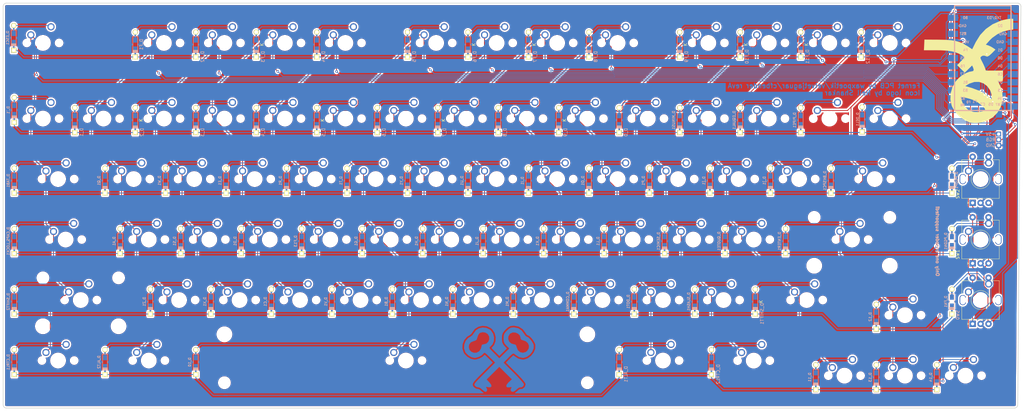
<source format=kicad_pcb>
(kicad_pcb (version 20171130) (host pcbnew "(5.1.5)-3")
  (layers (0 F.Cu signal) (31 B.Cu signal) (34 B.Paste user) (35 F.Paste user) (36 B.SilkS user) (37 F.SilkS user) (38 B.Mask user) (39 F.Mask user) (44 Edge.Cuts user))
  (net 0 "")
  (net 1 GND)
  (net 2 VCC)
  (net 3 "Net-(D_F1-Pad2)")
  (net 4 "Net-(D_F2-Pad2)")
  (net 5 "Net-(D_F3-Pad2)")
  (net 6 "Net-(D_F4-Pad2)")
  (net 7 "Net-(D_F5-Pad2)")
  (net 8 "Net-(D_F6-Pad2)")
  (net 9 "Net-(D_F7-Pad2)")
  (net 10 "Net-(D_F8-Pad2)")
  (net 11 "Net-(D_F9-Pad2)")
  (net 12 "Net-(D_F10-Pad2)")
  (net 13 "Net-(D_F11-Pad2)")
  (net 14 "Net-(D_F12-Pad2)")
  (net 15 "Net-(D_1-Pad2)")
  (net 16 "Net-(D_2-Pad2)")
  (net 17 "Net-(D_3-Pad2)")
  (net 18 "Net-(D_4-Pad2)")
  (net 19 "Net-(D_5-Pad2)")
  (net 20 "Net-(D_6-Pad2)")
  (net 21 "Net-(D_7-Pad2)")
  (net 22 "Net-(D_8-Pad2)")
  (net 23 "Net-(D_9-Pad2)")
  (net 24 "Net-(D_0-Pad2)")
  (net 25 "Net-(D_SHIFT1-Pad2)")
  (net 26 "Net-(D_ALT1-Pad2)")
  (net 27 row1)
  (net 28 row5)
  (net 29 "Net-(D_10-Pad2)")
  (net 30 "Net-(D_11-Pad2)")
  (net 31 "Net-(D_12-Pad2)")
  (net 32 row4)
  (net 33 "Net-(D_13-Pad2)")
  (net 34 "Net-(D_14-Pad2)")
  (net 35 row2)
  (net 36 "Net-(D_[1-Pad2)")
  (net 37 "Net-(D_]1-Pad2)")
  (net 38 "Net-(D_`1-Pad2)")
  (net 39 row3)
  (net 40 "Net-(D_A1-Pad2)")
  (net 41 "Net-(D_ALT2-Pad2)")
  (net 42 "Net-(D_B1-Pad2)")
  (net 43 "Net-(D_C1-Pad2)")
  (net 44 "Net-(D_CAPS_LOCK1-Pad2)")
  (net 45 "Net-(D_COMMA1-Pad2)")
  (net 46 "Net-(D_CTRL1-Pad2)")
  (net 47 "Net-(D_D1-Pad2)")
  (net 48 "Net-(D_DOT1-Pad2)")
  (net 49 "Net-(D_E1-Pad2)")
  (net 50 "Net-(D_ENTER1-Pad2)")
  (net 51 "Net-(D_EQUAL1-Pad2)")
  (net 52 row0)
  (net 53 "Net-(D_ESC1-Pad2)")
  (net 54 "Net-(D_F13-Pad2)")
  (net 55 "Net-(D_FN1-Pad2)")
  (net 56 "Net-(D_G1-Pad2)")
  (net 57 "Net-(D_H1-Pad2)")
  (net 58 "Net-(D_I1-Pad2)")
  (net 59 "Net-(D_J1-Pad2)")
  (net 60 "Net-(D_K1-Pad2)")
  (net 61 "Net-(D_L1-Pad2)")
  (net 62 "Net-(D_M1-Pad2)")
  (net 63 "Net-(D_MINUS1-Pad2)")
  (net 64 "Net-(D_N1-Pad2)")
  (net 65 "Net-(D_O1-Pad2)")
  (net 66 "Net-(D_P1-Pad2)")
  (net 67 "Net-(D_PGDN1-Pad2)")
  (net 68 "Net-(D_PGUP1-Pad2)")
  (net 69 "Net-(D_Q1-Pad2)")
  (net 70 "Net-(D_QUOTE1-Pad2)")
  (net 71 "Net-(D_R1-Pad2)")
  (net 72 "Net-(D_S1-Pad2)")
  (net 73 "Net-(D_SEMIC1-Pad2)")
  (net 74 "Net-(D_SHIFT2-Pad2)")
  (net 75 "Net-(D_SLASH1-Pad2)")
  (net 76 "Net-(D_T1-Pad2)")
  (net 77 "Net-(D_TAB1-Pad2)")
  (net 78 "Net-(D_U1-Pad2)")
  (net 79 "Net-(D_V1-Pad2)")
  (net 80 "Net-(D_W1-Pad2)")
  (net 81 "Net-(D_X1-Pad2)")
  (net 82 "Net-(D_Y1-Pad2)")
  (net 83 "Net-(D_Z1-Pad2)")
  (net 84 RGB)
  (net 85 encA)
  (net 86 encB)
  (net 87 col13)
  (net 88 col0)
  (net 89 col1)
  (net 90 col2)
  (net 91 col9)
  (net 92 col10)
  (net 93 col11)
  (net 94 col12)
  (net 95 "Net-(U0-Pad22)")
  (net 96 col3)
  (net 97 col8)
  (net 98 col7)
  (net 99 col6)
  (net 100 col5)
  (net 101 col4)
  (net 102 "Net-(D_CTRL2-Pad2)")
  (net 103 "Net-(D_BKSPC1-Pad2)")
  (net 104 "Net-(D_DEL1-Pad2)")
  (net 105 "Net-(D_PIPE1-Pad2)")
  (net 106 col14)
  (module crossed_keys:crossed_keys_small (layer F.Cu) (at 173.25 129.25)
    (fp_text reference G*** hide)
    (fp_text value LOGO hide)
    (fp_poly (pts (xy 5.912622 -9.905533) (xy 7.024722 -9.176276) (xy 7.885965 -8.023444) (xy 7.903837 -7.989205) (xy 8.282516 -7.455665) (xy 8.65343 -7.21958) (xy 8.668642 -7.218948) (xy 9.123779 -7.004049) (xy 9.691931 -6.459928) (xy 10.250608 -5.737444) (xy 10.677318 -4.98746) (xy 10.824303 -4.564011) (xy 10.798828 -3.536157) (xy 10.362694 -2.494929) (xy 9.621635 -1.56581) (xy 8.681385 -0.874285) (xy 7.64768 -0.545838) (xy 7.429199 -0.534737) (xy 6.214941 -0.782472) (xy 5.038169 -1.540481) (xy 4.933676 -1.633307) (xy 4.64815 -1.86314) (xy 4.388867 -1.912702) (xy 4.052087 -1.72978) (xy 3.534073 -1.262163) (xy 2.863351 -0.59131) (xy 1.340401 0.947698) (xy 4.547043 4.145985) (xy 5.608708 5.229781) (xy 6.521947 6.209572) (xy 7.223758 7.013891) (xy 7.651139 7.571267) (xy 7.753684 7.783609) (xy 7.551309 8.333526) (xy 7.084621 8.706817) (xy 6.584628 8.739556) (xy 6.179776 8.825495) (xy 5.628953 9.215653) (xy 5.461727 9.378065) (xy 4.865706 9.87959) (xy 4.323246 10.146586) (xy 4.219481 10.16) (xy 3.716111 9.956331) (xy 3.538488 9.479441) (xy 3.745847 8.953601) (xy 3.900744 8.69634) (xy 3.687001 8.647695) (xy 3.24514 8.722235) (xy 2.517883 8.737711) (xy 2.194842 8.456526) (xy 2.285677 7.942945) (xy 2.800046 7.261235) (xy 2.99697 7.071132) (xy 3.943765 6.203459) (xy 1.971882 4.244737) (xy 0 2.286014) (xy -4.004564 6.263852) (xy -3.170072 7.124829) (xy -2.603008 7.860232) (xy -2.470836 8.402682) (xy -2.760732 8.697999) (xy -3.459876 8.692002) (xy -3.537166 8.675993) (xy -4.095422 8.57641) (xy -4.223412 8.657525) (xy -4.042211 8.918664) (xy -3.822233 9.453042) (xy -3.936751 9.937822) (xy -4.332311 10.159616) (xy -4.353166 10.16) (xy -4.755684 9.980016) (xy -5.306729 9.533178) (xy -5.451855 9.388371) (xy -6.070878 8.889434) (xy -6.59364 8.726975) (xy -6.648706 8.736403) (xy -7.148605 8.642855) (xy -7.615358 8.293551) (xy -7.78732 8.084684) (xy -7.858194 7.877574) (xy -7.784266 7.612162) (xy -7.521818 7.228391) (xy -7.027135 6.666202) (xy -6.256501 5.865539) (xy -5.166201 4.766342) (xy -4.728624 4.327681) (xy -1.332823 0.924326) (xy -3.010197 -0.738139) (xy -3.81426 -1.524236) (xy -4.331207 -1.978114) (xy -4.649377 -2.148311) (xy -4.857113 -2.083363) (xy -5.032063 -1.848982) (xy -5.594366 -1.314744) (xy -6.460577 -0.853302) (xy -7.401053 -0.573063) (xy -7.816111 -0.534737) (xy -8.781902 -0.755593) (xy -9.765931 -1.33007) (xy -10.562867 -2.126034) (xy -10.756562 -2.426974) (xy -11.113286 -3.573349) (xy -11.090645 -3.959425) (xy -9.625263 -3.959425) (xy -9.401851 -3.09415) (xy -8.826163 -2.479141) (xy -8.040022 -2.16019) (xy -7.185251 -2.183087) (xy -6.403676 -2.593626) (xy -6.16888 -2.843426) (xy -5.77722 -3.527437) (xy -5.614737 -4.180268) (xy -5.488208 -4.671595) (xy -5.0153 -4.812311) (xy -4.975936 -4.812632) (xy -4.110183 -5.038788) (xy -3.489913 -5.621234) (xy -3.171874 -6.415936) (xy -3.212814 -7.278863) (xy -3.669483 -8.065981) (xy -3.687099 -8.083824) (xy -4.422011 -8.516759) (xy -5.297516 -8.629656) (xy -6.086112 -8.409998) (xy -6.32361 -8.228872) (xy -6.668886 -7.678108) (xy -6.919704 -6.932386) (xy -6.921557 -6.92341) (xy -7.145368 -6.279256) (xy -7.593095 -5.958543) (xy -8.01709 -5.847132) (xy -8.973603 -5.446891) (xy -9.504724 -4.722968) (xy -9.625263 -3.959425) (xy -11.090645 -3.959425) (xy -11.042333 -4.783235) (xy -10.593113 -5.909237) (xy -9.815037 -6.803958) (xy -9.159803 -7.190252) (xy -8.519689 -7.655749) (xy -8.050347 -8.319062) (xy -7.36711 -9.263784) (xy -6.385176 -9.872105) (xy -5.237564 -10.123163) (xy -4.057291 -9.9961) (xy -2.977375 -9.470054) (xy -2.62902 -9.169263) (xy -1.96912 -8.193522) (xy -1.666831 -7.046297) (xy -1.717886 -5.877193) (xy -2.118015 -4.835817) (xy -2.772774 -4.131636) (xy -3.023665 -3.927686) (xy -3.089984 -3.713365) (xy -2.923042 -3.397958) (xy -2.474148 -2.890747) (xy -1.694615 -2.101016) (xy -1.669315 -2.075715) (xy -0.005726 -0.412126) (xy 3.122764 -3.507972) (xy 2.229803 -4.400934) (xy 1.683578 -5.02019) (xy 1.419198 -5.604989) (xy 1.339373 -6.404609) (xy 1.338999 -6.446628) (xy 2.797903 -6.446628) (xy 3.119366 -5.647683) (xy 3.778197 -5.069276) (xy 4.477901 -4.864544) (xy 5.058613 -4.722549) (xy 5.348866 -4.336499) (xy 5.464771 -3.869597) (xy 5.860138 -2.940335) (xy 6.551168 -2.353813) (xy 7.406013 -2.156312) (xy 8.292822 -2.39411) (xy 8.739083 -2.720291) (xy 9.256231 -3.511745) (xy 9.325524 -4.376306) (xy 8.992332 -5.180511) (xy 8.302026 -5.790893) (xy 7.612315 -6.034872) (xy 6.967797 -6.228958) (xy 6.712027 -6.563371) (xy 6.68421 -6.847651) (xy 6.450092 -7.60942) (xy 5.852467 -8.18813) (xy 5.048426 -8.522865) (xy 4.195061 -8.55271) (xy 3.449464 -8.216751) (xy 3.361604 -8.136041) (xy 2.862439 -7.323588) (xy 2.797903 -6.446628) (xy 1.338999 -6.446628) (xy 1.336842 -6.688929) (xy 1.377578 -7.555814) (xy 1.568236 -8.16157) (xy 2.011491 -8.746861) (xy 2.37486 -9.121982) (xy 3.064517 -9.747323) (xy 3.648638 -10.057273) (xy 4.353222 -10.155998) (xy 4.626978 -10.16) (xy 5.912622 -9.905533)) (layer B.Cu) (width 0.01))
  )
  (module Keebio-Parts:Elite-C-castellated-29pin (layer B.Cu) (at 325.5 35.56 270)
    (fp_text reference U0 hide)
    (fp_text value Elite-C hide)
    (fp_text user D5 (at 13.289 -2.54 180) (layer B.SilkS) (effects (font (size 0.8 0.8)) (justify mirror)))
    (fp_text user F1 (at 12.4 2.54 180) (layer B.SilkS) (effects (font (size 0.8 0.8)) (justify mirror)))
    (fp_text user C7 (at 13.289 0 180) (layer B.SilkS) (effects (font (size 0.8 0.8)) (justify mirror)))
    (fp_text user B6 (at 13.462 6.4 180 unlocked) (layer B.SilkS) (effects (font (size 0.7 0.7)) (justify mirror)))
    (fp_text user F0 (at 12.6 4.5 180) (layer B.SilkS) (effects (font (size 0.7 0.7)) (justify mirror)))
    (fp_text user B7 (at 13.362 -4.754 180) (layer B.SilkS) (effects (font (size 0.7 0.7)) (justify mirror)))
    (fp_text user TX0/D3 (at -13.97 -3.571872 180) (layer B.SilkS) (effects (font (size 0.8 0.8)) (justify mirror)))
    (fp_text user D2 (at -11.43 -5.461 180) (layer B.SilkS) (effects (font (size 0.8 0.8)) (justify mirror)))
    (fp_text user D0 (at -1.27 -5.461 180) (layer B.SilkS) (effects (font (size 0.8 0.8)) (justify mirror)))
    (fp_text user D1 (at -3.81 -5.461 180) (layer B.SilkS) (effects (font (size 0.8 0.8)) (justify mirror)))
    (fp_text user GND (at -6.35 -5.461 180) (layer B.SilkS) (effects (font (size 0.8 0.8)) (justify mirror)))
    (fp_text user GND (at -8.89 -6.35 180) (layer B.SilkS) (effects (font (size 0.8 0.8)) (justify mirror)))
    (fp_text user D4 (at 1.27 -5.461 180) (layer B.SilkS) (effects (font (size 0.8 0.8)) (justify mirror)))
    (fp_text user C6 (at 3.81 -5.461 180) (layer B.SilkS) (effects (font (size 0.8 0.8)) (justify mirror)))
    (fp_text user D7 (at 6.35 -5.461 180) (layer B.SilkS) (effects (font (size 0.8 0.8)) (justify mirror)))
    (fp_text user E6 (at 8.89 -5.461 180) (layer B.SilkS) (effects (font (size 0.8 0.8)) (justify mirror)))
    (fp_text user B4 (at 11.43 -5.461 180) (layer B.SilkS) (effects (font (size 0.8 0.8)) (justify mirror)))
    (fp_text user B5 (at 12.7 -6.4 225) (layer B.SilkS) (effects (font (size 0.7 0.7)) (justify mirror)))
    (fp_text user B3 (at 8.89 5.461 180) (layer B.SilkS) (effects (font (size 0.8 0.8)) (justify mirror)))
    (fp_text user B1 (at 6.35 5.461 180) (layer B.SilkS) (effects (font (size 0.8 0.8)) (justify mirror)))
    (fp_text user F4 (at -3.81 5.461 180) (layer B.SilkS) (effects (font (size 0.8 0.8)) (justify mirror)))
    (fp_text user VCC (at -6.35 5.461 180) (layer B.SilkS) (effects (font (size 0.8 0.8)) (justify mirror)))
    (fp_text user ST (at -8.92 6.62212 180) (layer B.SilkS) (effects (font (size 0.8 0.8)) (justify mirror)))
    (fp_text user GND (at -11.43 6.35 180) (layer B.SilkS) (effects (font (size 0.8 0.8)) (justify mirror)))
    (fp_text user B0 (at -13.97 5.461 180) (layer B.SilkS) (effects (font (size 0.8 0.8)) (justify mirror)))
    (fp_text user F5 (at -1.27 6.35 180) (layer B.SilkS) (effects (font (size 0.8 0.8)) (justify mirror)))
    (fp_text user F6 (at 1.27 6.35 180) (layer B.SilkS) (effects (font (size 0.8 0.8)) (justify mirror)))
    (fp_text user F7 (at 3.81 6.35 180) (layer B.SilkS) (effects (font (size 0.8 0.8)) (justify mirror)))
    (fp_text user B2 (at 11.43 6.35 180) (layer B.SilkS) (effects (font (size 0.8 0.8)) (justify mirror)))
    (pad 29 smd rect (at 15.875 5.08 180) (size 2 3.25) (layers B.Cu B.Paste B.Mask) (net 101 col4))
    (pad 28 smd rect (at 15.875 2.54 180) (size 2 3.25) (layers B.Cu B.Paste B.Mask) (net 96 col3))
    (pad 27 smd rect (at 15.875 0 180) (size 2 3.25) (layers B.Cu B.Paste B.Mask) (net 90 col2))
    (pad 26 smd rect (at 15.875 -2.54 180) (size 2 3.25) (layers B.Cu B.Paste B.Mask) (net 89 col1))
    (pad 25 smd rect (at 15.875 -5.08 180) (size 2 3.25) (layers B.Cu B.Paste B.Mask) (net 88 col0))
    (pad 24 smd rect (at -13.97 9.398 270) (size 2 3.25) (layers B.Cu B.Paste B.Mask) (net 87 col13))
    (pad 23 smd rect (at -11.43 9.398 270) (size 2 3.25) (layers B.Cu B.Paste B.Mask) (net 1 GND))
    (pad 22 smd rect (at -8.89 9.398 270) (size 2 3.25) (layers B.Cu B.Paste B.Mask) (net 95 "Net-(U0-Pad22)"))
    (pad 21 smd rect (at -6.35 9.398 270) (size 2 3.25) (layers B.Cu B.Paste B.Mask) (net 2 VCC))
    (pad 20 smd rect (at -3.81 9.398 270) (size 2 3.25) (layers B.Cu B.Paste B.Mask) (net 94 col12))
    (pad 19 smd rect (at -1.27 9.398 270) (size 2 3.25) (layers B.Cu B.Paste B.Mask) (net 93 col11))
    (pad 18 smd rect (at 1.27 9.398 270) (size 2 3.25) (layers B.Cu B.Paste B.Mask) (net 92 col10))
    (pad 17 smd rect (at 3.81 9.398 270) (size 2 3.25) (layers B.Cu B.Paste B.Mask) (net 91 col9))
    (pad 16 smd rect (at 6.35 9.398 270) (size 2 3.25) (layers B.Cu B.Paste B.Mask) (net 97 col8))
    (pad 15 smd rect (at 8.89 9.398 270) (size 2 3.25) (layers B.Cu B.Paste B.Mask) (net 98 col7))
    (pad 14 smd rect (at 11.43 9.398 270) (size 2 3.25) (layers B.Cu B.Paste B.Mask) (net 99 col6))
    (pad 13 smd rect (at 13.97 9.398 270) (size 2 3.25) (layers B.Cu B.Paste B.Mask) (net 100 col5))
    (pad 12 smd rect (at 13.97 -9.398 270) (size 2 3.25) (layers B.Cu B.Paste B.Mask) (net 86 encB))
    (pad 11 smd rect (at 11.43 -9.398 270) (size 2 3.25) (layers B.Cu B.Paste B.Mask) (net 85 encA))
    (pad 10 smd rect (at 8.89 -9.398 270) (size 2 3.25) (layers B.Cu B.Paste B.Mask) (net 84 RGB))
    (pad 9 smd rect (at 6.35 -9.398 270) (size 2 3.25) (layers B.Cu B.Paste B.Mask) (net 28 row5))
    (pad 8 smd rect (at 3.81 -9.398 270) (size 2 3.25) (layers B.Cu B.Paste B.Mask) (net 32 row4))
    (pad 7 smd rect (at 1.27 -9.398 270) (size 2 3.25) (layers B.Cu B.Paste B.Mask) (net 39 row3))
    (pad 6 smd rect (at -1.27 -9.398 270) (size 2 3.25) (layers B.Cu B.Paste B.Mask) (net 35 row2))
    (pad 5 smd rect (at -3.81 -9.398 270) (size 2 3.25) (layers B.Cu B.Paste B.Mask) (net 27 row1))
    (pad 4 smd rect (at -6.35 -9.398 270) (size 2 3.25) (layers B.Cu B.Paste B.Mask) (net 1 GND))
    (pad 3 smd rect (at -8.89 -9.398 270) (size 2 3.25) (layers B.Cu B.Paste B.Mask) (net 1 GND))
    (pad 2 smd rect (at -11.43 -9.398 270) (size 2 3.25) (layers B.Cu B.Paste B.Mask) (net 52 row0))
    (pad 1 smd rect (at -13.97 -9.398 270) (size 2 3.25) (layers B.Cu B.Paste B.Mask) (net 106 col14))
  )
  (module fernet:fernet_icon (layer F.Cu) (at 322.5 38.5)
    (fp_text reference G*** hide)
    (fp_text value LOGO hide)
  )
  (module Keebio-Parts:SolderJumperRight (layer F.Cu) (at 330.5 60)
    (fp_text reference JP0 hide)
    (fp_text value Jumper_3_Open)
    (fp_text user GND (at -2.54 1.778) (layer B.SilkS) (effects (justify mirror)))
    (fp_text user +5V (at -2.54 -1.778) (layer B.SilkS) (effects (justify mirror)))
    (fp_text user RGB (at -2.5 0) (layer B.SilkS) (effects (justify mirror)))
    (pad 3 thru_hole rect (at 0 1.778) (size 1.524 1.524) (drill 1) (layers *.Cu *.Mask) (net 1 GND))
    (pad 2 thru_hole rect (at 0 0) (size 1.524 1.524) (drill 1) (layers *.Cu *.Mask) (net 84 RGB))
    (pad 1 thru_hole rect (at 0 -1.778) (size 1.524 1.524) (drill 1) (layers *.Cu *.Mask) (net 2 VCC))
  )
  (module Keebio-Parts:RotaryEncoder_Alps_EC11E-Switch_Vertical_H20mm (layer F.Cu) (at 324.8 72.3875 90)
    (fp_text reference SW2 (at -4.7 -7.2 90) (layer F.SilkS))
    (fp_text value Rotary_Encoder_Switch)
    (pad S1 thru_hole circle (at 7 2.5 90) (size 2 2) (drill 1) (layers *.Cu *.Mask) (net 68 "Net-(D_PGUP1-Pad2)"))
    (pad S2 thru_hole circle (at 7 -2.5 90) (size 2 2) (drill 1) (layers *.Cu *.Mask) (net 106 col14))
    (pad MP thru_hole oval (at 0 5.6 90) (size 3.2 2) (drill oval 2.8 1.5) (layers *.Cu *.Mask))
    (pad MP thru_hole oval (at 0 -5.6 90) (size 3.2 2) (drill oval 2.8 1.5) (layers *.Cu *.Mask))
    (pad B thru_hole circle (at -7.5 2.5 90) (size 2 2) (drill 1) (layers *.Cu *.Mask) (net 86 encB))
    (pad C thru_hole circle (at -7.5 0 90) (size 2 2) (drill 1) (layers *.Cu *.Mask) (net 1 GND))
    (pad A thru_hole rect (at -7.5 -2.5 90) (size 2 2) (drill 1) (layers *.Cu *.Mask) (net 85 encA))
  )
  (module Keebio-Parts:RotaryEncoder_Alps_EC11E-Switch_Vertical_H20mm (layer F.Cu) (at 324.8 91.4375 90)
    (fp_text reference SW1 (at -4.7 -7.2 90) (layer F.SilkS))
    (fp_text value Rotary_Encoder_Switch)
    (pad S1 thru_hole circle (at 7 2.5 90) (size 2 2) (drill 1) (layers *.Cu *.Mask) (net 67 "Net-(D_PGDN1-Pad2)"))
    (pad S2 thru_hole circle (at 7 -2.5 90) (size 2 2) (drill 1) (layers *.Cu *.Mask) (net 106 col14))
    (pad MP thru_hole oval (at 0 5.6 90) (size 3.2 2) (drill oval 2.8 1.5) (layers *.Cu *.Mask))
    (pad MP thru_hole oval (at 0 -5.6 90) (size 3.2 2) (drill oval 2.8 1.5) (layers *.Cu *.Mask))
    (pad B thru_hole circle (at -7.5 2.5 90) (size 2 2) (drill 1) (layers *.Cu *.Mask) (net 86 encB))
    (pad C thru_hole circle (at -7.5 0 90) (size 2 2) (drill 1) (layers *.Cu *.Mask) (net 1 GND))
    (pad A thru_hole rect (at -7.5 -2.5 90) (size 2 2) (drill 1) (layers *.Cu *.Mask) (net 85 encA))
  )
  (module Keebio-Parts:Diode-Hybrid-Back (layer F.Cu) (at 20.32 27.94 270)
    (fp_text reference D_ESC1 (at 0 1.925 270) (layer B.SilkS) (effects (font (size 0.8 0.8)) (justify mirror)))
    (fp_text value D hide)
    (pad 1 thru_hole rect (at 3.9 0 270) (size 1.6 1.6) (drill 1) (layers *.Cu *.Mask F.SilkS) (net 52 row0))
    (pad 2 thru_hole circle (at -3.9 0 270) (size 1.6 1.6) (drill 1) (layers *.Cu *.Mask F.SilkS) (net 53 "Net-(D_ESC1-Pad2)"))
    (pad 1 smd rect (at 2.5 0 270) (size 2.9 0.5) (layers B.Cu) (net 52 row0))
    (pad 1 smd rect (at 1.4 0 270) (size 1.6 1.2) (layers B.Cu B.Paste B.Mask) (net 52 row0))
    (pad 2 smd rect (at -1.4 0 270) (size 1.6 1.2) (layers B.Cu B.Paste B.Mask) (net 53 "Net-(D_ESC1-Pad2)"))
    (pad 2 smd rect (at -2.5 0 270) (size 2.9 0.5) (layers B.Cu) (net 53 "Net-(D_ESC1-Pad2)"))
  )
  (module MX_Only:MXOnly-1U-NoLED (layer F.Cu) (at 277.2 53.3375)
    (fp_text reference K_PIPE1)
    (fp_text value KEYSW)
    (pad 2 thru_hole circle (at 2.54 -5.08) (size 2.25 2.25) (drill 1.47) (layers *.Cu B.Mask) (net 105 "Net-(D_PIPE1-Pad2)"))
    (pad "" np_thru_hole circle (at 0 0) (size 3.9878 3.9878) (drill 3.9878) (layers *.Cu *.Mask))
    (pad 1 thru_hole circle (at -3.81 -2.54) (size 2.25 2.25) (drill 1.47) (layers *.Cu B.Mask) (net 87 col13))
    (pad "" np_thru_hole circle (at -5.08 0 48.0996) (size 1.75 1.75) (drill 1.75) (layers *.Cu *.Mask))
    (pad "" np_thru_hole circle (at 5.08 0 48.0996) (size 1.75 1.75) (drill 1.75) (layers *.Cu *.Mask))
  )
  (module MX_Only:MXOnly-1U-NoLED (layer F.Cu) (at 296.25 53.35)
    (fp_text reference K_DEL1)
    (fp_text value KEYSW)
    (pad 2 thru_hole circle (at 2.54 -5.08) (size 2.25 2.25) (drill 1.47) (layers *.Cu B.Mask) (net 104 "Net-(D_DEL1-Pad2)"))
    (pad "" np_thru_hole circle (at 0 0) (size 3.9878 3.9878) (drill 3.9878) (layers *.Cu *.Mask))
    (pad 1 thru_hole circle (at -3.81 -2.54) (size 2.25 2.25) (drill 1.47) (layers *.Cu B.Mask) (net 106 col14))
    (pad "" np_thru_hole circle (at -5.08 0 48.0996) (size 1.75 1.75) (drill 1.75) (layers *.Cu *.Mask))
    (pad "" np_thru_hole circle (at 5.08 0 48.0996) (size 1.75 1.75) (drill 1.75) (layers *.Cu *.Mask))
  )
  (module Keebio-Parts:Diode-Hybrid-Back (layer F.Cu) (at 287.5 53.6 270)
    (fp_text reference D_DEL1 (at -0.0254 1.4 90) (layer B.SilkS) (effects (font (size 0.8 0.8)) (justify mirror)))
    (fp_text value D hide)
    (pad 1 thru_hole rect (at 3.9 0 270) (size 1.6 1.6) (drill 1) (layers *.Cu *.Mask F.SilkS) (net 27 row1))
    (pad 2 thru_hole circle (at -3.9 0 270) (size 1.6 1.6) (drill 1) (layers *.Cu *.Mask F.SilkS) (net 104 "Net-(D_DEL1-Pad2)"))
    (pad 1 smd rect (at 2.5 0 270) (size 2.9 0.5) (layers B.Cu) (net 27 row1))
    (pad 1 smd rect (at 1.4 0 270) (size 1.6 1.2) (layers B.Cu B.Paste B.Mask) (net 27 row1))
    (pad 2 smd rect (at -1.4 0 270) (size 1.6 1.2) (layers B.Cu B.Paste B.Mask) (net 104 "Net-(D_DEL1-Pad2)"))
    (pad 2 smd rect (at -2.5 0 270) (size 2.9 0.5) (layers B.Cu) (net 104 "Net-(D_DEL1-Pad2)"))
  )
  (module Keebio-Parts:Diode-Hybrid-Back (layer F.Cu) (at 253.8625 110.9875 270)
    (fp_text reference D_SHIFT1 (at 3.81 -2.12 90) (layer B.SilkS) (effects (justify mirror)))
    (fp_text value D)
    (fp_text user K (at 0 -1.8 270) (layer F.SilkS))
    (pad 1 thru_hole rect (at 3.9 0 270) (size 1.6 1.6) (drill 1) (layers *.Cu *.Mask F.SilkS) (net 32 row4))
    (pad 2 thru_hole circle (at -3.9 0 270) (size 1.6 1.6) (drill 1) (layers *.Cu *.Mask F.SilkS) (net 25 "Net-(D_SHIFT1-Pad2)"))
    (pad 1 smd rect (at 2.5 0 270) (size 2.9 0.5) (layers B.Cu) (net 32 row4))
    (pad 1 smd rect (at 1.4 0 270) (size 1.6 1.2) (layers B.Cu B.Paste B.Mask) (net 32 row4))
    (pad 2 smd rect (at -1.4 0 270) (size 1.6 1.2) (layers B.Cu B.Paste B.Mask) (net 25 "Net-(D_SHIFT1-Pad2)"))
    (pad 2 smd rect (at -2.5 0 270) (size 2.9 0.5) (layers B.Cu) (net 25 "Net-(D_SHIFT1-Pad2)"))
  )
  (module Keebio-Parts:Diode-Hybrid-Back (layer F.Cu) (at 211 53.8375 270)
    (fp_text reference D_0 (at 3.81 -2.12 90) (layer B.SilkS) (effects (justify mirror)))
    (fp_text value D)
    (pad 1 thru_hole rect (at 3.9 0 270) (size 1.6 1.6) (drill 1) (layers *.Cu *.Mask F.SilkS) (net 27 row1))
    (pad 2 thru_hole circle (at -3.9 0 270) (size 1.6 1.6) (drill 1) (layers *.Cu *.Mask F.SilkS) (net 24 "Net-(D_0-Pad2)"))
    (pad 1 smd rect (at 2.5 0 270) (size 2.9 0.5) (layers B.Cu) (net 27 row1))
    (pad 1 smd rect (at 1.4 0 270) (size 1.6 1.2) (layers B.Cu B.Paste B.Mask) (net 27 row1))
    (pad 2 smd rect (at -1.4 0 270) (size 1.6 1.2) (layers B.Cu B.Paste B.Mask) (net 24 "Net-(D_0-Pad2)"))
    (pad 2 smd rect (at -2.5 0 270) (size 2.9 0.5) (layers B.Cu) (net 24 "Net-(D_0-Pad2)"))
  )
  (module Keebio-Parts:Diode-Hybrid-Back (layer F.Cu) (at 39.55 53.8375 270)
    (fp_text reference D_1 (at 3.81 -2.12 90) (layer B.SilkS) (effects (justify mirror)))
    (fp_text value D)
    (pad 1 thru_hole rect (at 3.9 0 270) (size 1.6 1.6) (drill 1) (layers *.Cu *.Mask F.SilkS) (net 27 row1))
    (pad 2 thru_hole circle (at -3.9 0 270) (size 1.6 1.6) (drill 1) (layers *.Cu *.Mask F.SilkS) (net 15 "Net-(D_1-Pad2)"))
    (pad 1 smd rect (at 2.5 0 270) (size 2.9 0.5) (layers B.Cu) (net 27 row1))
    (pad 1 smd rect (at 1.4 0 270) (size 1.6 1.2) (layers B.Cu B.Paste B.Mask) (net 27 row1))
    (pad 2 smd rect (at -1.4 0 270) (size 1.6 1.2) (layers B.Cu B.Paste B.Mask) (net 15 "Net-(D_1-Pad2)"))
    (pad 2 smd rect (at -2.5 0 270) (size 2.9 0.5) (layers B.Cu) (net 15 "Net-(D_1-Pad2)"))
  )
  (module Keebio-Parts:Diode-Hybrid-Back (layer F.Cu) (at 58.6 53.8375 270)
    (fp_text reference D_2 (at 3.81 -2.12 90) (layer B.SilkS) (effects (justify mirror)))
    (fp_text value D)
    (fp_text user K (at 0 -1.8 270) (layer F.SilkS))
    (pad 1 thru_hole rect (at 3.9 0 270) (size 1.6 1.6) (drill 1) (layers *.Cu *.Mask F.SilkS) (net 27 row1))
    (pad 2 thru_hole circle (at -3.9 0 270) (size 1.6 1.6) (drill 1) (layers *.Cu *.Mask F.SilkS) (net 16 "Net-(D_2-Pad2)"))
    (pad 1 smd rect (at 2.5 0 270) (size 2.9 0.5) (layers B.Cu) (net 27 row1))
    (pad 1 smd rect (at 1.4 0 270) (size 1.6 1.2) (layers B.Cu B.Paste B.Mask) (net 27 row1))
    (pad 2 smd rect (at -1.4 0 270) (size 1.6 1.2) (layers B.Cu B.Paste B.Mask) (net 16 "Net-(D_2-Pad2)"))
    (pad 2 smd rect (at -2.5 0 270) (size 2.9 0.5) (layers B.Cu) (net 16 "Net-(D_2-Pad2)"))
  )
  (module Keebio-Parts:Diode-Hybrid-Back (layer F.Cu) (at 77.65 53.8375 270)
    (fp_text reference D_3 (at 3.81 -2.12 90) (layer B.SilkS) (effects (justify mirror)))
    (fp_text value D)
    (pad 1 thru_hole rect (at 3.9 0 270) (size 1.6 1.6) (drill 1) (layers *.Cu *.Mask F.SilkS) (net 27 row1))
    (pad 2 thru_hole circle (at -3.9 0 270) (size 1.6 1.6) (drill 1) (layers *.Cu *.Mask F.SilkS) (net 17 "Net-(D_3-Pad2)"))
    (pad 1 smd rect (at 2.5 0 270) (size 2.9 0.5) (layers B.Cu) (net 27 row1))
    (pad 1 smd rect (at 1.4 0 270) (size 1.6 1.2) (layers B.Cu B.Paste B.Mask) (net 27 row1))
    (pad 2 smd rect (at -1.4 0 270) (size 1.6 1.2) (layers B.Cu B.Paste B.Mask) (net 17 "Net-(D_3-Pad2)"))
    (pad 2 smd rect (at -2.5 0 270) (size 2.9 0.5) (layers B.Cu) (net 17 "Net-(D_3-Pad2)"))
  )
  (module Keebio-Parts:Diode-Hybrid-Back (layer F.Cu) (at 96.7 53.8375 270)
    (fp_text reference D_4 (at 3.81 -2.12 90) (layer B.SilkS) (effects (justify mirror)))
    (fp_text value D)
    (pad 1 thru_hole rect (at 3.9 0 270) (size 1.6 1.6) (drill 1) (layers *.Cu *.Mask F.SilkS) (net 27 row1))
    (pad 2 thru_hole circle (at -3.9 0 270) (size 1.6 1.6) (drill 1) (layers *.Cu *.Mask F.SilkS) (net 18 "Net-(D_4-Pad2)"))
    (pad 1 smd rect (at 2.5 0 270) (size 2.9 0.5) (layers B.Cu) (net 27 row1))
    (pad 1 smd rect (at 1.4 0 270) (size 1.6 1.2) (layers B.Cu B.Paste B.Mask) (net 27 row1))
    (pad 2 smd rect (at -1.4 0 270) (size 1.6 1.2) (layers B.Cu B.Paste B.Mask) (net 18 "Net-(D_4-Pad2)"))
    (pad 2 smd rect (at -2.5 0 270) (size 2.9 0.5) (layers B.Cu) (net 18 "Net-(D_4-Pad2)"))
  )
  (module Keebio-Parts:Diode-Hybrid-Back (layer F.Cu) (at 115.75 53.8375 270)
    (fp_text reference D_5 (at 3.81 -2.12 90) (layer B.SilkS) (effects (justify mirror)))
    (fp_text value D)
    (fp_text user K (at 0 -1.8 270) (layer F.SilkS))
    (pad 1 thru_hole rect (at 3.9 0 270) (size 1.6 1.6) (drill 1) (layers *.Cu *.Mask F.SilkS) (net 27 row1))
    (pad 2 thru_hole circle (at -3.9 0 270) (size 1.6 1.6) (drill 1) (layers *.Cu *.Mask F.SilkS) (net 19 "Net-(D_5-Pad2)"))
    (pad 1 smd rect (at 2.5 0 270) (size 2.9 0.5) (layers B.Cu) (net 27 row1))
    (pad 1 smd rect (at 1.4 0 270) (size 1.6 1.2) (layers B.Cu B.Paste B.Mask) (net 27 row1))
    (pad 2 smd rect (at -1.4 0 270) (size 1.6 1.2) (layers B.Cu B.Paste B.Mask) (net 19 "Net-(D_5-Pad2)"))
    (pad 2 smd rect (at -2.5 0 270) (size 2.9 0.5) (layers B.Cu) (net 19 "Net-(D_5-Pad2)"))
  )
  (module Keebio-Parts:Diode-Hybrid-Back (layer F.Cu) (at 134.8 53.8375 270)
    (fp_text reference D_6 (at 3.81 -2.12 90) (layer B.SilkS) (effects (justify mirror)))
    (fp_text value D)
    (pad 1 thru_hole rect (at 3.9 0 270) (size 1.6 1.6) (drill 1) (layers *.Cu *.Mask F.SilkS) (net 27 row1))
    (pad 2 thru_hole circle (at -3.9 0 270) (size 1.6 1.6) (drill 1) (layers *.Cu *.Mask F.SilkS) (net 20 "Net-(D_6-Pad2)"))
    (pad 1 smd rect (at 2.5 0 270) (size 2.9 0.5) (layers B.Cu) (net 27 row1))
    (pad 1 smd rect (at 1.4 0 270) (size 1.6 1.2) (layers B.Cu B.Paste B.Mask) (net 27 row1))
    (pad 2 smd rect (at -1.4 0 270) (size 1.6 1.2) (layers B.Cu B.Paste B.Mask) (net 20 "Net-(D_6-Pad2)"))
    (pad 2 smd rect (at -2.5 0 270) (size 2.9 0.5) (layers B.Cu) (net 20 "Net-(D_6-Pad2)"))
  )
  (module Keebio-Parts:Diode-Hybrid-Back (layer F.Cu) (at 153.85 53.8375 270)
    (fp_text reference D_7 (at 3.81 -2.12 90) (layer B.SilkS) (effects (justify mirror)))
    (fp_text value D)
    (fp_text user K (at 0 -1.8 270) (layer F.SilkS))
    (pad 1 thru_hole rect (at 3.9 0 270) (size 1.6 1.6) (drill 1) (layers *.Cu *.Mask F.SilkS) (net 27 row1))
    (pad 2 thru_hole circle (at -3.9 0 270) (size 1.6 1.6) (drill 1) (layers *.Cu *.Mask F.SilkS) (net 21 "Net-(D_7-Pad2)"))
    (pad 1 smd rect (at 2.5 0 270) (size 2.9 0.5) (layers B.Cu) (net 27 row1))
    (pad 1 smd rect (at 1.4 0 270) (size 1.6 1.2) (layers B.Cu B.Paste B.Mask) (net 27 row1))
    (pad 2 smd rect (at -1.4 0 270) (size 1.6 1.2) (layers B.Cu B.Paste B.Mask) (net 21 "Net-(D_7-Pad2)"))
    (pad 2 smd rect (at -2.5 0 270) (size 2.9 0.5) (layers B.Cu) (net 21 "Net-(D_7-Pad2)"))
  )
  (module Keebio-Parts:Diode-Hybrid-Back (layer F.Cu) (at 172.9 53.8375 270)
    (fp_text reference D_8 (at 3.81 -2.12 90) (layer B.SilkS) (effects (justify mirror)))
    (fp_text value D)
    (pad 1 thru_hole rect (at 3.9 0 270) (size 1.6 1.6) (drill 1) (layers *.Cu *.Mask F.SilkS) (net 27 row1))
    (pad 2 thru_hole circle (at -3.9 0 270) (size 1.6 1.6) (drill 1) (layers *.Cu *.Mask F.SilkS) (net 22 "Net-(D_8-Pad2)"))
    (pad 1 smd rect (at 2.5 0 270) (size 2.9 0.5) (layers B.Cu) (net 27 row1))
    (pad 1 smd rect (at 1.4 0 270) (size 1.6 1.2) (layers B.Cu B.Paste B.Mask) (net 27 row1))
    (pad 2 smd rect (at -1.4 0 270) (size 1.6 1.2) (layers B.Cu B.Paste B.Mask) (net 22 "Net-(D_8-Pad2)"))
    (pad 2 smd rect (at -2.5 0 270) (size 2.9 0.5) (layers B.Cu) (net 22 "Net-(D_8-Pad2)"))
  )
  (module Keebio-Parts:Diode-Hybrid-Back (layer F.Cu) (at 191.95 53.8375 270)
    (fp_text reference D_9 (at 3.81 -2.12 90) (layer B.SilkS) (effects (justify mirror)))
    (fp_text value D)
    (fp_text user K (at 0 -1.8 270) (layer F.SilkS))
    (pad 1 thru_hole rect (at 3.9 0 270) (size 1.6 1.6) (drill 1) (layers *.Cu *.Mask F.SilkS) (net 27 row1))
    (pad 2 thru_hole circle (at -3.9 0 270) (size 1.6 1.6) (drill 1) (layers *.Cu *.Mask F.SilkS) (net 23 "Net-(D_9-Pad2)"))
    (pad 1 smd rect (at 2.5 0 270) (size 2.9 0.5) (layers B.Cu) (net 27 row1))
    (pad 1 smd rect (at 1.4 0 270) (size 1.6 1.2) (layers B.Cu B.Paste B.Mask) (net 27 row1))
    (pad 2 smd rect (at -1.4 0 270) (size 1.6 1.2) (layers B.Cu B.Paste B.Mask) (net 23 "Net-(D_9-Pad2)"))
    (pad 2 smd rect (at -2.5 0 270) (size 2.9 0.5) (layers B.Cu) (net 23 "Net-(D_9-Pad2)"))
  )
  (module Keebio-Parts:Diode-Hybrid-Back (layer F.Cu) (at 211 130.0375 270)
    (fp_text reference D_ALT1 (at 3.81 -2.12 90) (layer B.SilkS) (effects (justify mirror)))
    (fp_text value D)
    (pad 1 thru_hole rect (at 3.9 0 270) (size 1.6 1.6) (drill 1) (layers *.Cu *.Mask F.SilkS) (net 28 row5))
    (pad 2 thru_hole circle (at -3.9 0 270) (size 1.6 1.6) (drill 1) (layers *.Cu *.Mask F.SilkS) (net 26 "Net-(D_ALT1-Pad2)"))
    (pad 1 smd rect (at 2.5 0 270) (size 2.9 0.5) (layers B.Cu) (net 28 row5))
    (pad 1 smd rect (at 1.4 0 270) (size 1.6 1.2) (layers B.Cu B.Paste B.Mask) (net 28 row5))
    (pad 2 smd rect (at -1.4 0 270) (size 1.6 1.2) (layers B.Cu B.Paste B.Mask) (net 26 "Net-(D_ALT1-Pad2)"))
    (pad 2 smd rect (at -2.5 0 270) (size 2.9 0.5) (layers B.Cu) (net 26 "Net-(D_ALT1-Pad2)"))
  )
  (module Keebio-Parts:Diode-Hybrid-Back (layer F.Cu) (at 58.6 30.025 270)
    (fp_text reference D_F1 (at -0.025 -1.9 90) (layer B.SilkS) (effects (justify mirror)))
    (fp_text value D)
    (pad 1 thru_hole rect (at 3.9 0 270) (size 1.6 1.6) (drill 1) (layers *.Cu *.Mask F.SilkS) (net 52 row0))
    (pad 2 thru_hole circle (at -3.9 0 270) (size 1.6 1.6) (drill 1) (layers *.Cu *.Mask F.SilkS) (net 3 "Net-(D_F1-Pad2)"))
    (pad 1 smd rect (at 2.5 0 270) (size 2.9 0.5) (layers B.Cu) (net 52 row0))
    (pad 1 smd rect (at 1.4 0 270) (size 1.6 1.2) (layers B.Cu B.Paste B.Mask) (net 52 row0))
    (pad 2 smd rect (at -1.4 0 270) (size 1.6 1.2) (layers B.Cu B.Paste B.Mask) (net 3 "Net-(D_F1-Pad2)"))
    (pad 2 smd rect (at -2.5 0 270) (size 2.9 0.5) (layers B.Cu) (net 3 "Net-(D_F1-Pad2)"))
  )
  (module Keebio-Parts:Diode-Hybrid-Back (layer F.Cu) (at 77.65 30.025 270)
    (fp_text reference D_F2 (at 3.81 -2.12 90) (layer B.SilkS) (effects (justify mirror)))
    (fp_text value D)
    (pad 1 thru_hole rect (at 3.9 0 270) (size 1.6 1.6) (drill 1) (layers *.Cu *.Mask F.SilkS) (net 52 row0))
    (pad 2 thru_hole circle (at -3.9 0 270) (size 1.6 1.6) (drill 1) (layers *.Cu *.Mask F.SilkS) (net 4 "Net-(D_F2-Pad2)"))
    (pad 1 smd rect (at 2.5 0 270) (size 2.9 0.5) (layers B.Cu) (net 52 row0))
    (pad 1 smd rect (at 1.4 0 270) (size 1.6 1.2) (layers B.Cu B.Paste B.Mask) (net 52 row0))
    (pad 2 smd rect (at -1.4 0 270) (size 1.6 1.2) (layers B.Cu B.Paste B.Mask) (net 4 "Net-(D_F2-Pad2)"))
    (pad 2 smd rect (at -2.5 0 270) (size 2.9 0.5) (layers B.Cu) (net 4 "Net-(D_F2-Pad2)"))
  )
  (module Keebio-Parts:Diode-Hybrid-Back (layer F.Cu) (at 96.7 30.025 270)
    (fp_text reference D_F3 (at 3.81 -2.12 90) (layer B.SilkS) (effects (justify mirror)))
    (fp_text value D)
    (fp_text user K (at 0 -1.8 270) (layer F.SilkS))
    (pad 1 thru_hole rect (at 3.9 0 270) (size 1.6 1.6) (drill 1) (layers *.Cu *.Mask F.SilkS) (net 52 row0))
    (pad 2 thru_hole circle (at -3.9 0 270) (size 1.6 1.6) (drill 1) (layers *.Cu *.Mask F.SilkS) (net 5 "Net-(D_F3-Pad2)"))
    (pad 1 smd rect (at 2.5 0 270) (size 2.9 0.5) (layers B.Cu) (net 52 row0))
    (pad 1 smd rect (at 1.4 0 270) (size 1.6 1.2) (layers B.Cu B.Paste B.Mask) (net 52 row0))
    (pad 2 smd rect (at -1.4 0 270) (size 1.6 1.2) (layers B.Cu B.Paste B.Mask) (net 5 "Net-(D_F3-Pad2)"))
    (pad 2 smd rect (at -2.5 0 270) (size 2.9 0.5) (layers B.Cu) (net 5 "Net-(D_F3-Pad2)"))
  )
  (module Keebio-Parts:Diode-Hybrid-Back (layer F.Cu) (at 115.75 30.025 270)
    (fp_text reference D_F4 (at 3.81 -2.12 90) (layer B.SilkS) (effects (justify mirror)))
    (fp_text value D)
    (pad 1 thru_hole rect (at 3.9 0 270) (size 1.6 1.6) (drill 1) (layers *.Cu *.Mask F.SilkS) (net 52 row0))
    (pad 2 thru_hole circle (at -3.9 0 270) (size 1.6 1.6) (drill 1) (layers *.Cu *.Mask F.SilkS) (net 6 "Net-(D_F4-Pad2)"))
    (pad 1 smd rect (at 2.5 0 270) (size 2.9 0.5) (layers B.Cu) (net 52 row0))
    (pad 1 smd rect (at 1.4 0 270) (size 1.6 1.2) (layers B.Cu B.Paste B.Mask) (net 52 row0))
    (pad 2 smd rect (at -1.4 0 270) (size 1.6 1.2) (layers B.Cu B.Paste B.Mask) (net 6 "Net-(D_F4-Pad2)"))
    (pad 2 smd rect (at -2.5 0 270) (size 2.9 0.5) (layers B.Cu) (net 6 "Net-(D_F4-Pad2)"))
  )
  (module Keebio-Parts:Diode-Hybrid-Back (layer F.Cu) (at 144.325 30.025 270)
    (fp_text reference D_F5 (at 3.81 -2.12 90) (layer B.SilkS) (effects (justify mirror)))
    (fp_text value D)
    (pad 1 thru_hole rect (at 3.9 0 270) (size 1.6 1.6) (drill 1) (layers *.Cu *.Mask F.SilkS) (net 52 row0))
    (pad 2 thru_hole circle (at -3.9 0 270) (size 1.6 1.6) (drill 1) (layers *.Cu *.Mask F.SilkS) (net 7 "Net-(D_F5-Pad2)"))
    (pad 1 smd rect (at 2.5 0 270) (size 2.9 0.5) (layers B.Cu) (net 52 row0))
    (pad 1 smd rect (at 1.4 0 270) (size 1.6 1.2) (layers B.Cu B.Paste B.Mask) (net 52 row0))
    (pad 2 smd rect (at -1.4 0 270) (size 1.6 1.2) (layers B.Cu B.Paste B.Mask) (net 7 "Net-(D_F5-Pad2)"))
    (pad 2 smd rect (at -2.5 0 270) (size 2.9 0.5) (layers B.Cu) (net 7 "Net-(D_F5-Pad2)"))
  )
  (module Keebio-Parts:Diode-Hybrid-Back (layer F.Cu) (at 163.375 30.025 270)
    (fp_text reference D_F6 (at 3.81 -2.12 90) (layer B.SilkS) (effects (justify mirror)))
    (fp_text value D)
    (fp_text user K (at 0 -1.8 270) (layer F.SilkS))
    (pad 1 thru_hole rect (at 3.9 0 270) (size 1.6 1.6) (drill 1) (layers *.Cu *.Mask F.SilkS) (net 52 row0))
    (pad 2 thru_hole circle (at -3.9 0 270) (size 1.6 1.6) (drill 1) (layers *.Cu *.Mask F.SilkS) (net 8 "Net-(D_F6-Pad2)"))
    (pad 1 smd rect (at 2.5 0 270) (size 2.9 0.5) (layers B.Cu) (net 52 row0))
    (pad 1 smd rect (at 1.4 0 270) (size 1.6 1.2) (layers B.Cu B.Paste B.Mask) (net 52 row0))
    (pad 2 smd rect (at -1.4 0 270) (size 1.6 1.2) (layers B.Cu B.Paste B.Mask) (net 8 "Net-(D_F6-Pad2)"))
    (pad 2 smd rect (at -2.5 0 270) (size 2.9 0.5) (layers B.Cu) (net 8 "Net-(D_F6-Pad2)"))
  )
  (module Keebio-Parts:Diode-Hybrid-Back (layer F.Cu) (at 182.425 30.025 270)
    (fp_text reference D_F7 (at 3.81 -2.12 90) (layer B.SilkS) (effects (justify mirror)))
    (fp_text value D)
    (fp_text user K (at 0 -1.8 270) (layer F.SilkS))
    (pad 1 thru_hole rect (at 3.9 0 270) (size 1.6 1.6) (drill 1) (layers *.Cu *.Mask F.SilkS) (net 52 row0))
    (pad 2 thru_hole circle (at -3.9 0 270) (size 1.6 1.6) (drill 1) (layers *.Cu *.Mask F.SilkS) (net 9 "Net-(D_F7-Pad2)"))
    (pad 1 smd rect (at 2.5 0 270) (size 2.9 0.5) (layers B.Cu) (net 52 row0))
    (pad 1 smd rect (at 1.4 0 270) (size 1.6 1.2) (layers B.Cu B.Paste B.Mask) (net 52 row0))
    (pad 2 smd rect (at -1.4 0 270) (size 1.6 1.2) (layers B.Cu B.Paste B.Mask) (net 9 "Net-(D_F7-Pad2)"))
    (pad 2 smd rect (at -2.5 0 270) (size 2.9 0.5) (layers B.Cu) (net 9 "Net-(D_F7-Pad2)"))
  )
  (module Keebio-Parts:Diode-Hybrid-Back (layer F.Cu) (at 201.475 30.025 270)
    (fp_text reference D_F8 (at 3.81 -2.12 90) (layer B.SilkS) (effects (justify mirror)))
    (fp_text value D)
    (pad 1 thru_hole rect (at 3.9 0 270) (size 1.6 1.6) (drill 1) (layers *.Cu *.Mask F.SilkS) (net 52 row0))
    (pad 2 thru_hole circle (at -3.9 0 270) (size 1.6 1.6) (drill 1) (layers *.Cu *.Mask F.SilkS) (net 10 "Net-(D_F8-Pad2)"))
    (pad 1 smd rect (at 2.5 0 270) (size 2.9 0.5) (layers B.Cu) (net 52 row0))
    (pad 1 smd rect (at 1.4 0 270) (size 1.6 1.2) (layers B.Cu B.Paste B.Mask) (net 52 row0))
    (pad 2 smd rect (at -1.4 0 270) (size 1.6 1.2) (layers B.Cu B.Paste B.Mask) (net 10 "Net-(D_F8-Pad2)"))
    (pad 2 smd rect (at -2.5 0 270) (size 2.9 0.5) (layers B.Cu) (net 10 "Net-(D_F8-Pad2)"))
  )
  (module Keebio-Parts:Diode-Hybrid-Back (layer F.Cu) (at 230.05 30.025 270)
    (fp_text reference D_F9 (at 3.81 -2.12 90) (layer B.SilkS) (effects (justify mirror)))
    (fp_text value D)
    (fp_text user K (at 0 -1.8 270) (layer F.SilkS))
    (pad 1 thru_hole rect (at 3.9 0 270) (size 1.6 1.6) (drill 1) (layers *.Cu *.Mask F.SilkS) (net 52 row0))
    (pad 2 thru_hole circle (at -3.9 0 270) (size 1.6 1.6) (drill 1) (layers *.Cu *.Mask F.SilkS) (net 11 "Net-(D_F9-Pad2)"))
    (pad 1 smd rect (at 2.5 0 270) (size 2.9 0.5) (layers B.Cu) (net 52 row0))
    (pad 1 smd rect (at 1.4 0 270) (size 1.6 1.2) (layers B.Cu B.Paste B.Mask) (net 52 row0))
    (pad 2 smd rect (at -1.4 0 270) (size 1.6 1.2) (layers B.Cu B.Paste B.Mask) (net 11 "Net-(D_F9-Pad2)"))
    (pad 2 smd rect (at -2.5 0 270) (size 2.9 0.5) (layers B.Cu) (net 11 "Net-(D_F9-Pad2)"))
  )
  (module Keebio-Parts:Diode-Hybrid-Back (layer F.Cu) (at 249.1 30.025 270)
    (fp_text reference D_F10 (at 3.81 -2.12 90) (layer B.SilkS) (effects (justify mirror)))
    (fp_text value D)
    (fp_text user K (at 0 -1.8 270) (layer F.SilkS))
    (pad 1 thru_hole rect (at 3.9 0 270) (size 1.6 1.6) (drill 1) (layers *.Cu *.Mask F.SilkS) (net 52 row0))
    (pad 2 thru_hole circle (at -3.9 0 270) (size 1.6 1.6) (drill 1) (layers *.Cu *.Mask F.SilkS) (net 12 "Net-(D_F10-Pad2)"))
    (pad 1 smd rect (at 2.5 0 270) (size 2.9 0.5) (layers B.Cu) (net 52 row0))
    (pad 1 smd rect (at 1.4 0 270) (size 1.6 1.2) (layers B.Cu B.Paste B.Mask) (net 52 row0))
    (pad 2 smd rect (at -1.4 0 270) (size 1.6 1.2) (layers B.Cu B.Paste B.Mask) (net 12 "Net-(D_F10-Pad2)"))
    (pad 2 smd rect (at -2.5 0 270) (size 2.9 0.5) (layers B.Cu) (net 12 "Net-(D_F10-Pad2)"))
  )
  (module Keebio-Parts:Diode-Hybrid-Back (layer F.Cu) (at 268.15 30.025 270)
    (fp_text reference D_F11 (at 3.81 -2.12 90) (layer B.SilkS) (effects (justify mirror)))
    (fp_text value D)
    (fp_text user K (at 0 -1.8 270) (layer F.SilkS))
    (pad 1 thru_hole rect (at 3.9 0 270) (size 1.6 1.6) (drill 1) (layers *.Cu *.Mask F.SilkS) (net 52 row0))
    (pad 2 thru_hole circle (at -3.9 0 270) (size 1.6 1.6) (drill 1) (layers *.Cu *.Mask F.SilkS) (net 13 "Net-(D_F11-Pad2)"))
    (pad 1 smd rect (at 2.5 0 270) (size 2.9 0.5) (layers B.Cu) (net 52 row0))
    (pad 1 smd rect (at 1.4 0 270) (size 1.6 1.2) (layers B.Cu B.Paste B.Mask) (net 52 row0))
    (pad 2 smd rect (at -1.4 0 270) (size 1.6 1.2) (layers B.Cu B.Paste B.Mask) (net 13 "Net-(D_F11-Pad2)"))
    (pad 2 smd rect (at -2.5 0 270) (size 2.9 0.5) (layers B.Cu) (net 13 "Net-(D_F11-Pad2)"))
  )
  (module Keebio-Parts:Diode-Hybrid-Back (layer F.Cu) (at 287.2 30.025 270)
    (fp_text reference D_F12 (at 3.81 -2.12 90) (layer B.SilkS) (effects (justify mirror)))
    (fp_text value D)
    (pad 1 thru_hole rect (at 3.9 0 270) (size 1.6 1.6) (drill 1) (layers *.Cu *.Mask F.SilkS) (net 52 row0))
    (pad 2 thru_hole circle (at -3.9 0 270) (size 1.6 1.6) (drill 1) (layers *.Cu *.Mask F.SilkS) (net 14 "Net-(D_F12-Pad2)"))
    (pad 1 smd rect (at 2.5 0 270) (size 2.9 0.5) (layers B.Cu) (net 52 row0))
    (pad 1 smd rect (at 1.4 0 270) (size 1.6 1.2) (layers B.Cu B.Paste B.Mask) (net 52 row0))
    (pad 2 smd rect (at -1.4 0 270) (size 1.6 1.2) (layers B.Cu B.Paste B.Mask) (net 14 "Net-(D_F12-Pad2)"))
    (pad 2 smd rect (at -2.5 0 270) (size 2.9 0.5) (layers B.Cu) (net 14 "Net-(D_F12-Pad2)"))
  )
  (module Keebio-Parts:Diode-Hybrid-Back (layer F.Cu) (at 240.05032 130.05562 270)
    (fp_text reference D_CTRL2 (at 3.81 -2.12 90) (layer B.SilkS) (effects (justify mirror)))
    (fp_text value D)
    (pad 1 thru_hole rect (at 3.9 0 270) (size 1.6 1.6) (drill 1) (layers *.Cu *.Mask F.SilkS) (net 28 row5))
    (pad 2 thru_hole circle (at -3.9 0 270) (size 1.6 1.6) (drill 1) (layers *.Cu *.Mask F.SilkS) (net 102 "Net-(D_CTRL2-Pad2)"))
    (pad 1 smd rect (at 2.5 0 270) (size 2.9 0.5) (layers B.Cu) (net 28 row5))
    (pad 1 smd rect (at 1.4 0 270) (size 1.6 1.2) (layers B.Cu B.Paste B.Mask) (net 28 row5))
    (pad 2 smd rect (at -1.4 0 270) (size 1.6 1.2) (layers B.Cu B.Paste B.Mask) (net 102 "Net-(D_CTRL2-Pad2)"))
    (pad 2 smd rect (at -2.5 0 270) (size 2.9 0.5) (layers B.Cu) (net 102 "Net-(D_CTRL2-Pad2)"))
  )
  (module Keebio-Parts:Diode-Hybrid-Back (layer F.Cu) (at 311.0125 134.8 270)
    (fp_text reference D_14 (at 0 1.925 90) (layer B.SilkS) (effects (font (size 0.8 0.8)) (justify mirror)))
    (fp_text value D hide)
    (pad 1 thru_hole rect (at 3.9 0 270) (size 1.6 1.6) (drill 1) (layers *.Cu *.Mask F.SilkS) (net 28 row5))
    (pad 2 thru_hole circle (at -3.9 0 270) (size 1.6 1.6) (drill 1) (layers *.Cu *.Mask F.SilkS) (net 34 "Net-(D_14-Pad2)"))
    (pad 1 smd rect (at 2.5 0 270) (size 2.9 0.5) (layers B.Cu) (net 28 row5))
    (pad 1 smd rect (at 1.4 0 270) (size 1.6 1.2) (layers B.Cu B.Paste B.Mask) (net 28 row5))
    (pad 2 smd rect (at -1.4 0 270) (size 1.6 1.2) (layers B.Cu B.Paste B.Mask) (net 34 "Net-(D_14-Pad2)"))
    (pad 2 smd rect (at -2.5 0 270) (size 2.9 0.5) (layers B.Cu) (net 34 "Net-(D_14-Pad2)"))
  )
  (module Keebio-Parts:Diode-Hybrid-Back (layer F.Cu) (at 291.9625 134.8 270)
    (fp_text reference D_13 (at 0 1.925 90) (layer B.SilkS) (effects (font (size 0.8 0.8)) (justify mirror)))
    (fp_text value D hide)
    (pad 1 thru_hole rect (at 3.9 0 270) (size 1.6 1.6) (drill 1) (layers *.Cu *.Mask F.SilkS) (net 28 row5))
    (pad 2 thru_hole circle (at -3.9 0 270) (size 1.6 1.6) (drill 1) (layers *.Cu *.Mask F.SilkS) (net 33 "Net-(D_13-Pad2)"))
    (pad 1 smd rect (at 2.5 0 270) (size 2.9 0.5) (layers B.Cu) (net 28 row5))
    (pad 1 smd rect (at 1.4 0 270) (size 1.6 1.2) (layers B.Cu B.Paste B.Mask) (net 28 row5))
    (pad 2 smd rect (at -1.4 0 270) (size 1.6 1.2) (layers B.Cu B.Paste B.Mask) (net 33 "Net-(D_13-Pad2)"))
    (pad 2 smd rect (at -2.5 0 270) (size 2.9 0.5) (layers B.Cu) (net 33 "Net-(D_13-Pad2)"))
  )
  (module Keebio-Parts:Diode-Hybrid-Back (layer F.Cu) (at 272.9125 134.8 270)
    (fp_text reference D_11 (at 0 1.925 90) (layer B.SilkS) (effects (font (size 0.8 0.8)) (justify mirror)))
    (fp_text value D hide)
    (pad 1 thru_hole rect (at 3.9 0 270) (size 1.6 1.6) (drill 1) (layers *.Cu *.Mask F.SilkS) (net 28 row5))
    (pad 2 thru_hole circle (at -3.9 0 270) (size 1.6 1.6) (drill 1) (layers *.Cu *.Mask F.SilkS) (net 30 "Net-(D_11-Pad2)"))
    (pad 1 smd rect (at 2.5 0 270) (size 2.9 0.5) (layers B.Cu) (net 28 row5))
    (pad 1 smd rect (at 1.4 0 270) (size 1.6 1.2) (layers B.Cu B.Paste B.Mask) (net 28 row5))
    (pad 2 smd rect (at -1.4 0 270) (size 1.6 1.2) (layers B.Cu B.Paste B.Mask) (net 30 "Net-(D_11-Pad2)"))
    (pad 2 smd rect (at -2.5 0 270) (size 2.9 0.5) (layers B.Cu) (net 30 "Net-(D_11-Pad2)"))
  )
  (module Keebio-Parts:Diode-Hybrid-Back (layer F.Cu) (at 77.65 130.0375 270)
    (fp_text reference D_10 (at 0 1.925 90) (layer B.SilkS) (effects (font (size 0.8 0.8)) (justify mirror)))
    (fp_text value D hide)
    (pad 1 thru_hole rect (at 3.9 0 270) (size 1.6 1.6) (drill 1) (layers *.Cu *.Mask F.SilkS) (net 28 row5))
    (pad 2 thru_hole circle (at -3.9 0 270) (size 1.6 1.6) (drill 1) (layers *.Cu *.Mask F.SilkS) (net 29 "Net-(D_10-Pad2)"))
    (pad 1 smd rect (at 2.5 0 270) (size 2.9 0.5) (layers B.Cu) (net 28 row5))
    (pad 1 smd rect (at 1.4 0 270) (size 1.6 1.2) (layers B.Cu B.Paste B.Mask) (net 28 row5))
    (pad 2 smd rect (at -1.4 0 270) (size 1.6 1.2) (layers B.Cu B.Paste B.Mask) (net 29 "Net-(D_10-Pad2)"))
    (pad 2 smd rect (at -2.5 0 270) (size 2.9 0.5) (layers B.Cu) (net 29 "Net-(D_10-Pad2)"))
  )
  (module Keebio-Parts:Diode-Hybrid-Back (layer F.Cu) (at 49.075 130.0375 270)
    (fp_text reference D_ALT2 (at 0 1.925 90) (layer B.SilkS) (effects (font (size 0.8 0.8)) (justify mirror)))
    (fp_text value D hide)
    (pad 1 thru_hole rect (at 3.9 0 270) (size 1.6 1.6) (drill 1) (layers *.Cu *.Mask F.SilkS) (net 28 row5))
    (pad 2 thru_hole circle (at -3.9 0 270) (size 1.6 1.6) (drill 1) (layers *.Cu *.Mask F.SilkS) (net 41 "Net-(D_ALT2-Pad2)"))
    (pad 1 smd rect (at 2.5 0 270) (size 2.9 0.5) (layers B.Cu) (net 28 row5))
    (pad 1 smd rect (at 1.4 0 270) (size 1.6 1.2) (layers B.Cu B.Paste B.Mask) (net 28 row5))
    (pad 2 smd rect (at -1.4 0 270) (size 1.6 1.2) (layers B.Cu B.Paste B.Mask) (net 41 "Net-(D_ALT2-Pad2)"))
    (pad 2 smd rect (at -2.5 0 270) (size 2.9 0.5) (layers B.Cu) (net 41 "Net-(D_ALT2-Pad2)"))
  )
  (module Keebio-Parts:Diode-Hybrid-Back (layer F.Cu) (at 20.5 130.0375 270)
    (fp_text reference D_CTRL1 (at 0 1.925 90) (layer B.SilkS) (effects (font (size 0.8 0.8)) (justify mirror)))
    (fp_text value D hide)
    (pad 1 thru_hole rect (at 3.9 0 270) (size 1.6 1.6) (drill 1) (layers *.Cu *.Mask F.SilkS) (net 28 row5))
    (pad 2 thru_hole circle (at -3.9 0 270) (size 1.6 1.6) (drill 1) (layers *.Cu *.Mask F.SilkS) (net 46 "Net-(D_CTRL1-Pad2)"))
    (pad 1 smd rect (at 2.5 0 270) (size 2.9 0.5) (layers B.Cu) (net 28 row5))
    (pad 1 smd rect (at 1.4 0 270) (size 1.6 1.2) (layers B.Cu B.Paste B.Mask) (net 28 row5))
    (pad 2 smd rect (at -1.4 0 270) (size 1.6 1.2) (layers B.Cu B.Paste B.Mask) (net 46 "Net-(D_CTRL1-Pad2)"))
    (pad 2 smd rect (at -2.5 0 270) (size 2.9 0.5) (layers B.Cu) (net 46 "Net-(D_CTRL1-Pad2)"))
  )
  (module Keebio-Parts:Diode-Hybrid-Back (layer F.Cu) (at 291.9625 115.75 270)
    (fp_text reference D_12 (at 0 1.925 90) (layer B.SilkS) (effects (font (size 0.8 0.8)) (justify mirror)))
    (fp_text value D hide)
    (pad 1 thru_hole rect (at 3.9 0 270) (size 1.6 1.6) (drill 1) (layers *.Cu *.Mask F.SilkS) (net 32 row4))
    (pad 2 thru_hole circle (at -3.9 0 270) (size 1.6 1.6) (drill 1) (layers *.Cu *.Mask F.SilkS) (net 31 "Net-(D_12-Pad2)"))
    (pad 1 smd rect (at 2.5 0 270) (size 2.9 0.5) (layers B.Cu) (net 32 row4))
    (pad 1 smd rect (at 1.4 0 270) (size 1.6 1.2) (layers B.Cu B.Paste B.Mask) (net 32 row4))
    (pad 2 smd rect (at -1.4 0 270) (size 1.6 1.2) (layers B.Cu B.Paste B.Mask) (net 31 "Net-(D_12-Pad2)"))
    (pad 2 smd rect (at -2.5 0 270) (size 2.9 0.5) (layers B.Cu) (net 31 "Net-(D_12-Pad2)"))
  )
  (module Keebio-Parts:Diode-Hybrid-Back (layer F.Cu) (at 315.775 110.9875 270)
    (fp_text reference D_FN1 (at 0 1.925 90) (layer B.SilkS) (effects (font (size 0.8 0.8)) (justify mirror)))
    (fp_text value D hide)
    (pad 1 thru_hole rect (at 3.9 0 270) (size 1.6 1.6) (drill 1) (layers *.Cu *.Mask F.SilkS) (net 32 row4))
    (pad 2 thru_hole circle (at -3.9 0 270) (size 1.6 1.6) (drill 1) (layers *.Cu *.Mask F.SilkS) (net 55 "Net-(D_FN1-Pad2)"))
    (pad 1 smd rect (at 2.5 0 270) (size 2.9 0.5) (layers B.Cu) (net 32 row4))
    (pad 1 smd rect (at 1.4 0 270) (size 1.6 1.2) (layers B.Cu B.Paste B.Mask) (net 32 row4))
    (pad 2 smd rect (at -1.4 0 270) (size 1.6 1.2) (layers B.Cu B.Paste B.Mask) (net 55 "Net-(D_FN1-Pad2)"))
    (pad 2 smd rect (at -2.5 0 270) (size 2.9 0.5) (layers B.Cu) (net 55 "Net-(D_FN1-Pad2)"))
  )
  (module Keebio-Parts:Diode-Hybrid-Back (layer F.Cu) (at 234.8125 110.9875 270)
    (fp_text reference D_SLASH1 (at 0 1.925 90) (layer B.SilkS) (effects (font (size 0.8 0.8)) (justify mirror)))
    (fp_text value D hide)
    (pad 1 thru_hole rect (at 3.9 0 270) (size 1.6 1.6) (drill 1) (layers *.Cu *.Mask F.SilkS) (net 32 row4))
    (pad 2 thru_hole circle (at -3.9 0 270) (size 1.6 1.6) (drill 1) (layers *.Cu *.Mask F.SilkS) (net 75 "Net-(D_SLASH1-Pad2)"))
    (pad 1 smd rect (at 2.5 0 270) (size 2.9 0.5) (layers B.Cu) (net 32 row4))
    (pad 1 smd rect (at 1.4 0 270) (size 1.6 1.2) (layers B.Cu B.Paste B.Mask) (net 32 row4))
    (pad 2 smd rect (at -1.4 0 270) (size 1.6 1.2) (layers B.Cu B.Paste B.Mask) (net 75 "Net-(D_SLASH1-Pad2)"))
    (pad 2 smd rect (at -2.5 0 270) (size 2.9 0.5) (layers B.Cu) (net 75 "Net-(D_SLASH1-Pad2)"))
  )
  (module Keebio-Parts:Diode-Hybrid-Back (layer F.Cu) (at 215.7625 110.9875 270)
    (fp_text reference D_DOT1 (at 0 1.925 90) (layer B.SilkS) (effects (font (size 0.8 0.8)) (justify mirror)))
    (fp_text value D hide)
    (pad 1 thru_hole rect (at 3.9 0 270) (size 1.6 1.6) (drill 1) (layers *.Cu *.Mask F.SilkS) (net 32 row4))
    (pad 2 thru_hole circle (at -3.9 0 270) (size 1.6 1.6) (drill 1) (layers *.Cu *.Mask F.SilkS) (net 48 "Net-(D_DOT1-Pad2)"))
    (pad 1 smd rect (at 2.5 0 270) (size 2.9 0.5) (layers B.Cu) (net 32 row4))
    (pad 1 smd rect (at 1.4 0 270) (size 1.6 1.2) (layers B.Cu B.Paste B.Mask) (net 32 row4))
    (pad 2 smd rect (at -1.4 0 270) (size 1.6 1.2) (layers B.Cu B.Paste B.Mask) (net 48 "Net-(D_DOT1-Pad2)"))
    (pad 2 smd rect (at -2.5 0 270) (size 2.9 0.5) (layers B.Cu) (net 48 "Net-(D_DOT1-Pad2)"))
  )
  (module Keebio-Parts:Diode-Hybrid-Back (layer F.Cu) (at 196.7125 110.9875 270)
    (fp_text reference D_COMMA1 (at 0 1.925 90) (layer B.SilkS) (effects (font (size 0.8 0.8)) (justify mirror)))
    (fp_text value D hide)
    (pad 1 thru_hole rect (at 3.9 0 270) (size 1.6 1.6) (drill 1) (layers *.Cu *.Mask F.SilkS) (net 32 row4))
    (pad 2 thru_hole circle (at -3.9 0 270) (size 1.6 1.6) (drill 1) (layers *.Cu *.Mask F.SilkS) (net 45 "Net-(D_COMMA1-Pad2)"))
    (pad 1 smd rect (at 2.5 0 270) (size 2.9 0.5) (layers B.Cu) (net 32 row4))
    (pad 1 smd rect (at 1.4 0 270) (size 1.6 1.2) (layers B.Cu B.Paste B.Mask) (net 32 row4))
    (pad 2 smd rect (at -1.4 0 270) (size 1.6 1.2) (layers B.Cu B.Paste B.Mask) (net 45 "Net-(D_COMMA1-Pad2)"))
    (pad 2 smd rect (at -2.5 0 270) (size 2.9 0.5) (layers B.Cu) (net 45 "Net-(D_COMMA1-Pad2)"))
  )
  (module Keebio-Parts:Diode-Hybrid-Back (layer F.Cu) (at 177.6625 110.9875 270)
    (fp_text reference D_M1 (at 0 1.925 90) (layer B.SilkS) (effects (font (size 0.8 0.8)) (justify mirror)))
    (fp_text value D hide)
    (pad 1 thru_hole rect (at 3.9 0 270) (size 1.6 1.6) (drill 1) (layers *.Cu *.Mask F.SilkS) (net 32 row4))
    (pad 2 thru_hole circle (at -3.9 0 270) (size 1.6 1.6) (drill 1) (layers *.Cu *.Mask F.SilkS) (net 62 "Net-(D_M1-Pad2)"))
    (pad 1 smd rect (at 2.5 0 270) (size 2.9 0.5) (layers B.Cu) (net 32 row4))
    (pad 1 smd rect (at 1.4 0 270) (size 1.6 1.2) (layers B.Cu B.Paste B.Mask) (net 32 row4))
    (pad 2 smd rect (at -1.4 0 270) (size 1.6 1.2) (layers B.Cu B.Paste B.Mask) (net 62 "Net-(D_M1-Pad2)"))
    (pad 2 smd rect (at -2.5 0 270) (size 2.9 0.5) (layers B.Cu) (net 62 "Net-(D_M1-Pad2)"))
  )
  (module Keebio-Parts:Diode-Hybrid-Back (layer F.Cu) (at 158.6125 110.9875 270)
    (fp_text reference D_N1 (at 0 1.925 90) (layer B.SilkS) (effects (font (size 0.8 0.8)) (justify mirror)))
    (fp_text value D hide)
    (pad 1 thru_hole rect (at 3.9 0 270) (size 1.6 1.6) (drill 1) (layers *.Cu *.Mask F.SilkS) (net 32 row4))
    (pad 2 thru_hole circle (at -3.9 0 270) (size 1.6 1.6) (drill 1) (layers *.Cu *.Mask F.SilkS) (net 64 "Net-(D_N1-Pad2)"))
    (pad 1 smd rect (at 2.5 0 270) (size 2.9 0.5) (layers B.Cu) (net 32 row4))
    (pad 1 smd rect (at 1.4 0 270) (size 1.6 1.2) (layers B.Cu B.Paste B.Mask) (net 32 row4))
    (pad 2 smd rect (at -1.4 0 270) (size 1.6 1.2) (layers B.Cu B.Paste B.Mask) (net 64 "Net-(D_N1-Pad2)"))
    (pad 2 smd rect (at -2.5 0 270) (size 2.9 0.5) (layers B.Cu) (net 64 "Net-(D_N1-Pad2)"))
  )
  (module Keebio-Parts:Diode-Hybrid-Back (layer F.Cu) (at 139.5625 110.9875 270)
    (fp_text reference D_B1 (at 0 1.925 90) (layer B.SilkS) (effects (font (size 0.8 0.8)) (justify mirror)))
    (fp_text value D hide)
    (pad 1 thru_hole rect (at 3.9 0 270) (size 1.6 1.6) (drill 1) (layers *.Cu *.Mask F.SilkS) (net 32 row4))
    (pad 2 thru_hole circle (at -3.9 0 270) (size 1.6 1.6) (drill 1) (layers *.Cu *.Mask F.SilkS) (net 42 "Net-(D_B1-Pad2)"))
    (pad 1 smd rect (at 2.5 0 270) (size 2.9 0.5) (layers B.Cu) (net 32 row4))
    (pad 1 smd rect (at 1.4 0 270) (size 1.6 1.2) (layers B.Cu B.Paste B.Mask) (net 32 row4))
    (pad 2 smd rect (at -1.4 0 270) (size 1.6 1.2) (layers B.Cu B.Paste B.Mask) (net 42 "Net-(D_B1-Pad2)"))
    (pad 2 smd rect (at -2.5 0 270) (size 2.9 0.5) (layers B.Cu) (net 42 "Net-(D_B1-Pad2)"))
  )
  (module Keebio-Parts:Diode-Hybrid-Back (layer F.Cu) (at 120.5125 110.9875 270)
    (fp_text reference D_V1 (at 0 1.925 90) (layer B.SilkS) (effects (font (size 0.8 0.8)) (justify mirror)))
    (fp_text value D hide)
    (pad 1 thru_hole rect (at 3.9 0 270) (size 1.6 1.6) (drill 1) (layers *.Cu *.Mask F.SilkS) (net 32 row4))
    (pad 2 thru_hole circle (at -3.9 0 270) (size 1.6 1.6) (drill 1) (layers *.Cu *.Mask F.SilkS) (net 79 "Net-(D_V1-Pad2)"))
    (pad 1 smd rect (at 2.5 0 270) (size 2.9 0.5) (layers B.Cu) (net 32 row4))
    (pad 1 smd rect (at 1.4 0 270) (size 1.6 1.2) (layers B.Cu B.Paste B.Mask) (net 32 row4))
    (pad 2 smd rect (at -1.4 0 270) (size 1.6 1.2) (layers B.Cu B.Paste B.Mask) (net 79 "Net-(D_V1-Pad2)"))
    (pad 2 smd rect (at -2.5 0 270) (size 2.9 0.5) (layers B.Cu) (net 79 "Net-(D_V1-Pad2)"))
  )
  (module Keebio-Parts:Diode-Hybrid-Back (layer F.Cu) (at 101.4625 110.9875 270)
    (fp_text reference D_C1 (at 0 1.925 90) (layer B.SilkS) (effects (font (size 0.8 0.8)) (justify mirror)))
    (fp_text value D hide)
    (pad 1 thru_hole rect (at 3.9 0 270) (size 1.6 1.6) (drill 1) (layers *.Cu *.Mask F.SilkS) (net 32 row4))
    (pad 2 thru_hole circle (at -3.9 0 270) (size 1.6 1.6) (drill 1) (layers *.Cu *.Mask F.SilkS) (net 43 "Net-(D_C1-Pad2)"))
    (pad 1 smd rect (at 2.5 0 270) (size 2.9 0.5) (layers B.Cu) (net 32 row4))
    (pad 1 smd rect (at 1.4 0 270) (size 1.6 1.2) (layers B.Cu B.Paste B.Mask) (net 32 row4))
    (pad 2 smd rect (at -1.4 0 270) (size 1.6 1.2) (layers B.Cu B.Paste B.Mask) (net 43 "Net-(D_C1-Pad2)"))
    (pad 2 smd rect (at -2.5 0 270) (size 2.9 0.5) (layers B.Cu) (net 43 "Net-(D_C1-Pad2)"))
  )
  (module Keebio-Parts:Diode-Hybrid-Back (layer F.Cu) (at 82.4125 110.9875 270)
    (fp_text reference D_X1 (at 0 1.925 90) (layer B.SilkS) (effects (font (size 0.8 0.8)) (justify mirror)))
    (fp_text value D hide)
    (pad 1 thru_hole rect (at 3.9 0 270) (size 1.6 1.6) (drill 1) (layers *.Cu *.Mask F.SilkS) (net 32 row4))
    (pad 2 thru_hole circle (at -3.9 0 270) (size 1.6 1.6) (drill 1) (layers *.Cu *.Mask F.SilkS) (net 81 "Net-(D_X1-Pad2)"))
    (pad 1 smd rect (at 2.5 0 270) (size 2.9 0.5) (layers B.Cu) (net 32 row4))
    (pad 1 smd rect (at 1.4 0 270) (size 1.6 1.2) (layers B.Cu B.Paste B.Mask) (net 32 row4))
    (pad 2 smd rect (at -1.4 0 270) (size 1.6 1.2) (layers B.Cu B.Paste B.Mask) (net 81 "Net-(D_X1-Pad2)"))
    (pad 2 smd rect (at -2.5 0 270) (size 2.9 0.5) (layers B.Cu) (net 81 "Net-(D_X1-Pad2)"))
  )
  (module Keebio-Parts:Diode-Hybrid-Back (layer F.Cu) (at 63.3625 110.9875 270)
    (fp_text reference D_Z1 (at 0 1.925 90) (layer B.SilkS) (effects (font (size 0.8 0.8)) (justify mirror)))
    (fp_text value D hide)
    (pad 1 thru_hole rect (at 3.9 0 270) (size 1.6 1.6) (drill 1) (layers *.Cu *.Mask F.SilkS) (net 32 row4))
    (pad 2 thru_hole circle (at -3.9 0 270) (size 1.6 1.6) (drill 1) (layers *.Cu *.Mask F.SilkS) (net 83 "Net-(D_Z1-Pad2)"))
    (pad 1 smd rect (at 2.5 0 270) (size 2.9 0.5) (layers B.Cu) (net 32 row4))
    (pad 1 smd rect (at 1.4 0 270) (size 1.6 1.2) (layers B.Cu B.Paste B.Mask) (net 32 row4))
    (pad 2 smd rect (at -1.4 0 270) (size 1.6 1.2) (layers B.Cu B.Paste B.Mask) (net 83 "Net-(D_Z1-Pad2)"))
    (pad 2 smd rect (at -2.5 0 270) (size 2.9 0.5) (layers B.Cu) (net 83 "Net-(D_Z1-Pad2)"))
  )
  (module Keebio-Parts:Diode-Hybrid-Back (layer F.Cu) (at 20.5 110.9875 270)
    (fp_text reference D_SHIFT2 (at 0 1.925 90) (layer B.SilkS) (effects (font (size 0.8 0.8)) (justify mirror)))
    (fp_text value D hide)
    (pad 1 thru_hole rect (at 3.9 0 270) (size 1.6 1.6) (drill 1) (layers *.Cu *.Mask F.SilkS) (net 32 row4))
    (pad 2 thru_hole circle (at -3.9 0 270) (size 1.6 1.6) (drill 1) (layers *.Cu *.Mask F.SilkS) (net 74 "Net-(D_SHIFT2-Pad2)"))
    (pad 1 smd rect (at 2.5 0 270) (size 2.9 0.5) (layers B.Cu) (net 32 row4))
    (pad 1 smd rect (at 1.4 0 270) (size 1.6 1.2) (layers B.Cu B.Paste B.Mask) (net 32 row4))
    (pad 2 smd rect (at -1.4 0 270) (size 1.6 1.2) (layers B.Cu B.Paste B.Mask) (net 74 "Net-(D_SHIFT2-Pad2)"))
    (pad 2 smd rect (at -2.5 0 270) (size 2.9 0.5) (layers B.Cu) (net 74 "Net-(D_SHIFT2-Pad2)"))
  )
  (module Keebio-Parts:Diode-Hybrid-Back (layer F.Cu) (at 315.775 91.9375 270)
    (fp_text reference D_PGDN1 (at 0 1.925 90) (layer B.SilkS) (effects (font (size 0.8 0.8)) (justify mirror)))
    (fp_text value D hide)
    (pad 1 thru_hole rect (at 3.9 0 270) (size 1.6 1.6) (drill 1) (layers *.Cu *.Mask F.SilkS) (net 39 row3))
    (pad 2 thru_hole circle (at -3.9 0 270) (size 1.6 1.6) (drill 1) (layers *.Cu *.Mask F.SilkS) (net 67 "Net-(D_PGDN1-Pad2)"))
    (pad 1 smd rect (at 2.5 0 270) (size 2.9 0.5) (layers B.Cu) (net 39 row3))
    (pad 1 smd rect (at 1.4 0 270) (size 1.6 1.2) (layers B.Cu B.Paste B.Mask) (net 39 row3))
    (pad 2 smd rect (at -1.4 0 270) (size 1.6 1.2) (layers B.Cu B.Paste B.Mask) (net 67 "Net-(D_PGDN1-Pad2)"))
    (pad 2 smd rect (at -2.5 0 270) (size 2.9 0.5) (layers B.Cu) (net 67 "Net-(D_PGDN1-Pad2)"))
  )
  (module Keebio-Parts:Diode-Hybrid-Back (layer F.Cu) (at 263.3875 91.9375 270)
    (fp_text reference D_ENTER1 (at 0 1.925 90) (layer B.SilkS) (effects (font (size 0.8 0.8)) (justify mirror)))
    (fp_text value D hide)
    (pad 1 thru_hole rect (at 3.9 0 270) (size 1.6 1.6) (drill 1) (layers *.Cu *.Mask F.SilkS) (net 39 row3))
    (pad 2 thru_hole circle (at -3.9 0 270) (size 1.6 1.6) (drill 1) (layers *.Cu *.Mask F.SilkS) (net 50 "Net-(D_ENTER1-Pad2)"))
    (pad 1 smd rect (at 2.5 0 270) (size 2.9 0.5) (layers B.Cu) (net 39 row3))
    (pad 1 smd rect (at 1.4 0 270) (size 1.6 1.2) (layers B.Cu B.Paste B.Mask) (net 39 row3))
    (pad 2 smd rect (at -1.4 0 270) (size 1.6 1.2) (layers B.Cu B.Paste B.Mask) (net 50 "Net-(D_ENTER1-Pad2)"))
    (pad 2 smd rect (at -2.5 0 270) (size 2.9 0.5) (layers B.Cu) (net 50 "Net-(D_ENTER1-Pad2)"))
  )
  (module Keebio-Parts:Diode-Hybrid-Back (layer F.Cu) (at 244.3375 91.9375 270)
    (fp_text reference D_QUOTE1 (at 0 1.925 90) (layer B.SilkS) (effects (font (size 0.8 0.8)) (justify mirror)))
    (fp_text value D hide)
    (pad 1 thru_hole rect (at 3.9 0 270) (size 1.6 1.6) (drill 1) (layers *.Cu *.Mask F.SilkS) (net 39 row3))
    (pad 2 thru_hole circle (at -3.9 0 270) (size 1.6 1.6) (drill 1) (layers *.Cu *.Mask F.SilkS) (net 70 "Net-(D_QUOTE1-Pad2)"))
    (pad 1 smd rect (at 2.5 0 270) (size 2.9 0.5) (layers B.Cu) (net 39 row3))
    (pad 1 smd rect (at 1.4 0 270) (size 1.6 1.2) (layers B.Cu B.Paste B.Mask) (net 39 row3))
    (pad 2 smd rect (at -1.4 0 270) (size 1.6 1.2) (layers B.Cu B.Paste B.Mask) (net 70 "Net-(D_QUOTE1-Pad2)"))
    (pad 2 smd rect (at -2.5 0 270) (size 2.9 0.5) (layers B.Cu) (net 70 "Net-(D_QUOTE1-Pad2)"))
  )
  (module Keebio-Parts:Diode-Hybrid-Back (layer F.Cu) (at 225.2875 91.9375 270)
    (fp_text reference D_SEMIC1 (at 0 1.925 90) (layer B.SilkS) (effects (font (size 0.8 0.8)) (justify mirror)))
    (fp_text value D hide)
    (pad 1 thru_hole rect (at 3.9 0 270) (size 1.6 1.6) (drill 1) (layers *.Cu *.Mask F.SilkS) (net 39 row3))
    (pad 2 thru_hole circle (at -3.9 0 270) (size 1.6 1.6) (drill 1) (layers *.Cu *.Mask F.SilkS) (net 73 "Net-(D_SEMIC1-Pad2)"))
    (pad 1 smd rect (at 2.5 0 270) (size 2.9 0.5) (layers B.Cu) (net 39 row3))
    (pad 1 smd rect (at 1.4 0 270) (size 1.6 1.2) (layers B.Cu B.Paste B.Mask) (net 39 row3))
    (pad 2 smd rect (at -1.4 0 270) (size 1.6 1.2) (layers B.Cu B.Paste B.Mask) (net 73 "Net-(D_SEMIC1-Pad2)"))
    (pad 2 smd rect (at -2.5 0 270) (size 2.9 0.5) (layers B.Cu) (net 73 "Net-(D_SEMIC1-Pad2)"))
  )
  (module Keebio-Parts:Diode-Hybrid-Back (layer F.Cu) (at 206.2375 91.9375 270)
    (fp_text reference D_L1 (at 0 1.925 90) (layer B.SilkS) (effects (font (size 0.8 0.8)) (justify mirror)))
    (fp_text value D hide)
    (pad 1 thru_hole rect (at 3.9 0 270) (size 1.6 1.6) (drill 1) (layers *.Cu *.Mask F.SilkS) (net 39 row3))
    (pad 2 thru_hole circle (at -3.9 0 270) (size 1.6 1.6) (drill 1) (layers *.Cu *.Mask F.SilkS) (net 61 "Net-(D_L1-Pad2)"))
    (pad 1 smd rect (at 2.5 0 270) (size 2.9 0.5) (layers B.Cu) (net 39 row3))
    (pad 1 smd rect (at 1.4 0 270) (size 1.6 1.2) (layers B.Cu B.Paste B.Mask) (net 39 row3))
    (pad 2 smd rect (at -1.4 0 270) (size 1.6 1.2) (layers B.Cu B.Paste B.Mask) (net 61 "Net-(D_L1-Pad2)"))
    (pad 2 smd rect (at -2.5 0 270) (size 2.9 0.5) (layers B.Cu) (net 61 "Net-(D_L1-Pad2)"))
  )
  (module Keebio-Parts:Diode-Hybrid-Back (layer F.Cu) (at 187.1875 91.9375 270)
    (fp_text reference D_K1 (at 0 1.925 90) (layer B.SilkS) (effects (font (size 0.8 0.8)) (justify mirror)))
    (fp_text value D hide)
    (pad 1 thru_hole rect (at 3.9 0 270) (size 1.6 1.6) (drill 1) (layers *.Cu *.Mask F.SilkS) (net 39 row3))
    (pad 2 thru_hole circle (at -3.9 0 270) (size 1.6 1.6) (drill 1) (layers *.Cu *.Mask F.SilkS) (net 60 "Net-(D_K1-Pad2)"))
    (pad 1 smd rect (at 2.5 0 270) (size 2.9 0.5) (layers B.Cu) (net 39 row3))
    (pad 1 smd rect (at 1.4 0 270) (size 1.6 1.2) (layers B.Cu B.Paste B.Mask) (net 39 row3))
    (pad 2 smd rect (at -1.4 0 270) (size 1.6 1.2) (layers B.Cu B.Paste B.Mask) (net 60 "Net-(D_K1-Pad2)"))
    (pad 2 smd rect (at -2.5 0 270) (size 2.9 0.5) (layers B.Cu) (net 60 "Net-(D_K1-Pad2)"))
  )
  (module Keebio-Parts:Diode-Hybrid-Back (layer F.Cu) (at 168.1375 91.9375 270)
    (fp_text reference D_J1 (at 0 1.925 90) (layer B.SilkS) (effects (font (size 0.8 0.8)) (justify mirror)))
    (fp_text value D hide)
    (pad 1 thru_hole rect (at 3.9 0 270) (size 1.6 1.6) (drill 1) (layers *.Cu *.Mask F.SilkS) (net 39 row3))
    (pad 2 thru_hole circle (at -3.9 0 270) (size 1.6 1.6) (drill 1) (layers *.Cu *.Mask F.SilkS) (net 59 "Net-(D_J1-Pad2)"))
    (pad 1 smd rect (at 2.5 0 270) (size 2.9 0.5) (layers B.Cu) (net 39 row3))
    (pad 1 smd rect (at 1.4 0 270) (size 1.6 1.2) (layers B.Cu B.Paste B.Mask) (net 39 row3))
    (pad 2 smd rect (at -1.4 0 270) (size 1.6 1.2) (layers B.Cu B.Paste B.Mask) (net 59 "Net-(D_J1-Pad2)"))
    (pad 2 smd rect (at -2.5 0 270) (size 2.9 0.5) (layers B.Cu) (net 59 "Net-(D_J1-Pad2)"))
  )
  (module Keebio-Parts:Diode-Hybrid-Back (layer F.Cu) (at 149.0875 91.9375 270)
    (fp_text reference D_H1 (at 0 1.925 90) (layer B.SilkS) (effects (font (size 0.8 0.8)) (justify mirror)))
    (fp_text value D hide)
    (pad 1 thru_hole rect (at 3.9 0 270) (size 1.6 1.6) (drill 1) (layers *.Cu *.Mask F.SilkS) (net 39 row3))
    (pad 2 thru_hole circle (at -3.9 0 270) (size 1.6 1.6) (drill 1) (layers *.Cu *.Mask F.SilkS) (net 57 "Net-(D_H1-Pad2)"))
    (pad 1 smd rect (at 2.5 0 270) (size 2.9 0.5) (layers B.Cu) (net 39 row3))
    (pad 1 smd rect (at 1.4 0 270) (size 1.6 1.2) (layers B.Cu B.Paste B.Mask) (net 39 row3))
    (pad 2 smd rect (at -1.4 0 270) (size 1.6 1.2) (layers B.Cu B.Paste B.Mask) (net 57 "Net-(D_H1-Pad2)"))
    (pad 2 smd rect (at -2.5 0 270) (size 2.9 0.5) (layers B.Cu) (net 57 "Net-(D_H1-Pad2)"))
  )
  (module Keebio-Parts:Diode-Hybrid-Back (layer F.Cu) (at 130.0375 91.9375 270)
    (fp_text reference D_G1 (at 0 1.925 90) (layer B.SilkS) (effects (font (size 0.8 0.8)) (justify mirror)))
    (fp_text value D hide)
    (pad 1 thru_hole rect (at 3.9 0 270) (size 1.6 1.6) (drill 1) (layers *.Cu *.Mask F.SilkS) (net 39 row3))
    (pad 2 thru_hole circle (at -3.9 0 270) (size 1.6 1.6) (drill 1) (layers *.Cu *.Mask F.SilkS) (net 56 "Net-(D_G1-Pad2)"))
    (pad 1 smd rect (at 2.5 0 270) (size 2.9 0.5) (layers B.Cu) (net 39 row3))
    (pad 1 smd rect (at 1.4 0 270) (size 1.6 1.2) (layers B.Cu B.Paste B.Mask) (net 39 row3))
    (pad 2 smd rect (at -1.4 0 270) (size 1.6 1.2) (layers B.Cu B.Paste B.Mask) (net 56 "Net-(D_G1-Pad2)"))
    (pad 2 smd rect (at -2.5 0 270) (size 2.9 0.5) (layers B.Cu) (net 56 "Net-(D_G1-Pad2)"))
  )
  (module Keebio-Parts:Diode-Hybrid-Back (layer F.Cu) (at 110.9875 91.9375 270)
    (fp_text reference D_F13 (at 0 1.925 90) (layer B.SilkS) (effects (font (size 0.8 0.8)) (justify mirror)))
    (fp_text value D hide)
    (pad 1 thru_hole rect (at 3.9 0 270) (size 1.6 1.6) (drill 1) (layers *.Cu *.Mask F.SilkS) (net 39 row3))
    (pad 2 thru_hole circle (at -3.9 0 270) (size 1.6 1.6) (drill 1) (layers *.Cu *.Mask F.SilkS) (net 54 "Net-(D_F13-Pad2)"))
    (pad 1 smd rect (at 2.5 0 270) (size 2.9 0.5) (layers B.Cu) (net 39 row3))
    (pad 1 smd rect (at 1.4 0 270) (size 1.6 1.2) (layers B.Cu B.Paste B.Mask) (net 39 row3))
    (pad 2 smd rect (at -1.4 0 270) (size 1.6 1.2) (layers B.Cu B.Paste B.Mask) (net 54 "Net-(D_F13-Pad2)"))
    (pad 2 smd rect (at -2.5 0 270) (size 2.9 0.5) (layers B.Cu) (net 54 "Net-(D_F13-Pad2)"))
  )
  (module Keebio-Parts:Diode-Hybrid-Back (layer F.Cu) (at 91.9375 91.9375 270)
    (fp_text reference D_D1 (at 0 1.925 90) (layer B.SilkS) (effects (font (size 0.8 0.8)) (justify mirror)))
    (fp_text value D hide)
    (pad 1 thru_hole rect (at 3.9 0 270) (size 1.6 1.6) (drill 1) (layers *.Cu *.Mask F.SilkS) (net 39 row3))
    (pad 2 thru_hole circle (at -3.9 0 270) (size 1.6 1.6) (drill 1) (layers *.Cu *.Mask F.SilkS) (net 47 "Net-(D_D1-Pad2)"))
    (pad 1 smd rect (at 2.5 0 270) (size 2.9 0.5) (layers B.Cu) (net 39 row3))
    (pad 1 smd rect (at 1.4 0 270) (size 1.6 1.2) (layers B.Cu B.Paste B.Mask) (net 39 row3))
    (pad 2 smd rect (at -1.4 0 270) (size 1.6 1.2) (layers B.Cu B.Paste B.Mask) (net 47 "Net-(D_D1-Pad2)"))
    (pad 2 smd rect (at -2.5 0 270) (size 2.9 0.5) (layers B.Cu) (net 47 "Net-(D_D1-Pad2)"))
  )
  (module Keebio-Parts:Diode-Hybrid-Back (layer F.Cu) (at 72.8875 91.9375 270)
    (fp_text reference D_S1 (at 0 1.925 90) (layer B.SilkS) (effects (font (size 0.8 0.8)) (justify mirror)))
    (fp_text value D hide)
    (pad 1 thru_hole rect (at 3.9 0 270) (size 1.6 1.6) (drill 1) (layers *.Cu *.Mask F.SilkS) (net 39 row3))
    (pad 2 thru_hole circle (at -3.9 0 270) (size 1.6 1.6) (drill 1) (layers *.Cu *.Mask F.SilkS) (net 72 "Net-(D_S1-Pad2)"))
    (pad 1 smd rect (at 2.5 0 270) (size 2.9 0.5) (layers B.Cu) (net 39 row3))
    (pad 1 smd rect (at 1.4 0 270) (size 1.6 1.2) (layers B.Cu B.Paste B.Mask) (net 39 row3))
    (pad 2 smd rect (at -1.4 0 270) (size 1.6 1.2) (layers B.Cu B.Paste B.Mask) (net 72 "Net-(D_S1-Pad2)"))
    (pad 2 smd rect (at -2.5 0 270) (size 2.9 0.5) (layers B.Cu) (net 72 "Net-(D_S1-Pad2)"))
  )
  (module Keebio-Parts:Diode-Hybrid-Back (layer F.Cu) (at 53.8375 91.9375 270)
    (fp_text reference D_A1 (at 0 1.925 90) (layer B.SilkS) (effects (font (size 0.8 0.8)) (justify mirror)))
    (fp_text value D hide)
    (pad 1 thru_hole rect (at 3.9 0 270) (size 1.6 1.6) (drill 1) (layers *.Cu *.Mask F.SilkS) (net 39 row3))
    (pad 2 thru_hole circle (at -3.9 0 270) (size 1.6 1.6) (drill 1) (layers *.Cu *.Mask F.SilkS) (net 40 "Net-(D_A1-Pad2)"))
    (pad 1 smd rect (at 2.5 0 270) (size 2.9 0.5) (layers B.Cu) (net 39 row3))
    (pad 1 smd rect (at 1.4 0 270) (size 1.6 1.2) (layers B.Cu B.Paste B.Mask) (net 39 row3))
    (pad 2 smd rect (at -1.4 0 270) (size 1.6 1.2) (layers B.Cu B.Paste B.Mask) (net 40 "Net-(D_A1-Pad2)"))
    (pad 2 smd rect (at -2.5 0 270) (size 2.9 0.5) (layers B.Cu) (net 40 "Net-(D_A1-Pad2)"))
  )
  (module Keebio-Parts:Diode-Hybrid-Back (layer F.Cu) (at 20.5 91.9375 270)
    (fp_text reference D_CAPS_LOCK1 (at 0 1.925 90) (layer B.SilkS) (effects (font (size 0.8 0.8)) (justify mirror)))
    (fp_text value D hide)
    (pad 1 thru_hole rect (at 3.9 0 270) (size 1.6 1.6) (drill 1) (layers *.Cu *.Mask F.SilkS) (net 39 row3))
    (pad 2 thru_hole circle (at -3.9 0 270) (size 1.6 1.6) (drill 1) (layers *.Cu *.Mask F.SilkS) (net 44 "Net-(D_CAPS_LOCK1-Pad2)"))
    (pad 1 smd rect (at 2.5 0 270) (size 2.9 0.5) (layers B.Cu) (net 39 row3))
    (pad 1 smd rect (at 1.4 0 270) (size 1.6 1.2) (layers B.Cu B.Paste B.Mask) (net 39 row3))
    (pad 2 smd rect (at -1.4 0 270) (size 1.6 1.2) (layers B.Cu B.Paste B.Mask) (net 44 "Net-(D_CAPS_LOCK1-Pad2)"))
    (pad 2 smd rect (at -2.5 0 270) (size 2.9 0.5) (layers B.Cu) (net 44 "Net-(D_CAPS_LOCK1-Pad2)"))
  )
  (module Keebio-Parts:Diode-Hybrid-Back (layer F.Cu) (at 315.775 72.8875 270)
    (fp_text reference D_PGUP1 (at -0.1375 -1.475 90) (layer B.SilkS) (effects (font (size 0.8 0.8)) (justify mirror)))
    (fp_text value D hide)
    (pad 1 thru_hole rect (at 3.9 0 270) (size 1.6 1.6) (drill 1) (layers *.Cu *.Mask F.SilkS) (net 35 row2))
    (pad 2 thru_hole circle (at -3.9 0 270) (size 1.6 1.6) (drill 1) (layers *.Cu *.Mask F.SilkS) (net 68 "Net-(D_PGUP1-Pad2)"))
    (pad 1 smd rect (at 2.5 0 270) (size 2.9 0.5) (layers B.Cu) (net 35 row2))
    (pad 1 smd rect (at 1.4 0 270) (size 1.6 1.2) (layers B.Cu B.Paste B.Mask) (net 35 row2))
    (pad 2 smd rect (at -1.4 0 270) (size 1.6 1.2) (layers B.Cu B.Paste B.Mask) (net 68 "Net-(D_PGUP1-Pad2)"))
    (pad 2 smd rect (at -2.5 0 270) (size 2.9 0.5) (layers B.Cu) (net 68 "Net-(D_PGUP1-Pad2)"))
  )
  (module Keebio-Parts:Diode-Hybrid-Back (layer F.Cu) (at 277.675 72.8875 270)
    (fp_text reference D_BKSPC1 (at 0 1.925 90) (layer B.SilkS) (effects (font (size 0.8 0.8)) (justify mirror)))
    (fp_text value D hide)
    (pad 1 thru_hole rect (at 3.9 0 270) (size 1.6 1.6) (drill 1) (layers *.Cu *.Mask F.SilkS) (net 35 row2))
    (pad 2 thru_hole circle (at -3.9 0 270) (size 1.6 1.6) (drill 1) (layers *.Cu *.Mask F.SilkS) (net 103 "Net-(D_BKSPC1-Pad2)"))
    (pad 1 smd rect (at 2.5 0 270) (size 2.9 0.5) (layers B.Cu) (net 35 row2))
    (pad 1 smd rect (at 1.4 0 270) (size 1.6 1.2) (layers B.Cu B.Paste B.Mask) (net 35 row2))
    (pad 2 smd rect (at -1.4 0 270) (size 1.6 1.2) (layers B.Cu B.Paste B.Mask) (net 103 "Net-(D_BKSPC1-Pad2)"))
    (pad 2 smd rect (at -2.5 0 270) (size 2.9 0.5) (layers B.Cu) (net 103 "Net-(D_BKSPC1-Pad2)"))
  )
  (module Keebio-Parts:Diode-Hybrid-Back (layer F.Cu) (at 258.625 72.8875 270)
    (fp_text reference D_]1 (at 0 1.925 90) (layer B.SilkS) (effects (font (size 0.8 0.8)) (justify mirror)))
    (fp_text value D hide)
    (pad 1 thru_hole rect (at 3.9 0 270) (size 1.6 1.6) (drill 1) (layers *.Cu *.Mask F.SilkS) (net 35 row2))
    (pad 2 thru_hole circle (at -3.9 0 270) (size 1.6 1.6) (drill 1) (layers *.Cu *.Mask F.SilkS) (net 37 "Net-(D_]1-Pad2)"))
    (pad 1 smd rect (at 2.5 0 270) (size 2.9 0.5) (layers B.Cu) (net 35 row2))
    (pad 1 smd rect (at 1.4 0 270) (size 1.6 1.2) (layers B.Cu B.Paste B.Mask) (net 35 row2))
    (pad 2 smd rect (at -1.4 0 270) (size 1.6 1.2) (layers B.Cu B.Paste B.Mask) (net 37 "Net-(D_]1-Pad2)"))
    (pad 2 smd rect (at -2.5 0 270) (size 2.9 0.5) (layers B.Cu) (net 37 "Net-(D_]1-Pad2)"))
  )
  (module Keebio-Parts:Diode-Hybrid-Back (layer F.Cu) (at 239.575 72.8875 270)
    (fp_text reference D_[1 (at 0 1.925 90) (layer B.SilkS) (effects (font (size 0.8 0.8)) (justify mirror)))
    (fp_text value D hide)
    (pad 1 thru_hole rect (at 3.9 0 270) (size 1.6 1.6) (drill 1) (layers *.Cu *.Mask F.SilkS) (net 35 row2))
    (pad 2 thru_hole circle (at -3.9 0 270) (size 1.6 1.6) (drill 1) (layers *.Cu *.Mask F.SilkS) (net 36 "Net-(D_[1-Pad2)"))
    (pad 1 smd rect (at 2.5 0 270) (size 2.9 0.5) (layers B.Cu) (net 35 row2))
    (pad 1 smd rect (at 1.4 0 270) (size 1.6 1.2) (layers B.Cu B.Paste B.Mask) (net 35 row2))
    (pad 2 smd rect (at -1.4 0 270) (size 1.6 1.2) (layers B.Cu B.Paste B.Mask) (net 36 "Net-(D_[1-Pad2)"))
    (pad 2 smd rect (at -2.5 0 270) (size 2.9 0.5) (layers B.Cu) (net 36 "Net-(D_[1-Pad2)"))
  )
  (module Keebio-Parts:Diode-Hybrid-Back (layer F.Cu) (at 220.525 72.8875 270)
    (fp_text reference D_P1 (at 0 1.925 90) (layer B.SilkS) (effects (font (size 0.8 0.8)) (justify mirror)))
    (fp_text value D hide)
    (pad 1 thru_hole rect (at 3.9 0 270) (size 1.6 1.6) (drill 1) (layers *.Cu *.Mask F.SilkS) (net 35 row2))
    (pad 2 thru_hole circle (at -3.9 0 270) (size 1.6 1.6) (drill 1) (layers *.Cu *.Mask F.SilkS) (net 66 "Net-(D_P1-Pad2)"))
    (pad 1 smd rect (at 2.5 0 270) (size 2.9 0.5) (layers B.Cu) (net 35 row2))
    (pad 1 smd rect (at 1.4 0 270) (size 1.6 1.2) (layers B.Cu B.Paste B.Mask) (net 35 row2))
    (pad 2 smd rect (at -1.4 0 270) (size 1.6 1.2) (layers B.Cu B.Paste B.Mask) (net 66 "Net-(D_P1-Pad2)"))
    (pad 2 smd rect (at -2.5 0 270) (size 2.9 0.5) (layers B.Cu) (net 66 "Net-(D_P1-Pad2)"))
  )
  (module Keebio-Parts:Diode-Hybrid-Back (layer F.Cu) (at 201.475 72.8875 270)
    (fp_text reference D_O1 (at 0 1.925 90) (layer B.SilkS) (effects (font (size 0.8 0.8)) (justify mirror)))
    (fp_text value D hide)
    (pad 1 thru_hole rect (at 3.9 0 270) (size 1.6 1.6) (drill 1) (layers *.Cu *.Mask F.SilkS) (net 35 row2))
    (pad 2 thru_hole circle (at -3.9 0 270) (size 1.6 1.6) (drill 1) (layers *.Cu *.Mask F.SilkS) (net 65 "Net-(D_O1-Pad2)"))
    (pad 1 smd rect (at 2.5 0 270) (size 2.9 0.5) (layers B.Cu) (net 35 row2))
    (pad 1 smd rect (at 1.4 0 270) (size 1.6 1.2) (layers B.Cu B.Paste B.Mask) (net 35 row2))
    (pad 2 smd rect (at -1.4 0 270) (size 1.6 1.2) (layers B.Cu B.Paste B.Mask) (net 65 "Net-(D_O1-Pad2)"))
    (pad 2 smd rect (at -2.5 0 270) (size 2.9 0.5) (layers B.Cu) (net 65 "Net-(D_O1-Pad2)"))
  )
  (module Keebio-Parts:Diode-Hybrid-Back (layer F.Cu) (at 182.425 72.8875 270)
    (fp_text reference D_I1 (at 0 1.925 90) (layer B.SilkS) (effects (font (size 0.8 0.8)) (justify mirror)))
    (fp_text value D hide)
    (pad 1 thru_hole rect (at 3.9 0 270) (size 1.6 1.6) (drill 1) (layers *.Cu *.Mask F.SilkS) (net 35 row2))
    (pad 2 thru_hole circle (at -3.9 0 270) (size 1.6 1.6) (drill 1) (layers *.Cu *.Mask F.SilkS) (net 58 "Net-(D_I1-Pad2)"))
    (pad 1 smd rect (at 2.5 0 270) (size 2.9 0.5) (layers B.Cu) (net 35 row2))
    (pad 1 smd rect (at 1.4 0 270) (size 1.6 1.2) (layers B.Cu B.Paste B.Mask) (net 35 row2))
    (pad 2 smd rect (at -1.4 0 270) (size 1.6 1.2) (layers B.Cu B.Paste B.Mask) (net 58 "Net-(D_I1-Pad2)"))
    (pad 2 smd rect (at -2.5 0 270) (size 2.9 0.5) (layers B.Cu) (net 58 "Net-(D_I1-Pad2)"))
  )
  (module Keebio-Parts:Diode-Hybrid-Back (layer F.Cu) (at 163.375 72.8875 270)
    (fp_text reference D_U1 (at 0 1.925 90) (layer B.SilkS) (effects (font (size 0.8 0.8)) (justify mirror)))
    (fp_text value D hide)
    (pad 1 thru_hole rect (at 3.9 0 270) (size 1.6 1.6) (drill 1) (layers *.Cu *.Mask F.SilkS) (net 35 row2))
    (pad 2 thru_hole circle (at -3.9 0 270) (size 1.6 1.6) (drill 1) (layers *.Cu *.Mask F.SilkS) (net 78 "Net-(D_U1-Pad2)"))
    (pad 1 smd rect (at 2.5 0 270) (size 2.9 0.5) (layers B.Cu) (net 35 row2))
    (pad 1 smd rect (at 1.4 0 270) (size 1.6 1.2) (layers B.Cu B.Paste B.Mask) (net 35 row2))
    (pad 2 smd rect (at -1.4 0 270) (size 1.6 1.2) (layers B.Cu B.Paste B.Mask) (net 78 "Net-(D_U1-Pad2)"))
    (pad 2 smd rect (at -2.5 0 270) (size 2.9 0.5) (layers B.Cu) (net 78 "Net-(D_U1-Pad2)"))
  )
  (module Keebio-Parts:Diode-Hybrid-Back (layer F.Cu) (at 144.325 72.8875 270)
    (fp_text reference D_Y1 (at 0 1.925 90) (layer B.SilkS) (effects (font (size 0.8 0.8)) (justify mirror)))
    (fp_text value D hide)
    (pad 1 thru_hole rect (at 3.9 0 270) (size 1.6 1.6) (drill 1) (layers *.Cu *.Mask F.SilkS) (net 35 row2))
    (pad 2 thru_hole circle (at -3.9 0 270) (size 1.6 1.6) (drill 1) (layers *.Cu *.Mask F.SilkS) (net 82 "Net-(D_Y1-Pad2)"))
    (pad 1 smd rect (at 2.5 0 270) (size 2.9 0.5) (layers B.Cu) (net 35 row2))
    (pad 1 smd rect (at 1.4 0 270) (size 1.6 1.2) (layers B.Cu B.Paste B.Mask) (net 35 row2))
    (pad 2 smd rect (at -1.4 0 270) (size 1.6 1.2) (layers B.Cu B.Paste B.Mask) (net 82 "Net-(D_Y1-Pad2)"))
    (pad 2 smd rect (at -2.5 0 270) (size 2.9 0.5) (layers B.Cu) (net 82 "Net-(D_Y1-Pad2)"))
  )
  (module Keebio-Parts:Diode-Hybrid-Back (layer F.Cu) (at 125.275 72.8875 270)
    (fp_text reference D_T1 (at 0 1.925 90) (layer B.SilkS) (effects (font (size 0.8 0.8)) (justify mirror)))
    (fp_text value D hide)
    (pad 1 thru_hole rect (at 3.9 0 270) (size 1.6 1.6) (drill 1) (layers *.Cu *.Mask F.SilkS) (net 35 row2))
    (pad 2 thru_hole circle (at -3.9 0 270) (size 1.6 1.6) (drill 1) (layers *.Cu *.Mask F.SilkS) (net 76 "Net-(D_T1-Pad2)"))
    (pad 1 smd rect (at 2.5 0 270) (size 2.9 0.5) (layers B.Cu) (net 35 row2))
    (pad 1 smd rect (at 1.4 0 270) (size 1.6 1.2) (layers B.Cu B.Paste B.Mask) (net 35 row2))
    (pad 2 smd rect (at -1.4 0 270) (size 1.6 1.2) (layers B.Cu B.Paste B.Mask) (net 76 "Net-(D_T1-Pad2)"))
    (pad 2 smd rect (at -2.5 0 270) (size 2.9 0.5) (layers B.Cu) (net 76 "Net-(D_T1-Pad2)"))
  )
  (module Keebio-Parts:Diode-Hybrid-Back (layer F.Cu) (at 106.225 72.8875 270)
    (fp_text reference D_R1 (at 0 1.925 90) (layer B.SilkS) (effects (font (size 0.8 0.8)) (justify mirror)))
    (fp_text value D hide)
    (pad 1 thru_hole rect (at 3.9 0 270) (size 1.6 1.6) (drill 1) (layers *.Cu *.Mask F.SilkS) (net 35 row2))
    (pad 2 thru_hole circle (at -3.9 0 270) (size 1.6 1.6) (drill 1) (layers *.Cu *.Mask F.SilkS) (net 71 "Net-(D_R1-Pad2)"))
    (pad 1 smd rect (at 2.5 0 270) (size 2.9 0.5) (layers B.Cu) (net 35 row2))
    (pad 1 smd rect (at 1.4 0 270) (size 1.6 1.2) (layers B.Cu B.Paste B.Mask) (net 35 row2))
    (pad 2 smd rect (at -1.4 0 270) (size 1.6 1.2) (layers B.Cu B.Paste B.Mask) (net 71 "Net-(D_R1-Pad2)"))
    (pad 2 smd rect (at -2.5 0 270) (size 2.9 0.5) (layers B.Cu) (net 71 "Net-(D_R1-Pad2)"))
  )
  (module Keebio-Parts:Diode-Hybrid-Back (layer F.Cu) (at 87.175 72.8875 270)
    (fp_text reference D_E1 (at 0 1.925 90) (layer B.SilkS) (effects (font (size 0.8 0.8)) (justify mirror)))
    (fp_text value D hide)
    (pad 1 thru_hole rect (at 3.9 0 270) (size 1.6 1.6) (drill 1) (layers *.Cu *.Mask F.SilkS) (net 35 row2))
    (pad 2 thru_hole circle (at -3.9 0 270) (size 1.6 1.6) (drill 1) (layers *.Cu *.Mask F.SilkS) (net 49 "Net-(D_E1-Pad2)"))
    (pad 1 smd rect (at 2.5 0 270) (size 2.9 0.5) (layers B.Cu) (net 35 row2))
    (pad 1 smd rect (at 1.4 0 270) (size 1.6 1.2) (layers B.Cu B.Paste B.Mask) (net 35 row2))
    (pad 2 smd rect (at -1.4 0 270) (size 1.6 1.2) (layers B.Cu B.Paste B.Mask) (net 49 "Net-(D_E1-Pad2)"))
    (pad 2 smd rect (at -2.5 0 270) (size 2.9 0.5) (layers B.Cu) (net 49 "Net-(D_E1-Pad2)"))
  )
  (module Keebio-Parts:Diode-Hybrid-Back (layer F.Cu) (at 68.125 72.8875 270)
    (fp_text reference D_W1 (at 0 1.925 90) (layer B.SilkS) (effects (font (size 0.8 0.8)) (justify mirror)))
    (fp_text value D hide)
    (pad 1 thru_hole rect (at 3.9 0 270) (size 1.6 1.6) (drill 1) (layers *.Cu *.Mask F.SilkS) (net 35 row2))
    (pad 2 thru_hole circle (at -3.9 0 270) (size 1.6 1.6) (drill 1) (layers *.Cu *.Mask F.SilkS) (net 80 "Net-(D_W1-Pad2)"))
    (pad 1 smd rect (at 2.5 0 270) (size 2.9 0.5) (layers B.Cu) (net 35 row2))
    (pad 1 smd rect (at 1.4 0 270) (size 1.6 1.2) (layers B.Cu B.Paste B.Mask) (net 35 row2))
    (pad 2 smd rect (at -1.4 0 270) (size 1.6 1.2) (layers B.Cu B.Paste B.Mask) (net 80 "Net-(D_W1-Pad2)"))
    (pad 2 smd rect (at -2.5 0 270) (size 2.9 0.5) (layers B.Cu) (net 80 "Net-(D_W1-Pad2)"))
  )
  (module Keebio-Parts:Diode-Hybrid-Back (layer F.Cu) (at 49.075 72.8875 270)
    (fp_text reference D_Q1 (at 0 1.925 90) (layer B.SilkS) (effects (font (size 0.8 0.8)) (justify mirror)))
    (fp_text value D hide)
    (pad 1 thru_hole rect (at 3.9 0 270) (size 1.6 1.6) (drill 1) (layers *.Cu *.Mask F.SilkS) (net 35 row2))
    (pad 2 thru_hole circle (at -3.9 0 270) (size 1.6 1.6) (drill 1) (layers *.Cu *.Mask F.SilkS) (net 69 "Net-(D_Q1-Pad2)"))
    (pad 1 smd rect (at 2.5 0 270) (size 2.9 0.5) (layers B.Cu) (net 35 row2))
    (pad 1 smd rect (at 1.4 0 270) (size 1.6 1.2) (layers B.Cu B.Paste B.Mask) (net 35 row2))
    (pad 2 smd rect (at -1.4 0 270) (size 1.6 1.2) (layers B.Cu B.Paste B.Mask) (net 69 "Net-(D_Q1-Pad2)"))
    (pad 2 smd rect (at -2.5 0 270) (size 2.9 0.5) (layers B.Cu) (net 69 "Net-(D_Q1-Pad2)"))
  )
  (module Keebio-Parts:Diode-Hybrid-Back (layer F.Cu) (at 20.5 72.8875 270)
    (fp_text reference D_TAB1 (at 0 1.925 90) (layer B.SilkS) (effects (font (size 0.8 0.8)) (justify mirror)))
    (fp_text value D hide)
    (pad 1 thru_hole rect (at 3.9 0 270) (size 1.6 1.6) (drill 1) (layers *.Cu *.Mask F.SilkS) (net 35 row2))
    (pad 2 thru_hole circle (at -3.9 0 270) (size 1.6 1.6) (drill 1) (layers *.Cu *.Mask F.SilkS) (net 77 "Net-(D_TAB1-Pad2)"))
    (pad 1 smd rect (at 2.5 0 270) (size 2.9 0.5) (layers B.Cu) (net 35 row2))
    (pad 1 smd rect (at 1.4 0 270) (size 1.6 1.2) (layers B.Cu B.Paste B.Mask) (net 35 row2))
    (pad 2 smd rect (at -1.4 0 270) (size 1.6 1.2) (layers B.Cu B.Paste B.Mask) (net 77 "Net-(D_TAB1-Pad2)"))
    (pad 2 smd rect (at -2.5 0 270) (size 2.9 0.5) (layers B.Cu) (net 77 "Net-(D_TAB1-Pad2)"))
  )
  (module Keebio-Parts:Diode-Hybrid-Back (layer F.Cu) (at 268.15 53.8375 270)
    (fp_text reference D_PIPE1 (at 0 1.925 90) (layer B.SilkS) (effects (font (size 0.8 0.8)) (justify mirror)))
    (fp_text value D hide)
    (pad 1 thru_hole rect (at 3.9 0 270) (size 1.6 1.6) (drill 1) (layers *.Cu *.Mask F.SilkS) (net 27 row1))
    (pad 2 thru_hole circle (at -3.9 0 270) (size 1.6 1.6) (drill 1) (layers *.Cu *.Mask F.SilkS) (net 105 "Net-(D_PIPE1-Pad2)"))
    (pad 1 smd rect (at 2.5 0 270) (size 2.9 0.5) (layers B.Cu) (net 27 row1))
    (pad 1 smd rect (at 1.4 0 270) (size 1.6 1.2) (layers B.Cu B.Paste B.Mask) (net 27 row1))
    (pad 2 smd rect (at -1.4 0 270) (size 1.6 1.2) (layers B.Cu B.Paste B.Mask) (net 105 "Net-(D_PIPE1-Pad2)"))
    (pad 2 smd rect (at -2.5 0 270) (size 2.9 0.5) (layers B.Cu) (net 105 "Net-(D_PIPE1-Pad2)"))
  )
  (module Keebio-Parts:Diode-Hybrid-Back (layer F.Cu) (at 249.1 53.8375 270)
    (fp_text reference D_EQUAL1 (at 0 1.925 90) (layer B.SilkS) (effects (font (size 0.8 0.8)) (justify mirror)))
    (fp_text value D hide)
    (pad 1 thru_hole rect (at 3.9 0 270) (size 1.6 1.6) (drill 1) (layers *.Cu *.Mask F.SilkS) (net 27 row1))
    (pad 2 thru_hole circle (at -3.9 0 270) (size 1.6 1.6) (drill 1) (layers *.Cu *.Mask F.SilkS) (net 51 "Net-(D_EQUAL1-Pad2)"))
    (pad 1 smd rect (at 2.5 0 270) (size 2.9 0.5) (layers B.Cu) (net 27 row1))
    (pad 1 smd rect (at 1.4 0 270) (size 1.6 1.2) (layers B.Cu B.Paste B.Mask) (net 27 row1))
    (pad 2 smd rect (at -1.4 0 270) (size 1.6 1.2) (layers B.Cu B.Paste B.Mask) (net 51 "Net-(D_EQUAL1-Pad2)"))
    (pad 2 smd rect (at -2.5 0 270) (size 2.9 0.5) (layers B.Cu) (net 51 "Net-(D_EQUAL1-Pad2)"))
  )
  (module Keebio-Parts:Diode-Hybrid-Back (layer F.Cu) (at 230.05 53.8375 270)
    (fp_text reference D_MINUS1 (at 0 1.925 90) (layer B.SilkS) (effects (font (size 0.8 0.8)) (justify mirror)))
    (fp_text value D hide)
    (pad 1 thru_hole rect (at 3.9 0 270) (size 1.6 1.6) (drill 1) (layers *.Cu *.Mask F.SilkS) (net 27 row1))
    (pad 2 thru_hole circle (at -3.9 0 270) (size 1.6 1.6) (drill 1) (layers *.Cu *.Mask F.SilkS) (net 63 "Net-(D_MINUS1-Pad2)"))
    (pad 1 smd rect (at 2.5 0 270) (size 2.9 0.5) (layers B.Cu) (net 27 row1))
    (pad 1 smd rect (at 1.4 0 270) (size 1.6 1.2) (layers B.Cu B.Paste B.Mask) (net 27 row1))
    (pad 2 smd rect (at -1.4 0 270) (size 1.6 1.2) (layers B.Cu B.Paste B.Mask) (net 63 "Net-(D_MINUS1-Pad2)"))
    (pad 2 smd rect (at -2.5 0 270) (size 2.9 0.5) (layers B.Cu) (net 63 "Net-(D_MINUS1-Pad2)"))
  )
  (module Keebio-Parts:Diode-Hybrid-Back (layer F.Cu) (at 20.5 50.64 270)
    (fp_text reference D_`1 (at 0 1.925 90) (layer B.SilkS) (effects (font (size 0.8 0.8)) (justify mirror)))
    (fp_text value D hide)
    (pad 1 thru_hole rect (at 3.9 0 270) (size 1.6 1.6) (drill 1) (layers *.Cu *.Mask F.SilkS) (net 27 row1))
    (pad 2 thru_hole circle (at -3.9 0 270) (size 1.6 1.6) (drill 1) (layers *.Cu *.Mask F.SilkS) (net 38 "Net-(D_`1-Pad2)"))
    (pad 1 smd rect (at 2.5 0 270) (size 2.9 0.5) (layers B.Cu) (net 27 row1))
    (pad 1 smd rect (at 1.4 0 270) (size 1.6 1.2) (layers B.Cu B.Paste B.Mask) (net 27 row1))
    (pad 2 smd rect (at -1.4 0 270) (size 1.6 1.2) (layers B.Cu B.Paste B.Mask) (net 38 "Net-(D_`1-Pad2)"))
    (pad 2 smd rect (at -2.5 0 270) (size 2.9 0.5) (layers B.Cu) (net 38 "Net-(D_`1-Pad2)"))
  )
  (module MX_Only:MXOnly-7U-ReversedStabilizers-NoLED (layer F.Cu) (at 143.825 129.5375)
    (fp_text reference K_10)
    (fp_text value KEYSW)
    (pad 2 thru_hole circle (at 2.54 -5.08) (size 2.25 2.25) (drill 1.47) (layers *.Cu B.Mask) (net 29 "Net-(D_10-Pad2)"))
    (pad "" np_thru_hole circle (at 0 0) (size 3.9878 3.9878) (drill 3.9878) (layers *.Cu *.Mask))
    (pad 1 thru_hole circle (at -3.81 -2.54) (size 2.25 2.25) (drill 1.47) (layers *.Cu B.Mask) (net 100 col5))
    (pad "" np_thru_hole circle (at -5.08 0 48.0996) (size 1.75 1.75) (drill 1.75) (layers *.Cu *.Mask))
    (pad "" np_thru_hole circle (at 5.08 0 48.0996) (size 1.75 1.75) (drill 1.75) (layers *.Cu *.Mask))
    (pad "" np_thru_hole circle (at -57.15 6.985) (size 3.048 3.048) (drill 3.048) (layers *.Cu *.Mask))
    (pad "" np_thru_hole circle (at 57.15 6.985) (size 3.048 3.048) (drill 3.048) (layers *.Cu *.Mask))
    (pad "" np_thru_hole circle (at -57.15 -8.255) (size 3.9878 3.9878) (drill 3.9878) (layers *.Cu *.Mask))
    (pad "" np_thru_hole circle (at 57.15 -8.255) (size 3.9878 3.9878) (drill 3.9878) (layers *.Cu *.Mask))
  )
  (module MX_Only:MXOnly-1.75U-NoLED (layer F.Cu) (at 36.66875 91.4375)
    (fp_text reference K_CAPS_LOCK1)
    (fp_text value KEYSW)
    (pad 2 thru_hole circle (at 2.54 -5.08) (size 2.25 2.25) (drill 1.47) (layers *.Cu B.Mask) (net 44 "Net-(D_CAPS_LOCK1-Pad2)"))
    (pad "" np_thru_hole circle (at 0 0) (size 3.9878 3.9878) (drill 3.9878) (layers *.Cu *.Mask))
    (pad 1 thru_hole circle (at -3.81 -2.54) (size 2.25 2.25) (drill 1.47) (layers *.Cu B.Mask) (net 88 col0))
    (pad "" np_thru_hole circle (at -5.08 0 48.0996) (size 1.75 1.75) (drill 1.75) (layers *.Cu *.Mask))
    (pad "" np_thru_hole circle (at 5.08 0 48.0996) (size 1.75 1.75) (drill 1.75) (layers *.Cu *.Mask))
  )
  (module MX_Only:MXOnly-2.25U-NoLED (layer F.Cu) (at 284.31875 91.4375)
    (fp_text reference K_ENTER1)
    (fp_text value KEYSW)
    (pad 2 thru_hole circle (at 2.54 -5.08) (size 2.25 2.25) (drill 1.47) (layers *.Cu B.Mask) (net 50 "Net-(D_ENTER1-Pad2)"))
    (pad "" np_thru_hole circle (at 0 0) (size 3.9878 3.9878) (drill 3.9878) (layers *.Cu *.Mask))
    (pad 1 thru_hole circle (at -3.81 -2.54) (size 2.25 2.25) (drill 1.47) (layers *.Cu B.Mask) (net 87 col13))
    (pad "" np_thru_hole circle (at -5.08 0 48.0996) (size 1.75 1.75) (drill 1.75) (layers *.Cu *.Mask))
    (pad "" np_thru_hole circle (at 5.08 0 48.0996) (size 1.75 1.75) (drill 1.75) (layers *.Cu *.Mask))
    (pad "" np_thru_hole circle (at -11.90625 -6.985) (size 3.048 3.048) (drill 3.048) (layers *.Cu *.Mask))
    (pad "" np_thru_hole circle (at 11.90625 -6.985) (size 3.048 3.048) (drill 3.048) (layers *.Cu *.Mask))
    (pad "" np_thru_hole circle (at -11.90625 8.255) (size 3.9878 3.9878) (drill 3.9878) (layers *.Cu *.Mask))
    (pad "" np_thru_hole circle (at 11.90625 8.255) (size 3.9878 3.9878) (drill 3.9878) (layers *.Cu *.Mask))
  )
  (module MX_Only:MXOnly-2.25U-NoLED (layer F.Cu) (at 41.43125 110.4875)
    (fp_text reference K_SHIFT2)
    (fp_text value KEYSW)
    (pad 2 thru_hole circle (at 2.54 -5.08) (size 2.25 2.25) (drill 1.47) (layers *.Cu B.Mask) (net 74 "Net-(D_SHIFT2-Pad2)"))
    (pad "" np_thru_hole circle (at 0 0) (size 3.9878 3.9878) (drill 3.9878) (layers *.Cu *.Mask))
    (pad 1 thru_hole circle (at -3.81 -2.54) (size 2.25 2.25) (drill 1.47) (layers *.Cu B.Mask) (net 88 col0))
    (pad "" np_thru_hole circle (at -5.08 0 48.0996) (size 1.75 1.75) (drill 1.75) (layers *.Cu *.Mask))
    (pad "" np_thru_hole circle (at 5.08 0 48.0996) (size 1.75 1.75) (drill 1.75) (layers *.Cu *.Mask))
    (pad "" np_thru_hole circle (at -11.90625 -6.985) (size 3.048 3.048) (drill 3.048) (layers *.Cu *.Mask))
    (pad "" np_thru_hole circle (at 11.90625 -6.985) (size 3.048 3.048) (drill 3.048) (layers *.Cu *.Mask))
    (pad "" np_thru_hole circle (at -11.90625 8.255) (size 3.9878 3.9878) (drill 3.9878) (layers *.Cu *.Mask))
    (pad "" np_thru_hole circle (at 11.90625 8.255) (size 3.9878 3.9878) (drill 3.9878) (layers *.Cu *.Mask))
  )
  (module MX_Only:MXOnly-1.5U-NoLED (layer F.Cu) (at 34.2875 72.3875)
    (fp_text reference K_TAB1)
    (fp_text value KEYSW)
    (pad 2 thru_hole circle (at 2.54 -5.08) (size 2.25 2.25) (drill 1.47) (layers *.Cu B.Mask) (net 77 "Net-(D_TAB1-Pad2)"))
    (pad "" np_thru_hole circle (at 0 0) (size 3.9878 3.9878) (drill 3.9878) (layers *.Cu *.Mask))
    (pad 1 thru_hole circle (at -3.81 -2.54) (size 2.25 2.25) (drill 1.47) (layers *.Cu B.Mask) (net 88 col0))
    (pad "" np_thru_hole circle (at -5.08 0 48.0996) (size 1.75 1.75) (drill 1.75) (layers *.Cu *.Mask))
    (pad "" np_thru_hole circle (at 5.08 0 48.0996) (size 1.75 1.75) (drill 1.75) (layers *.Cu *.Mask))
  )
  (module MX_Only:MXOnly-1.5U-NoLED (layer F.Cu) (at 291.4625 72.3875)
    (fp_text reference K_BKSPC1)
    (fp_text value KEYSW)
    (pad 2 thru_hole circle (at 2.54 -5.08) (size 2.25 2.25) (drill 1.47) (layers *.Cu B.Mask) (net 103 "Net-(D_BKSPC1-Pad2)"))
    (pad "" np_thru_hole circle (at 0 0) (size 3.9878 3.9878) (drill 3.9878) (layers *.Cu *.Mask))
    (pad 1 thru_hole circle (at -3.81 -2.54) (size 2.25 2.25) (drill 1.47) (layers *.Cu B.Mask) (net 87 col13))
    (pad "" np_thru_hole circle (at -5.08 0 48.0996) (size 1.75 1.75) (drill 1.75) (layers *.Cu *.Mask))
    (pad "" np_thru_hole circle (at 5.08 0 48.0996) (size 1.75 1.75) (drill 1.75) (layers *.Cu *.Mask))
  )
  (module MX_Only:MXOnly-1.5U-NoLED (layer F.Cu) (at 34.2875 129.5375)
    (fp_text reference K_CTRL1)
    (fp_text value KEYSW)
    (pad 2 thru_hole circle (at 2.54 -5.08) (size 2.25 2.25) (drill 1.47) (layers *.Cu B.Mask) (net 46 "Net-(D_CTRL1-Pad2)"))
    (pad "" np_thru_hole circle (at 0 0) (size 3.9878 3.9878) (drill 3.9878) (layers *.Cu *.Mask))
    (pad 1 thru_hole circle (at -3.81 -2.54) (size 2.25 2.25) (drill 1.47) (layers *.Cu B.Mask) (net 88 col0))
    (pad "" np_thru_hole circle (at -5.08 0 48.0996) (size 1.75 1.75) (drill 1.75) (layers *.Cu *.Mask))
    (pad "" np_thru_hole circle (at 5.08 0 48.0996) (size 1.75 1.75) (drill 1.75) (layers *.Cu *.Mask))
  )
  (module MX_Only:MXOnly-1.5U-NoLED (layer F.Cu) (at 62.8625 129.5375)
    (fp_text reference K_ALT2)
    (fp_text value KEYSW)
    (pad 2 thru_hole circle (at 2.54 -5.08) (size 2.25 2.25) (drill 1.47) (layers *.Cu B.Mask) (net 41 "Net-(D_ALT2-Pad2)"))
    (pad "" np_thru_hole circle (at 0 0) (size 3.9878 3.9878) (drill 3.9878) (layers *.Cu *.Mask))
    (pad 1 thru_hole circle (at -3.81 -2.54) (size 2.25 2.25) (drill 1.47) (layers *.Cu B.Mask) (net 89 col1))
    (pad "" np_thru_hole circle (at -5.08 0 48.0996) (size 1.75 1.75) (drill 1.75) (layers *.Cu *.Mask))
    (pad "" np_thru_hole circle (at 5.08 0 48.0996) (size 1.75 1.75) (drill 1.75) (layers *.Cu *.Mask))
  )
  (module MX_Only:MXOnly-1U-NoLED (layer F.Cu) (at 29.525 29.525)
    (fp_text reference K_ESC1)
    (fp_text value KEYSW)
    (pad 2 thru_hole circle (at 2.54 -5.08) (size 2.25 2.25) (drill 1.47) (layers *.Cu B.Mask) (net 53 "Net-(D_ESC1-Pad2)"))
    (pad "" np_thru_hole circle (at 0 0) (size 3.9878 3.9878) (drill 3.9878) (layers *.Cu *.Mask))
    (pad 1 thru_hole circle (at -3.81 -2.54) (size 2.25 2.25) (drill 1.47) (layers *.Cu B.Mask) (net 88 col0))
    (pad "" np_thru_hole circle (at -5.08 0 48.0996) (size 1.75 1.75) (drill 1.75) (layers *.Cu *.Mask))
    (pad "" np_thru_hole circle (at 5.08 0 48.0996) (size 1.75 1.75) (drill 1.75) (layers *.Cu *.Mask))
  )
  (module MX_Only:MXOnly-1U-NoLED (layer F.Cu) (at 67.625 29.525)
    (fp_text reference K_F1)
    (fp_text value KEYSW)
    (pad 2 thru_hole circle (at 2.54 -5.08) (size 2.25 2.25) (drill 1.47) (layers *.Cu B.Mask) (net 3 "Net-(D_F1-Pad2)"))
    (pad "" np_thru_hole circle (at 0 0) (size 3.9878 3.9878) (drill 3.9878) (layers *.Cu *.Mask))
    (pad 1 thru_hole circle (at -3.81 -2.54) (size 2.25 2.25) (drill 1.47) (layers *.Cu B.Mask) (net 89 col1))
    (pad "" np_thru_hole circle (at -5.08 0 48.0996) (size 1.75 1.75) (drill 1.75) (layers *.Cu *.Mask))
    (pad "" np_thru_hole circle (at 5.08 0 48.0996) (size 1.75 1.75) (drill 1.75) (layers *.Cu *.Mask))
  )
  (module MX_Only:MXOnly-1U-NoLED (layer F.Cu) (at 86.675 29.525)
    (fp_text reference K_F2)
    (fp_text value KEYSW)
    (pad 2 thru_hole circle (at 2.54 -5.08) (size 2.25 2.25) (drill 1.47) (layers *.Cu B.Mask) (net 4 "Net-(D_F2-Pad2)"))
    (pad "" np_thru_hole circle (at 0 0) (size 3.9878 3.9878) (drill 3.9878) (layers *.Cu *.Mask))
    (pad 1 thru_hole circle (at -3.81 -2.54) (size 2.25 2.25) (drill 1.47) (layers *.Cu B.Mask) (net 90 col2))
    (pad "" np_thru_hole circle (at -5.08 0 48.0996) (size 1.75 1.75) (drill 1.75) (layers *.Cu *.Mask))
    (pad "" np_thru_hole circle (at 5.08 0 48.0996) (size 1.75 1.75) (drill 1.75) (layers *.Cu *.Mask))
  )
  (module MX_Only:MXOnly-1U-NoLED (layer F.Cu) (at 105.725 29.525)
    (fp_text reference K_F3)
    (fp_text value KEYSW)
    (pad 2 thru_hole circle (at 2.54 -5.08) (size 2.25 2.25) (drill 1.47) (layers *.Cu B.Mask) (net 5 "Net-(D_F3-Pad2)"))
    (pad "" np_thru_hole circle (at 0 0) (size 3.9878 3.9878) (drill 3.9878) (layers *.Cu *.Mask))
    (pad 1 thru_hole circle (at -3.81 -2.54) (size 2.25 2.25) (drill 1.47) (layers *.Cu B.Mask) (net 96 col3))
    (pad "" np_thru_hole circle (at -5.08 0 48.0996) (size 1.75 1.75) (drill 1.75) (layers *.Cu *.Mask))
    (pad "" np_thru_hole circle (at 5.08 0 48.0996) (size 1.75 1.75) (drill 1.75) (layers *.Cu *.Mask))
  )
  (module MX_Only:MXOnly-1U-NoLED (layer F.Cu) (at 124.775 29.525)
    (fp_text reference K_F4)
    (fp_text value KEYSW)
    (pad 2 thru_hole circle (at 2.54 -5.08) (size 2.25 2.25) (drill 1.47) (layers *.Cu B.Mask) (net 6 "Net-(D_F4-Pad2)"))
    (pad "" np_thru_hole circle (at 0 0) (size 3.9878 3.9878) (drill 3.9878) (layers *.Cu *.Mask))
    (pad 1 thru_hole circle (at -3.81 -2.54) (size 2.25 2.25) (drill 1.47) (layers *.Cu B.Mask) (net 101 col4))
    (pad "" np_thru_hole circle (at -5.08 0 48.0996) (size 1.75 1.75) (drill 1.75) (layers *.Cu *.Mask))
    (pad "" np_thru_hole circle (at 5.08 0 48.0996) (size 1.75 1.75) (drill 1.75) (layers *.Cu *.Mask))
  )
  (module MX_Only:MXOnly-1U-NoLED (layer F.Cu) (at 153.35 29.525)
    (fp_text reference K_F5)
    (fp_text value KEYSW)
    (pad 2 thru_hole circle (at 2.54 -5.08) (size 2.25 2.25) (drill 1.47) (layers *.Cu B.Mask) (net 7 "Net-(D_F5-Pad2)"))
    (pad "" np_thru_hole circle (at 0 0) (size 3.9878 3.9878) (drill 3.9878) (layers *.Cu *.Mask))
    (pad 1 thru_hole circle (at -3.81 -2.54) (size 2.25 2.25) (drill 1.47) (layers *.Cu B.Mask) (net 100 col5))
    (pad "" np_thru_hole circle (at -5.08 0 48.0996) (size 1.75 1.75) (drill 1.75) (layers *.Cu *.Mask))
    (pad "" np_thru_hole circle (at 5.08 0 48.0996) (size 1.75 1.75) (drill 1.75) (layers *.Cu *.Mask))
  )
  (module MX_Only:MXOnly-1U-NoLED (layer F.Cu) (at 172.4 29.525)
    (fp_text reference K_F6)
    (fp_text value KEYSW)
    (pad 2 thru_hole circle (at 2.54 -5.08) (size 2.25 2.25) (drill 1.47) (layers *.Cu B.Mask) (net 8 "Net-(D_F6-Pad2)"))
    (pad "" np_thru_hole circle (at 0 0) (size 3.9878 3.9878) (drill 3.9878) (layers *.Cu *.Mask))
    (pad 1 thru_hole circle (at -3.81 -2.54) (size 2.25 2.25) (drill 1.47) (layers *.Cu B.Mask) (net 99 col6))
    (pad "" np_thru_hole circle (at -5.08 0 48.0996) (size 1.75 1.75) (drill 1.75) (layers *.Cu *.Mask))
    (pad "" np_thru_hole circle (at 5.08 0 48.0996) (size 1.75 1.75) (drill 1.75) (layers *.Cu *.Mask))
  )
  (module MX_Only:MXOnly-1U-NoLED (layer F.Cu) (at 191.45 29.525)
    (fp_text reference K_F7)
    (fp_text value KEYSW)
    (pad 2 thru_hole circle (at 2.54 -5.08) (size 2.25 2.25) (drill 1.47) (layers *.Cu B.Mask) (net 9 "Net-(D_F7-Pad2)"))
    (pad "" np_thru_hole circle (at 0 0) (size 3.9878 3.9878) (drill 3.9878) (layers *.Cu *.Mask))
    (pad 1 thru_hole circle (at -3.81 -2.54) (size 2.25 2.25) (drill 1.47) (layers *.Cu B.Mask) (net 98 col7))
    (pad "" np_thru_hole circle (at -5.08 0 48.0996) (size 1.75 1.75) (drill 1.75) (layers *.Cu *.Mask))
    (pad "" np_thru_hole circle (at 5.08 0 48.0996) (size 1.75 1.75) (drill 1.75) (layers *.Cu *.Mask))
  )
  (module MX_Only:MXOnly-1U-NoLED (layer F.Cu) (at 210.5 29.525)
    (fp_text reference K_F8)
    (fp_text value KEYSW)
    (pad 2 thru_hole circle (at 2.54 -5.08) (size 2.25 2.25) (drill 1.47) (layers *.Cu B.Mask) (net 10 "Net-(D_F8-Pad2)"))
    (pad "" np_thru_hole circle (at 0 0) (size 3.9878 3.9878) (drill 3.9878) (layers *.Cu *.Mask))
    (pad 1 thru_hole circle (at -3.81 -2.54) (size 2.25 2.25) (drill 1.47) (layers *.Cu B.Mask) (net 97 col8))
    (pad "" np_thru_hole circle (at -5.08 0 48.0996) (size 1.75 1.75) (drill 1.75) (layers *.Cu *.Mask))
    (pad "" np_thru_hole circle (at 5.08 0 48.0996) (size 1.75 1.75) (drill 1.75) (layers *.Cu *.Mask))
  )
  (module MX_Only:MXOnly-1U-NoLED (layer F.Cu) (at 239.075 29.525)
    (fp_text reference K_F9)
    (fp_text value KEYSW)
    (pad 2 thru_hole circle (at 2.54 -5.08) (size 2.25 2.25) (drill 1.47) (layers *.Cu B.Mask) (net 11 "Net-(D_F9-Pad2)"))
    (pad "" np_thru_hole circle (at 0 0) (size 3.9878 3.9878) (drill 3.9878) (layers *.Cu *.Mask))
    (pad 1 thru_hole circle (at -3.81 -2.54) (size 2.25 2.25) (drill 1.47) (layers *.Cu B.Mask) (net 91 col9))
    (pad "" np_thru_hole circle (at -5.08 0 48.0996) (size 1.75 1.75) (drill 1.75) (layers *.Cu *.Mask))
    (pad "" np_thru_hole circle (at 5.08 0 48.0996) (size 1.75 1.75) (drill 1.75) (layers *.Cu *.Mask))
  )
  (module MX_Only:MXOnly-1U-NoLED (layer F.Cu) (at 258.125 29.525)
    (fp_text reference K_F10)
    (fp_text value KEYSW)
    (pad 2 thru_hole circle (at 2.54 -5.08) (size 2.25 2.25) (drill 1.47) (layers *.Cu B.Mask) (net 12 "Net-(D_F10-Pad2)"))
    (pad "" np_thru_hole circle (at 0 0) (size 3.9878 3.9878) (drill 3.9878) (layers *.Cu *.Mask))
    (pad 1 thru_hole circle (at -3.81 -2.54) (size 2.25 2.25) (drill 1.47) (layers *.Cu B.Mask) (net 92 col10))
    (pad "" np_thru_hole circle (at -5.08 0 48.0996) (size 1.75 1.75) (drill 1.75) (layers *.Cu *.Mask))
    (pad "" np_thru_hole circle (at 5.08 0 48.0996) (size 1.75 1.75) (drill 1.75) (layers *.Cu *.Mask))
  )
  (module MX_Only:MXOnly-1U-NoLED (layer F.Cu) (at 277.175 29.525)
    (fp_text reference K_F11)
    (fp_text value KEYSW)
    (pad 2 thru_hole circle (at 2.54 -5.08) (size 2.25 2.25) (drill 1.47) (layers *.Cu B.Mask) (net 13 "Net-(D_F11-Pad2)"))
    (pad "" np_thru_hole circle (at 0 0) (size 3.9878 3.9878) (drill 3.9878) (layers *.Cu *.Mask))
    (pad 1 thru_hole circle (at -3.81 -2.54) (size 2.25 2.25) (drill 1.47) (layers *.Cu B.Mask) (net 93 col11))
    (pad "" np_thru_hole circle (at -5.08 0 48.0996) (size 1.75 1.75) (drill 1.75) (layers *.Cu *.Mask))
    (pad "" np_thru_hole circle (at 5.08 0 48.0996) (size 1.75 1.75) (drill 1.75) (layers *.Cu *.Mask))
  )
  (module MX_Only:MXOnly-1U-NoLED (layer F.Cu) (at 296.225 29.525)
    (fp_text reference K_F12)
    (fp_text value KEYSW)
    (pad 2 thru_hole circle (at 2.54 -5.08) (size 2.25 2.25) (drill 1.47) (layers *.Cu B.Mask) (net 14 "Net-(D_F12-Pad2)"))
    (pad "" np_thru_hole circle (at 0 0) (size 3.9878 3.9878) (drill 3.9878) (layers *.Cu *.Mask))
    (pad 1 thru_hole circle (at -3.81 -2.54) (size 2.25 2.25) (drill 1.47) (layers *.Cu B.Mask) (net 94 col12))
    (pad "" np_thru_hole circle (at -5.08 0 48.0996) (size 1.75 1.75) (drill 1.75) (layers *.Cu *.Mask))
    (pad "" np_thru_hole circle (at 5.08 0 48.0996) (size 1.75 1.75) (drill 1.75) (layers *.Cu *.Mask))
  )
  (module MX_Only:MXOnly-1U-NoLED (layer F.Cu) (at 29.525 53.3375)
    (fp_text reference K_`1)
    (fp_text value KEYSW)
    (pad 2 thru_hole circle (at 2.54 -5.08) (size 2.25 2.25) (drill 1.47) (layers *.Cu B.Mask) (net 38 "Net-(D_`1-Pad2)"))
    (pad "" np_thru_hole circle (at 0 0) (size 3.9878 3.9878) (drill 3.9878) (layers *.Cu *.Mask))
    (pad 1 thru_hole circle (at -3.81 -2.54) (size 2.25 2.25) (drill 1.47) (layers *.Cu B.Mask) (net 88 col0))
    (pad "" np_thru_hole circle (at -5.08 0 48.0996) (size 1.75 1.75) (drill 1.75) (layers *.Cu *.Mask))
    (pad "" np_thru_hole circle (at 5.08 0 48.0996) (size 1.75 1.75) (drill 1.75) (layers *.Cu *.Mask))
  )
  (module MX_Only:MXOnly-1U-NoLED (layer F.Cu) (at 48.575 53.3375)
    (fp_text reference K_1)
    (fp_text value KEYSW)
    (pad 2 thru_hole circle (at 2.54 -5.08) (size 2.25 2.25) (drill 1.47) (layers *.Cu B.Mask) (net 15 "Net-(D_1-Pad2)"))
    (pad "" np_thru_hole circle (at 0 0) (size 3.9878 3.9878) (drill 3.9878) (layers *.Cu *.Mask))
    (pad 1 thru_hole circle (at -3.81 -2.54) (size 2.25 2.25) (drill 1.47) (layers *.Cu B.Mask) (net 89 col1))
    (pad "" np_thru_hole circle (at -5.08 0 48.0996) (size 1.75 1.75) (drill 1.75) (layers *.Cu *.Mask))
    (pad "" np_thru_hole circle (at 5.08 0 48.0996) (size 1.75 1.75) (drill 1.75) (layers *.Cu *.Mask))
  )
  (module MX_Only:MXOnly-1U-NoLED (layer F.Cu) (at 67.625 53.3375)
    (fp_text reference K_2)
    (fp_text value KEYSW)
    (pad 2 thru_hole circle (at 2.54 -5.08) (size 2.25 2.25) (drill 1.47) (layers *.Cu B.Mask) (net 16 "Net-(D_2-Pad2)"))
    (pad "" np_thru_hole circle (at 0 0) (size 3.9878 3.9878) (drill 3.9878) (layers *.Cu *.Mask))
    (pad 1 thru_hole circle (at -3.81 -2.54) (size 2.25 2.25) (drill 1.47) (layers *.Cu B.Mask) (net 90 col2))
    (pad "" np_thru_hole circle (at -5.08 0 48.0996) (size 1.75 1.75) (drill 1.75) (layers *.Cu *.Mask))
    (pad "" np_thru_hole circle (at 5.08 0 48.0996) (size 1.75 1.75) (drill 1.75) (layers *.Cu *.Mask))
  )
  (module MX_Only:MXOnly-1U-NoLED (layer F.Cu) (at 86.675 53.3375)
    (fp_text reference K_3)
    (fp_text value KEYSW)
    (pad 2 thru_hole circle (at 2.54 -5.08) (size 2.25 2.25) (drill 1.47) (layers *.Cu B.Mask) (net 17 "Net-(D_3-Pad2)"))
    (pad "" np_thru_hole circle (at 0 0) (size 3.9878 3.9878) (drill 3.9878) (layers *.Cu *.Mask))
    (pad 1 thru_hole circle (at -3.81 -2.54) (size 2.25 2.25) (drill 1.47) (layers *.Cu B.Mask) (net 96 col3))
    (pad "" np_thru_hole circle (at -5.08 0 48.0996) (size 1.75 1.75) (drill 1.75) (layers *.Cu *.Mask))
    (pad "" np_thru_hole circle (at 5.08 0 48.0996) (size 1.75 1.75) (drill 1.75) (layers *.Cu *.Mask))
  )
  (module MX_Only:MXOnly-1U-NoLED (layer F.Cu) (at 105.725 53.3375)
    (fp_text reference K_4)
    (fp_text value KEYSW)
    (pad 2 thru_hole circle (at 2.54 -5.08) (size 2.25 2.25) (drill 1.47) (layers *.Cu B.Mask) (net 18 "Net-(D_4-Pad2)"))
    (pad "" np_thru_hole circle (at 0 0) (size 3.9878 3.9878) (drill 3.9878) (layers *.Cu *.Mask))
    (pad 1 thru_hole circle (at -3.81 -2.54) (size 2.25 2.25) (drill 1.47) (layers *.Cu B.Mask) (net 101 col4))
    (pad "" np_thru_hole circle (at -5.08 0 48.0996) (size 1.75 1.75) (drill 1.75) (layers *.Cu *.Mask))
    (pad "" np_thru_hole circle (at 5.08 0 48.0996) (size 1.75 1.75) (drill 1.75) (layers *.Cu *.Mask))
  )
  (module MX_Only:MXOnly-1U-NoLED (layer F.Cu) (at 124.775 53.3375)
    (fp_text reference K_5)
    (fp_text value KEYSW)
    (pad 2 thru_hole circle (at 2.54 -5.08) (size 2.25 2.25) (drill 1.47) (layers *.Cu B.Mask) (net 19 "Net-(D_5-Pad2)"))
    (pad "" np_thru_hole circle (at 0 0) (size 3.9878 3.9878) (drill 3.9878) (layers *.Cu *.Mask))
    (pad 1 thru_hole circle (at -3.81 -2.54) (size 2.25 2.25) (drill 1.47) (layers *.Cu B.Mask) (net 100 col5))
    (pad "" np_thru_hole circle (at -5.08 0 48.0996) (size 1.75 1.75) (drill 1.75) (layers *.Cu *.Mask))
    (pad "" np_thru_hole circle (at 5.08 0 48.0996) (size 1.75 1.75) (drill 1.75) (layers *.Cu *.Mask))
  )
  (module MX_Only:MXOnly-1U-NoLED (layer F.Cu) (at 143.825 53.3375)
    (fp_text reference K_6)
    (fp_text value KEYSW)
    (pad 2 thru_hole circle (at 2.54 -5.08) (size 2.25 2.25) (drill 1.47) (layers *.Cu B.Mask) (net 20 "Net-(D_6-Pad2)"))
    (pad "" np_thru_hole circle (at 0 0) (size 3.9878 3.9878) (drill 3.9878) (layers *.Cu *.Mask))
    (pad 1 thru_hole circle (at -3.81 -2.54) (size 2.25 2.25) (drill 1.47) (layers *.Cu B.Mask) (net 99 col6))
    (pad "" np_thru_hole circle (at -5.08 0 48.0996) (size 1.75 1.75) (drill 1.75) (layers *.Cu *.Mask))
    (pad "" np_thru_hole circle (at 5.08 0 48.0996) (size 1.75 1.75) (drill 1.75) (layers *.Cu *.Mask))
  )
  (module MX_Only:MXOnly-1U-NoLED (layer F.Cu) (at 162.875 53.3375)
    (fp_text reference K_7)
    (fp_text value KEYSW)
    (pad 2 thru_hole circle (at 2.54 -5.08) (size 2.25 2.25) (drill 1.47) (layers *.Cu B.Mask) (net 21 "Net-(D_7-Pad2)"))
    (pad "" np_thru_hole circle (at 0 0) (size 3.9878 3.9878) (drill 3.9878) (layers *.Cu *.Mask))
    (pad 1 thru_hole circle (at -3.81 -2.54) (size 2.25 2.25) (drill 1.47) (layers *.Cu B.Mask) (net 98 col7))
    (pad "" np_thru_hole circle (at -5.08 0 48.0996) (size 1.75 1.75) (drill 1.75) (layers *.Cu *.Mask))
    (pad "" np_thru_hole circle (at 5.08 0 48.0996) (size 1.75 1.75) (drill 1.75) (layers *.Cu *.Mask))
  )
  (module MX_Only:MXOnly-1U-NoLED (layer F.Cu) (at 181.925 53.3375)
    (fp_text reference K_8)
    (fp_text value KEYSW)
    (pad 2 thru_hole circle (at 2.54 -5.08) (size 2.25 2.25) (drill 1.47) (layers *.Cu B.Mask) (net 22 "Net-(D_8-Pad2)"))
    (pad "" np_thru_hole circle (at 0 0) (size 3.9878 3.9878) (drill 3.9878) (layers *.Cu *.Mask))
    (pad 1 thru_hole circle (at -3.81 -2.54) (size 2.25 2.25) (drill 1.47) (layers *.Cu B.Mask) (net 97 col8))
    (pad "" np_thru_hole circle (at -5.08 0 48.0996) (size 1.75 1.75) (drill 1.75) (layers *.Cu *.Mask))
    (pad "" np_thru_hole circle (at 5.08 0 48.0996) (size 1.75 1.75) (drill 1.75) (layers *.Cu *.Mask))
  )
  (module MX_Only:MXOnly-1U-NoLED (layer F.Cu) (at 200.975 53.3375)
    (fp_text reference K_9)
    (fp_text value KEYSW)
    (pad 2 thru_hole circle (at 2.54 -5.08) (size 2.25 2.25) (drill 1.47) (layers *.Cu B.Mask) (net 23 "Net-(D_9-Pad2)"))
    (pad "" np_thru_hole circle (at 0 0) (size 3.9878 3.9878) (drill 3.9878) (layers *.Cu *.Mask))
    (pad 1 thru_hole circle (at -3.81 -2.54) (size 2.25 2.25) (drill 1.47) (layers *.Cu B.Mask) (net 91 col9))
    (pad "" np_thru_hole circle (at -5.08 0 48.0996) (size 1.75 1.75) (drill 1.75) (layers *.Cu *.Mask))
    (pad "" np_thru_hole circle (at 5.08 0 48.0996) (size 1.75 1.75) (drill 1.75) (layers *.Cu *.Mask))
  )
  (module MX_Only:MXOnly-1U-NoLED (layer F.Cu) (at 220.025 53.3375)
    (fp_text reference K_0)
    (fp_text value KEYSW)
    (pad 2 thru_hole circle (at 2.54 -5.08) (size 2.25 2.25) (drill 1.47) (layers *.Cu B.Mask) (net 24 "Net-(D_0-Pad2)"))
    (pad "" np_thru_hole circle (at 0 0) (size 3.9878 3.9878) (drill 3.9878) (layers *.Cu *.Mask))
    (pad 1 thru_hole circle (at -3.81 -2.54) (size 2.25 2.25) (drill 1.47) (layers *.Cu B.Mask) (net 92 col10))
    (pad "" np_thru_hole circle (at -5.08 0 48.0996) (size 1.75 1.75) (drill 1.75) (layers *.Cu *.Mask))
    (pad "" np_thru_hole circle (at 5.08 0 48.0996) (size 1.75 1.75) (drill 1.75) (layers *.Cu *.Mask))
  )
  (module MX_Only:MXOnly-1U-NoLED (layer F.Cu) (at 239.075 53.3375)
    (fp_text reference K_MINUS1)
    (fp_text value KEYSW)
    (pad 2 thru_hole circle (at 2.54 -5.08) (size 2.25 2.25) (drill 1.47) (layers *.Cu B.Mask) (net 63 "Net-(D_MINUS1-Pad2)"))
    (pad "" np_thru_hole circle (at 0 0) (size 3.9878 3.9878) (drill 3.9878) (layers *.Cu *.Mask))
    (pad 1 thru_hole circle (at -3.81 -2.54) (size 2.25 2.25) (drill 1.47) (layers *.Cu B.Mask) (net 93 col11))
    (pad "" np_thru_hole circle (at -5.08 0 48.0996) (size 1.75 1.75) (drill 1.75) (layers *.Cu *.Mask))
    (pad "" np_thru_hole circle (at 5.08 0 48.0996) (size 1.75 1.75) (drill 1.75) (layers *.Cu *.Mask))
  )
  (module MX_Only:MXOnly-1U-NoLED (layer F.Cu) (at 258.125 53.3375)
    (fp_text reference K_EQUAL1)
    (fp_text value KEYSW)
    (pad 2 thru_hole circle (at 2.54 -5.08) (size 2.25 2.25) (drill 1.47) (layers *.Cu B.Mask) (net 51 "Net-(D_EQUAL1-Pad2)"))
    (pad "" np_thru_hole circle (at 0 0) (size 3.9878 3.9878) (drill 3.9878) (layers *.Cu *.Mask))
    (pad 1 thru_hole circle (at -3.81 -2.54) (size 2.25 2.25) (drill 1.47) (layers *.Cu B.Mask) (net 94 col12))
    (pad "" np_thru_hole circle (at -5.08 0 48.0996) (size 1.75 1.75) (drill 1.75) (layers *.Cu *.Mask))
    (pad "" np_thru_hole circle (at 5.08 0 48.0996) (size 1.75 1.75) (drill 1.75) (layers *.Cu *.Mask))
  )
  (module MX_Only:MXOnly-1U-NoLED (layer F.Cu) (at 58.1 72.3875)
    (fp_text reference K_Q1)
    (fp_text value KEYSW)
    (pad 2 thru_hole circle (at 2.54 -5.08) (size 2.25 2.25) (drill 1.47) (layers *.Cu B.Mask) (net 69 "Net-(D_Q1-Pad2)"))
    (pad "" np_thru_hole circle (at 0 0) (size 3.9878 3.9878) (drill 3.9878) (layers *.Cu *.Mask))
    (pad 1 thru_hole circle (at -3.81 -2.54) (size 2.25 2.25) (drill 1.47) (layers *.Cu B.Mask) (net 89 col1))
    (pad "" np_thru_hole circle (at -5.08 0 48.0996) (size 1.75 1.75) (drill 1.75) (layers *.Cu *.Mask))
    (pad "" np_thru_hole circle (at 5.08 0 48.0996) (size 1.75 1.75) (drill 1.75) (layers *.Cu *.Mask))
  )
  (module MX_Only:MXOnly-1U-NoLED (layer F.Cu) (at 77.15 72.3875)
    (fp_text reference K_W1)
    (fp_text value KEYSW)
    (pad 2 thru_hole circle (at 2.54 -5.08) (size 2.25 2.25) (drill 1.47) (layers *.Cu B.Mask) (net 80 "Net-(D_W1-Pad2)"))
    (pad "" np_thru_hole circle (at 0 0) (size 3.9878 3.9878) (drill 3.9878) (layers *.Cu *.Mask))
    (pad 1 thru_hole circle (at -3.81 -2.54) (size 2.25 2.25) (drill 1.47) (layers *.Cu B.Mask) (net 90 col2))
    (pad "" np_thru_hole circle (at -5.08 0 48.0996) (size 1.75 1.75) (drill 1.75) (layers *.Cu *.Mask))
    (pad "" np_thru_hole circle (at 5.08 0 48.0996) (size 1.75 1.75) (drill 1.75) (layers *.Cu *.Mask))
  )
  (module MX_Only:MXOnly-1U-NoLED (layer F.Cu) (at 96.2 72.3875)
    (fp_text reference K_E1)
    (fp_text value KEYSW)
    (pad 2 thru_hole circle (at 2.54 -5.08) (size 2.25 2.25) (drill 1.47) (layers *.Cu B.Mask) (net 49 "Net-(D_E1-Pad2)"))
    (pad "" np_thru_hole circle (at 0 0) (size 3.9878 3.9878) (drill 3.9878) (layers *.Cu *.Mask))
    (pad 1 thru_hole circle (at -3.81 -2.54) (size 2.25 2.25) (drill 1.47) (layers *.Cu B.Mask) (net 96 col3))
    (pad "" np_thru_hole circle (at -5.08 0 48.0996) (size 1.75 1.75) (drill 1.75) (layers *.Cu *.Mask))
    (pad "" np_thru_hole circle (at 5.08 0 48.0996) (size 1.75 1.75) (drill 1.75) (layers *.Cu *.Mask))
  )
  (module MX_Only:MXOnly-1U-NoLED (layer F.Cu) (at 115.25 72.3875)
    (fp_text reference K_R1)
    (fp_text value KEYSW)
    (pad 2 thru_hole circle (at 2.54 -5.08) (size 2.25 2.25) (drill 1.47) (layers *.Cu B.Mask) (net 71 "Net-(D_R1-Pad2)"))
    (pad "" np_thru_hole circle (at 0 0) (size 3.9878 3.9878) (drill 3.9878) (layers *.Cu *.Mask))
    (pad 1 thru_hole circle (at -3.81 -2.54) (size 2.25 2.25) (drill 1.47) (layers *.Cu B.Mask) (net 101 col4))
    (pad "" np_thru_hole circle (at -5.08 0 48.0996) (size 1.75 1.75) (drill 1.75) (layers *.Cu *.Mask))
    (pad "" np_thru_hole circle (at 5.08 0 48.0996) (size 1.75 1.75) (drill 1.75) (layers *.Cu *.Mask))
  )
  (module MX_Only:MXOnly-1U-NoLED (layer F.Cu) (at 134.3 72.3875)
    (fp_text reference K_T1)
    (fp_text value KEYSW)
    (pad 2 thru_hole circle (at 2.54 -5.08) (size 2.25 2.25) (drill 1.47) (layers *.Cu B.Mask) (net 76 "Net-(D_T1-Pad2)"))
    (pad "" np_thru_hole circle (at 0 0) (size 3.9878 3.9878) (drill 3.9878) (layers *.Cu *.Mask))
    (pad 1 thru_hole circle (at -3.81 -2.54) (size 2.25 2.25) (drill 1.47) (layers *.Cu B.Mask) (net 100 col5))
    (pad "" np_thru_hole circle (at -5.08 0 48.0996) (size 1.75 1.75) (drill 1.75) (layers *.Cu *.Mask))
    (pad "" np_thru_hole circle (at 5.08 0 48.0996) (size 1.75 1.75) (drill 1.75) (layers *.Cu *.Mask))
  )
  (module MX_Only:MXOnly-1U-NoLED (layer F.Cu) (at 153.35 72.3875)
    (fp_text reference K_Y1)
    (fp_text value KEYSW)
    (pad 2 thru_hole circle (at 2.54 -5.08) (size 2.25 2.25) (drill 1.47) (layers *.Cu B.Mask) (net 82 "Net-(D_Y1-Pad2)"))
    (pad "" np_thru_hole circle (at 0 0) (size 3.9878 3.9878) (drill 3.9878) (layers *.Cu *.Mask))
    (pad 1 thru_hole circle (at -3.81 -2.54) (size 2.25 2.25) (drill 1.47) (layers *.Cu B.Mask) (net 99 col6))
    (pad "" np_thru_hole circle (at -5.08 0 48.0996) (size 1.75 1.75) (drill 1.75) (layers *.Cu *.Mask))
    (pad "" np_thru_hole circle (at 5.08 0 48.0996) (size 1.75 1.75) (drill 1.75) (layers *.Cu *.Mask))
  )
  (module MX_Only:MXOnly-1U-NoLED (layer F.Cu) (at 172.4 72.3875)
    (fp_text reference K_U1)
    (fp_text value KEYSW)
    (pad 2 thru_hole circle (at 2.54 -5.08) (size 2.25 2.25) (drill 1.47) (layers *.Cu B.Mask) (net 78 "Net-(D_U1-Pad2)"))
    (pad "" np_thru_hole circle (at 0 0) (size 3.9878 3.9878) (drill 3.9878) (layers *.Cu *.Mask))
    (pad 1 thru_hole circle (at -3.81 -2.54) (size 2.25 2.25) (drill 1.47) (layers *.Cu B.Mask) (net 98 col7))
    (pad "" np_thru_hole circle (at -5.08 0 48.0996) (size 1.75 1.75) (drill 1.75) (layers *.Cu *.Mask))
    (pad "" np_thru_hole circle (at 5.08 0 48.0996) (size 1.75 1.75) (drill 1.75) (layers *.Cu *.Mask))
  )
  (module MX_Only:MXOnly-1U-NoLED (layer F.Cu) (at 191.45 72.3875)
    (fp_text reference K_I1)
    (fp_text value KEYSW)
    (pad 2 thru_hole circle (at 2.54 -5.08) (size 2.25 2.25) (drill 1.47) (layers *.Cu B.Mask) (net 58 "Net-(D_I1-Pad2)"))
    (pad "" np_thru_hole circle (at 0 0) (size 3.9878 3.9878) (drill 3.9878) (layers *.Cu *.Mask))
    (pad 1 thru_hole circle (at -3.81 -2.54) (size 2.25 2.25) (drill 1.47) (layers *.Cu B.Mask) (net 97 col8))
    (pad "" np_thru_hole circle (at -5.08 0 48.0996) (size 1.75 1.75) (drill 1.75) (layers *.Cu *.Mask))
    (pad "" np_thru_hole circle (at 5.08 0 48.0996) (size 1.75 1.75) (drill 1.75) (layers *.Cu *.Mask))
  )
  (module MX_Only:MXOnly-1U-NoLED (layer F.Cu) (at 210.5 72.3875)
    (fp_text reference K_O1)
    (fp_text value KEYSW)
    (pad 2 thru_hole circle (at 2.54 -5.08) (size 2.25 2.25) (drill 1.47) (layers *.Cu B.Mask) (net 65 "Net-(D_O1-Pad2)"))
    (pad "" np_thru_hole circle (at 0 0) (size 3.9878 3.9878) (drill 3.9878) (layers *.Cu *.Mask))
    (pad 1 thru_hole circle (at -3.81 -2.54) (size 2.25 2.25) (drill 1.47) (layers *.Cu B.Mask) (net 91 col9))
    (pad "" np_thru_hole circle (at -5.08 0 48.0996) (size 1.75 1.75) (drill 1.75) (layers *.Cu *.Mask))
    (pad "" np_thru_hole circle (at 5.08 0 48.0996) (size 1.75 1.75) (drill 1.75) (layers *.Cu *.Mask))
  )
  (module MX_Only:MXOnly-1U-NoLED (layer F.Cu) (at 229.55 72.3875)
    (fp_text reference K_P1)
    (fp_text value KEYSW)
    (pad 2 thru_hole circle (at 2.54 -5.08) (size 2.25 2.25) (drill 1.47) (layers *.Cu B.Mask) (net 66 "Net-(D_P1-Pad2)"))
    (pad "" np_thru_hole circle (at 0 0) (size 3.9878 3.9878) (drill 3.9878) (layers *.Cu *.Mask))
    (pad 1 thru_hole circle (at -3.81 -2.54) (size 2.25 2.25) (drill 1.47) (layers *.Cu B.Mask) (net 92 col10))
    (pad "" np_thru_hole circle (at -5.08 0 48.0996) (size 1.75 1.75) (drill 1.75) (layers *.Cu *.Mask))
    (pad "" np_thru_hole circle (at 5.08 0 48.0996) (size 1.75 1.75) (drill 1.75) (layers *.Cu *.Mask))
  )
  (module MX_Only:MXOnly-1U-NoLED (layer F.Cu) (at 248.6 72.3875)
    (fp_text reference K_[1)
    (fp_text value KEYSW)
    (pad 2 thru_hole circle (at 2.54 -5.08) (size 2.25 2.25) (drill 1.47) (layers *.Cu B.Mask) (net 36 "Net-(D_[1-Pad2)"))
    (pad "" np_thru_hole circle (at 0 0) (size 3.9878 3.9878) (drill 3.9878) (layers *.Cu *.Mask))
    (pad 1 thru_hole circle (at -3.81 -2.54) (size 2.25 2.25) (drill 1.47) (layers *.Cu B.Mask) (net 93 col11))
    (pad "" np_thru_hole circle (at -5.08 0 48.0996) (size 1.75 1.75) (drill 1.75) (layers *.Cu *.Mask))
    (pad "" np_thru_hole circle (at 5.08 0 48.0996) (size 1.75 1.75) (drill 1.75) (layers *.Cu *.Mask))
  )
  (module MX_Only:MXOnly-1U-NoLED (layer F.Cu) (at 267.65 72.3875)
    (fp_text reference K_]1)
    (fp_text value KEYSW)
    (pad 2 thru_hole circle (at 2.54 -5.08) (size 2.25 2.25) (drill 1.47) (layers *.Cu B.Mask) (net 37 "Net-(D_]1-Pad2)"))
    (pad "" np_thru_hole circle (at 0 0) (size 3.9878 3.9878) (drill 3.9878) (layers *.Cu *.Mask))
    (pad 1 thru_hole circle (at -3.81 -2.54) (size 2.25 2.25) (drill 1.47) (layers *.Cu B.Mask) (net 94 col12))
    (pad "" np_thru_hole circle (at -5.08 0 48.0996) (size 1.75 1.75) (drill 1.75) (layers *.Cu *.Mask))
    (pad "" np_thru_hole circle (at 5.08 0 48.0996) (size 1.75 1.75) (drill 1.75) (layers *.Cu *.Mask))
  )
  (module MX_Only:MXOnly-1U-NoLED (layer F.Cu) (at 324.8 72.3875)
    (fp_text reference K_PGUP1)
    (fp_text value KEYSW)
    (pad 2 thru_hole circle (at 2.54 -5.08) (size 2.25 2.25) (drill 1.47) (layers *.Cu B.Mask) (net 68 "Net-(D_PGUP1-Pad2)"))
    (pad "" np_thru_hole circle (at 0 0) (size 3.9878 3.9878) (drill 3.9878) (layers *.Cu *.Mask))
    (pad 1 thru_hole circle (at -3.81 -2.54) (size 2.25 2.25) (drill 1.47) (layers *.Cu B.Mask) (net 106 col14))
    (pad "" np_thru_hole circle (at -5.08 0 48.0996) (size 1.75 1.75) (drill 1.75) (layers *.Cu *.Mask))
    (pad "" np_thru_hole circle (at 5.08 0 48.0996) (size 1.75 1.75) (drill 1.75) (layers *.Cu *.Mask))
  )
  (module MX_Only:MXOnly-1U-NoLED (layer F.Cu) (at 62.8625 91.4375)
    (fp_text reference K_A1)
    (fp_text value KEYSW)
    (pad 2 thru_hole circle (at 2.54 -5.08) (size 2.25 2.25) (drill 1.47) (layers *.Cu B.Mask) (net 40 "Net-(D_A1-Pad2)"))
    (pad "" np_thru_hole circle (at 0 0) (size 3.9878 3.9878) (drill 3.9878) (layers *.Cu *.Mask))
    (pad 1 thru_hole circle (at -3.81 -2.54) (size 2.25 2.25) (drill 1.47) (layers *.Cu B.Mask) (net 89 col1))
    (pad "" np_thru_hole circle (at -5.08 0 48.0996) (size 1.75 1.75) (drill 1.75) (layers *.Cu *.Mask))
    (pad "" np_thru_hole circle (at 5.08 0 48.0996) (size 1.75 1.75) (drill 1.75) (layers *.Cu *.Mask))
  )
  (module MX_Only:MXOnly-1U-NoLED (layer F.Cu) (at 81.9125 91.4375)
    (fp_text reference K_S1)
    (fp_text value KEYSW)
    (pad 2 thru_hole circle (at 2.54 -5.08) (size 2.25 2.25) (drill 1.47) (layers *.Cu B.Mask) (net 72 "Net-(D_S1-Pad2)"))
    (pad "" np_thru_hole circle (at 0 0) (size 3.9878 3.9878) (drill 3.9878) (layers *.Cu *.Mask))
    (pad 1 thru_hole circle (at -3.81 -2.54) (size 2.25 2.25) (drill 1.47) (layers *.Cu B.Mask) (net 90 col2))
    (pad "" np_thru_hole circle (at -5.08 0 48.0996) (size 1.75 1.75) (drill 1.75) (layers *.Cu *.Mask))
    (pad "" np_thru_hole circle (at 5.08 0 48.0996) (size 1.75 1.75) (drill 1.75) (layers *.Cu *.Mask))
  )
  (module MX_Only:MXOnly-1U-NoLED (layer F.Cu) (at 100.9625 91.4375)
    (fp_text reference K_D1)
    (fp_text value KEYSW)
    (pad 2 thru_hole circle (at 2.54 -5.08) (size 2.25 2.25) (drill 1.47) (layers *.Cu B.Mask) (net 47 "Net-(D_D1-Pad2)"))
    (pad "" np_thru_hole circle (at 0 0) (size 3.9878 3.9878) (drill 3.9878) (layers *.Cu *.Mask))
    (pad 1 thru_hole circle (at -3.81 -2.54) (size 2.25 2.25) (drill 1.47) (layers *.Cu B.Mask) (net 96 col3))
    (pad "" np_thru_hole circle (at -5.08 0 48.0996) (size 1.75 1.75) (drill 1.75) (layers *.Cu *.Mask))
    (pad "" np_thru_hole circle (at 5.08 0 48.0996) (size 1.75 1.75) (drill 1.75) (layers *.Cu *.Mask))
  )
  (module MX_Only:MXOnly-1U-NoLED (layer F.Cu) (at 120.0125 91.4375)
    (fp_text reference K_F13)
    (fp_text value KEYSW)
    (pad 2 thru_hole circle (at 2.54 -5.08) (size 2.25 2.25) (drill 1.47) (layers *.Cu B.Mask) (net 54 "Net-(D_F13-Pad2)"))
    (pad "" np_thru_hole circle (at 0 0) (size 3.9878 3.9878) (drill 3.9878) (layers *.Cu *.Mask))
    (pad 1 thru_hole circle (at -3.81 -2.54) (size 2.25 2.25) (drill 1.47) (layers *.Cu B.Mask) (net 101 col4))
    (pad "" np_thru_hole circle (at -5.08 0 48.0996) (size 1.75 1.75) (drill 1.75) (layers *.Cu *.Mask))
    (pad "" np_thru_hole circle (at 5.08 0 48.0996) (size 1.75 1.75) (drill 1.75) (layers *.Cu *.Mask))
  )
  (module MX_Only:MXOnly-1U-NoLED (layer F.Cu) (at 139.0625 91.4375)
    (fp_text reference K_G1)
    (fp_text value KEYSW)
    (pad 2 thru_hole circle (at 2.54 -5.08) (size 2.25 2.25) (drill 1.47) (layers *.Cu B.Mask) (net 56 "Net-(D_G1-Pad2)"))
    (pad "" np_thru_hole circle (at 0 0) (size 3.9878 3.9878) (drill 3.9878) (layers *.Cu *.Mask))
    (pad 1 thru_hole circle (at -3.81 -2.54) (size 2.25 2.25) (drill 1.47) (layers *.Cu B.Mask) (net 100 col5))
    (pad "" np_thru_hole circle (at -5.08 0 48.0996) (size 1.75 1.75) (drill 1.75) (layers *.Cu *.Mask))
    (pad "" np_thru_hole circle (at 5.08 0 48.0996) (size 1.75 1.75) (drill 1.75) (layers *.Cu *.Mask))
  )
  (module MX_Only:MXOnly-1U-NoLED (layer F.Cu) (at 158.1125 91.4375)
    (fp_text reference K_H1)
    (fp_text value KEYSW)
    (pad 2 thru_hole circle (at 2.54 -5.08) (size 2.25 2.25) (drill 1.47) (layers *.Cu B.Mask) (net 57 "Net-(D_H1-Pad2)"))
    (pad "" np_thru_hole circle (at 0 0) (size 3.9878 3.9878) (drill 3.9878) (layers *.Cu *.Mask))
    (pad 1 thru_hole circle (at -3.81 -2.54) (size 2.25 2.25) (drill 1.47) (layers *.Cu B.Mask) (net 99 col6))
    (pad "" np_thru_hole circle (at -5.08 0 48.0996) (size 1.75 1.75) (drill 1.75) (layers *.Cu *.Mask))
    (pad "" np_thru_hole circle (at 5.08 0 48.0996) (size 1.75 1.75) (drill 1.75) (layers *.Cu *.Mask))
  )
  (module MX_Only:MXOnly-1U-NoLED (layer F.Cu) (at 177.1625 91.4375)
    (fp_text reference K_J1)
    (fp_text value KEYSW)
    (pad 2 thru_hole circle (at 2.54 -5.08) (size 2.25 2.25) (drill 1.47) (layers *.Cu B.Mask) (net 59 "Net-(D_J1-Pad2)"))
    (pad "" np_thru_hole circle (at 0 0) (size 3.9878 3.9878) (drill 3.9878) (layers *.Cu *.Mask))
    (pad 1 thru_hole circle (at -3.81 -2.54) (size 2.25 2.25) (drill 1.47) (layers *.Cu B.Mask) (net 98 col7))
    (pad "" np_thru_hole circle (at -5.08 0 48.0996) (size 1.75 1.75) (drill 1.75) (layers *.Cu *.Mask))
    (pad "" np_thru_hole circle (at 5.08 0 48.0996) (size 1.75 1.75) (drill 1.75) (layers *.Cu *.Mask))
  )
  (module MX_Only:MXOnly-1U-NoLED (layer F.Cu) (at 196.2125 91.4375)
    (fp_text reference K_K1)
    (fp_text value KEYSW)
    (pad 2 thru_hole circle (at 2.54 -5.08) (size 2.25 2.25) (drill 1.47) (layers *.Cu B.Mask) (net 60 "Net-(D_K1-Pad2)"))
    (pad "" np_thru_hole circle (at 0 0) (size 3.9878 3.9878) (drill 3.9878) (layers *.Cu *.Mask))
    (pad 1 thru_hole circle (at -3.81 -2.54) (size 2.25 2.25) (drill 1.47) (layers *.Cu B.Mask) (net 97 col8))
    (pad "" np_thru_hole circle (at -5.08 0 48.0996) (size 1.75 1.75) (drill 1.75) (layers *.Cu *.Mask))
    (pad "" np_thru_hole circle (at 5.08 0 48.0996) (size 1.75 1.75) (drill 1.75) (layers *.Cu *.Mask))
  )
  (module MX_Only:MXOnly-1U-NoLED (layer F.Cu) (at 215.2625 91.4375)
    (fp_text reference K_L1)
    (fp_text value KEYSW)
    (pad 2 thru_hole circle (at 2.54 -5.08) (size 2.25 2.25) (drill 1.47) (layers *.Cu B.Mask) (net 61 "Net-(D_L1-Pad2)"))
    (pad "" np_thru_hole circle (at 0 0) (size 3.9878 3.9878) (drill 3.9878) (layers *.Cu *.Mask))
    (pad 1 thru_hole circle (at -3.81 -2.54) (size 2.25 2.25) (drill 1.47) (layers *.Cu B.Mask) (net 91 col9))
    (pad "" np_thru_hole circle (at -5.08 0 48.0996) (size 1.75 1.75) (drill 1.75) (layers *.Cu *.Mask))
    (pad "" np_thru_hole circle (at 5.08 0 48.0996) (size 1.75 1.75) (drill 1.75) (layers *.Cu *.Mask))
  )
  (module MX_Only:MXOnly-1U-NoLED (layer F.Cu) (at 234.3125 91.4375)
    (fp_text reference K_SEMIC1)
    (fp_text value KEYSW)
    (pad 2 thru_hole circle (at 2.54 -5.08) (size 2.25 2.25) (drill 1.47) (layers *.Cu B.Mask) (net 73 "Net-(D_SEMIC1-Pad2)"))
    (pad "" np_thru_hole circle (at 0 0) (size 3.9878 3.9878) (drill 3.9878) (layers *.Cu *.Mask))
    (pad 1 thru_hole circle (at -3.81 -2.54) (size 2.25 2.25) (drill 1.47) (layers *.Cu B.Mask) (net 92 col10))
    (pad "" np_thru_hole circle (at -5.08 0 48.0996) (size 1.75 1.75) (drill 1.75) (layers *.Cu *.Mask))
    (pad "" np_thru_hole circle (at 5.08 0 48.0996) (size 1.75 1.75) (drill 1.75) (layers *.Cu *.Mask))
  )
  (module MX_Only:MXOnly-1U-NoLED (layer F.Cu) (at 253.3625 91.4375)
    (fp_text reference K_QUOTE1)
    (fp_text value KEYSW)
    (pad 2 thru_hole circle (at 2.54 -5.08) (size 2.25 2.25) (drill 1.47) (layers *.Cu B.Mask) (net 70 "Net-(D_QUOTE1-Pad2)"))
    (pad "" np_thru_hole circle (at 0 0) (size 3.9878 3.9878) (drill 3.9878) (layers *.Cu *.Mask))
    (pad 1 thru_hole circle (at -3.81 -2.54) (size 2.25 2.25) (drill 1.47) (layers *.Cu B.Mask) (net 93 col11))
    (pad "" np_thru_hole circle (at -5.08 0 48.0996) (size 1.75 1.75) (drill 1.75) (layers *.Cu *.Mask))
    (pad "" np_thru_hole circle (at 5.08 0 48.0996) (size 1.75 1.75) (drill 1.75) (layers *.Cu *.Mask))
  )
  (module MX_Only:MXOnly-1U-NoLED (layer F.Cu) (at 324.8 91.4375)
    (fp_text reference K_PGDN1)
    (fp_text value KEYSW)
    (pad 2 thru_hole circle (at 2.54 -5.08) (size 2.25 2.25) (drill 1.47) (layers *.Cu B.Mask) (net 67 "Net-(D_PGDN1-Pad2)"))
    (pad "" np_thru_hole circle (at 0 0) (size 3.9878 3.9878) (drill 3.9878) (layers *.Cu *.Mask))
    (pad 1 thru_hole circle (at -3.81 -2.54) (size 2.25 2.25) (drill 1.47) (layers *.Cu B.Mask) (net 106 col14))
    (pad "" np_thru_hole circle (at -5.08 0 48.0996) (size 1.75 1.75) (drill 1.75) (layers *.Cu *.Mask))
    (pad "" np_thru_hole circle (at 5.08 0 48.0996) (size 1.75 1.75) (drill 1.75) (layers *.Cu *.Mask))
  )
  (module MX_Only:MXOnly-1U-NoLED (layer F.Cu) (at 72.3875 110.4875)
    (fp_text reference K_Z1)
    (fp_text value KEYSW)
    (pad 2 thru_hole circle (at 2.54 -5.08) (size 2.25 2.25) (drill 1.47) (layers *.Cu B.Mask) (net 83 "Net-(D_Z1-Pad2)"))
    (pad "" np_thru_hole circle (at 0 0) (size 3.9878 3.9878) (drill 3.9878) (layers *.Cu *.Mask))
    (pad 1 thru_hole circle (at -3.81 -2.54) (size 2.25 2.25) (drill 1.47) (layers *.Cu B.Mask) (net 89 col1))
    (pad "" np_thru_hole circle (at -5.08 0 48.0996) (size 1.75 1.75) (drill 1.75) (layers *.Cu *.Mask))
    (pad "" np_thru_hole circle (at 5.08 0 48.0996) (size 1.75 1.75) (drill 1.75) (layers *.Cu *.Mask))
  )
  (module MX_Only:MXOnly-1U-NoLED (layer F.Cu) (at 91.4375 110.4875)
    (fp_text reference K_X1)
    (fp_text value KEYSW)
    (pad 2 thru_hole circle (at 2.54 -5.08) (size 2.25 2.25) (drill 1.47) (layers *.Cu B.Mask) (net 81 "Net-(D_X1-Pad2)"))
    (pad "" np_thru_hole circle (at 0 0) (size 3.9878 3.9878) (drill 3.9878) (layers *.Cu *.Mask))
    (pad 1 thru_hole circle (at -3.81 -2.54) (size 2.25 2.25) (drill 1.47) (layers *.Cu B.Mask) (net 90 col2))
    (pad "" np_thru_hole circle (at -5.08 0 48.0996) (size 1.75 1.75) (drill 1.75) (layers *.Cu *.Mask))
    (pad "" np_thru_hole circle (at 5.08 0 48.0996) (size 1.75 1.75) (drill 1.75) (layers *.Cu *.Mask))
  )
  (module MX_Only:MXOnly-1U-NoLED (layer F.Cu) (at 110.4875 110.4875)
    (fp_text reference K_C1)
    (fp_text value KEYSW)
    (pad 2 thru_hole circle (at 2.54 -5.08) (size 2.25 2.25) (drill 1.47) (layers *.Cu B.Mask) (net 43 "Net-(D_C1-Pad2)"))
    (pad "" np_thru_hole circle (at 0 0) (size 3.9878 3.9878) (drill 3.9878) (layers *.Cu *.Mask))
    (pad 1 thru_hole circle (at -3.81 -2.54) (size 2.25 2.25) (drill 1.47) (layers *.Cu B.Mask) (net 96 col3))
    (pad "" np_thru_hole circle (at -5.08 0 48.0996) (size 1.75 1.75) (drill 1.75) (layers *.Cu *.Mask))
    (pad "" np_thru_hole circle (at 5.08 0 48.0996) (size 1.75 1.75) (drill 1.75) (layers *.Cu *.Mask))
  )
  (module MX_Only:MXOnly-1U-NoLED (layer F.Cu) (at 129.5375 110.4875)
    (fp_text reference K_V1)
    (fp_text value KEYSW)
    (pad 2 thru_hole circle (at 2.54 -5.08) (size 2.25 2.25) (drill 1.47) (layers *.Cu B.Mask) (net 79 "Net-(D_V1-Pad2)"))
    (pad "" np_thru_hole circle (at 0 0) (size 3.9878 3.9878) (drill 3.9878) (layers *.Cu *.Mask))
    (pad 1 thru_hole circle (at -3.81 -2.54) (size 2.25 2.25) (drill 1.47) (layers *.Cu B.Mask) (net 101 col4))
    (pad "" np_thru_hole circle (at -5.08 0 48.0996) (size 1.75 1.75) (drill 1.75) (layers *.Cu *.Mask))
    (pad "" np_thru_hole circle (at 5.08 0 48.0996) (size 1.75 1.75) (drill 1.75) (layers *.Cu *.Mask))
  )
  (module MX_Only:MXOnly-1U-NoLED (layer F.Cu) (at 148.5875 110.4875)
    (fp_text reference K_B1)
    (fp_text value KEYSW)
    (pad 2 thru_hole circle (at 2.54 -5.08) (size 2.25 2.25) (drill 1.47) (layers *.Cu B.Mask) (net 42 "Net-(D_B1-Pad2)"))
    (pad "" np_thru_hole circle (at 0 0) (size 3.9878 3.9878) (drill 3.9878) (layers *.Cu *.Mask))
    (pad 1 thru_hole circle (at -3.81 -2.54) (size 2.25 2.25) (drill 1.47) (layers *.Cu B.Mask) (net 100 col5))
    (pad "" np_thru_hole circle (at -5.08 0 48.0996) (size 1.75 1.75) (drill 1.75) (layers *.Cu *.Mask))
    (pad "" np_thru_hole circle (at 5.08 0 48.0996) (size 1.75 1.75) (drill 1.75) (layers *.Cu *.Mask))
  )
  (module MX_Only:MXOnly-1U-NoLED (layer F.Cu) (at 167.6375 110.4875)
    (fp_text reference K_N1)
    (fp_text value KEYSW)
    (pad 2 thru_hole circle (at 2.54 -5.08) (size 2.25 2.25) (drill 1.47) (layers *.Cu B.Mask) (net 64 "Net-(D_N1-Pad2)"))
    (pad "" np_thru_hole circle (at 0 0) (size 3.9878 3.9878) (drill 3.9878) (layers *.Cu *.Mask))
    (pad 1 thru_hole circle (at -3.81 -2.54) (size 2.25 2.25) (drill 1.47) (layers *.Cu B.Mask) (net 99 col6))
    (pad "" np_thru_hole circle (at -5.08 0 48.0996) (size 1.75 1.75) (drill 1.75) (layers *.Cu *.Mask))
    (pad "" np_thru_hole circle (at 5.08 0 48.0996) (size 1.75 1.75) (drill 1.75) (layers *.Cu *.Mask))
  )
  (module MX_Only:MXOnly-1U-NoLED (layer F.Cu) (at 186.6875 110.4875)
    (fp_text reference K_M1)
    (fp_text value KEYSW)
    (pad 2 thru_hole circle (at 2.54 -5.08) (size 2.25 2.25) (drill 1.47) (layers *.Cu B.Mask) (net 62 "Net-(D_M1-Pad2)"))
    (pad "" np_thru_hole circle (at 0 0) (size 3.9878 3.9878) (drill 3.9878) (layers *.Cu *.Mask))
    (pad 1 thru_hole circle (at -3.81 -2.54) (size 2.25 2.25) (drill 1.47) (layers *.Cu B.Mask) (net 98 col7))
    (pad "" np_thru_hole circle (at -5.08 0 48.0996) (size 1.75 1.75) (drill 1.75) (layers *.Cu *.Mask))
    (pad "" np_thru_hole circle (at 5.08 0 48.0996) (size 1.75 1.75) (drill 1.75) (layers *.Cu *.Mask))
  )
  (module MX_Only:MXOnly-1U-NoLED (layer F.Cu) (at 205.7375 110.4875)
    (fp_text reference K_COMMA1)
    (fp_text value KEYSW)
    (pad 2 thru_hole circle (at 2.54 -5.08) (size 2.25 2.25) (drill 1.47) (layers *.Cu B.Mask) (net 45 "Net-(D_COMMA1-Pad2)"))
    (pad "" np_thru_hole circle (at 0 0) (size 3.9878 3.9878) (drill 3.9878) (layers *.Cu *.Mask))
    (pad 1 thru_hole circle (at -3.81 -2.54) (size 2.25 2.25) (drill 1.47) (layers *.Cu B.Mask) (net 97 col8))
    (pad "" np_thru_hole circle (at -5.08 0 48.0996) (size 1.75 1.75) (drill 1.75) (layers *.Cu *.Mask))
    (pad "" np_thru_hole circle (at 5.08 0 48.0996) (size 1.75 1.75) (drill 1.75) (layers *.Cu *.Mask))
  )
  (module MX_Only:MXOnly-1U-NoLED (layer F.Cu) (at 224.7875 110.4875)
    (fp_text reference K_DOT1)
    (fp_text value KEYSW)
    (pad 2 thru_hole circle (at 2.54 -5.08) (size 2.25 2.25) (drill 1.47) (layers *.Cu B.Mask) (net 48 "Net-(D_DOT1-Pad2)"))
    (pad "" np_thru_hole circle (at 0 0) (size 3.9878 3.9878) (drill 3.9878) (layers *.Cu *.Mask))
    (pad 1 thru_hole circle (at -3.81 -2.54) (size 2.25 2.25) (drill 1.47) (layers *.Cu B.Mask) (net 91 col9))
    (pad "" np_thru_hole circle (at -5.08 0 48.0996) (size 1.75 1.75) (drill 1.75) (layers *.Cu *.Mask))
    (pad "" np_thru_hole circle (at 5.08 0 48.0996) (size 1.75 1.75) (drill 1.75) (layers *.Cu *.Mask))
  )
  (module MX_Only:MXOnly-1U-NoLED (layer F.Cu) (at 243.8375 110.4875)
    (fp_text reference K_SLASH1)
    (fp_text value KEYSW)
    (pad 2 thru_hole circle (at 2.54 -5.08) (size 2.25 2.25) (drill 1.47) (layers *.Cu B.Mask) (net 75 "Net-(D_SLASH1-Pad2)"))
    (pad "" np_thru_hole circle (at 0 0) (size 3.9878 3.9878) (drill 3.9878) (layers *.Cu *.Mask))
    (pad 1 thru_hole circle (at -3.81 -2.54) (size 2.25 2.25) (drill 1.47) (layers *.Cu B.Mask) (net 92 col10))
    (pad "" np_thru_hole circle (at -5.08 0 48.0996) (size 1.75 1.75) (drill 1.75) (layers *.Cu *.Mask))
    (pad "" np_thru_hole circle (at 5.08 0 48.0996) (size 1.75 1.75) (drill 1.75) (layers *.Cu *.Mask))
  )
  (module MX_Only:MXOnly-1U-NoLED (layer F.Cu) (at 324.8 110.4875)
    (fp_text reference K_FN1)
    (fp_text value KEYSW)
    (pad 2 thru_hole circle (at 2.54 -5.08) (size 2.25 2.25) (drill 1.47) (layers *.Cu B.Mask) (net 55 "Net-(D_FN1-Pad2)"))
    (pad "" np_thru_hole circle (at 0 0) (size 3.9878 3.9878) (drill 3.9878) (layers *.Cu *.Mask))
    (pad 1 thru_hole circle (at -3.81 -2.54) (size 2.25 2.25) (drill 1.47) (layers *.Cu B.Mask) (net 106 col14))
    (pad "" np_thru_hole circle (at -5.08 0 48.0996) (size 1.75 1.75) (drill 1.75) (layers *.Cu *.Mask))
    (pad "" np_thru_hole circle (at 5.08 0 48.0996) (size 1.75 1.75) (drill 1.75) (layers *.Cu *.Mask))
  )
  (module MX_Only:MXOnly-1U-NoLED (layer F.Cu) (at 300.9875 115.25)
    (fp_text reference K_12)
    (fp_text value KEYSW)
    (pad 2 thru_hole circle (at 2.54 -5.08) (size 2.25 2.25) (drill 1.47) (layers *.Cu B.Mask) (net 31 "Net-(D_12-Pad2)"))
    (pad "" np_thru_hole circle (at 0 0) (size 3.9878 3.9878) (drill 3.9878) (layers *.Cu *.Mask))
    (pad 1 thru_hole circle (at -3.81 -2.54) (size 2.25 2.25) (drill 1.47) (layers *.Cu B.Mask) (net 87 col13))
    (pad "" np_thru_hole circle (at -5.08 0 48.0996) (size 1.75 1.75) (drill 1.75) (layers *.Cu *.Mask))
    (pad "" np_thru_hole circle (at 5.08 0 48.0996) (size 1.75 1.75) (drill 1.75) (layers *.Cu *.Mask))
  )
  (module MX_Only:MXOnly-1U-NoLED (layer F.Cu) (at 281.9375 134.3)
    (fp_text reference K_11)
    (fp_text value KEYSW)
    (pad 2 thru_hole circle (at 2.54 -5.08) (size 2.25 2.25) (drill 1.47) (layers *.Cu B.Mask) (net 30 "Net-(D_11-Pad2)"))
    (pad "" np_thru_hole circle (at 0 0) (size 3.9878 3.9878) (drill 3.9878) (layers *.Cu *.Mask))
    (pad 1 thru_hole circle (at -3.81 -2.54) (size 2.25 2.25) (drill 1.47) (layers *.Cu B.Mask) (net 93 col11))
    (pad "" np_thru_hole circle (at -5.08 0 48.0996) (size 1.75 1.75) (drill 1.75) (layers *.Cu *.Mask))
    (pad "" np_thru_hole circle (at 5.08 0 48.0996) (size 1.75 1.75) (drill 1.75) (layers *.Cu *.Mask))
  )
  (module MX_Only:MXOnly-1U-NoLED (layer F.Cu) (at 300.9875 134.3)
    (fp_text reference K_13)
    (fp_text value KEYSW)
    (pad 2 thru_hole circle (at 2.54 -5.08) (size 2.25 2.25) (drill 1.47) (layers *.Cu B.Mask) (net 33 "Net-(D_13-Pad2)"))
    (pad "" np_thru_hole circle (at 0 0) (size 3.9878 3.9878) (drill 3.9878) (layers *.Cu *.Mask))
    (pad 1 thru_hole circle (at -3.81 -2.54) (size 2.25 2.25) (drill 1.47) (layers *.Cu B.Mask) (net 87 col13))
    (pad "" np_thru_hole circle (at -5.08 0 48.0996) (size 1.75 1.75) (drill 1.75) (layers *.Cu *.Mask))
    (pad "" np_thru_hole circle (at 5.08 0 48.0996) (size 1.75 1.75) (drill 1.75) (layers *.Cu *.Mask))
  )
  (module MX_Only:MXOnly-1U-NoLED (layer F.Cu) (at 320.0375 134.3)
    (fp_text reference K_14)
    (fp_text value KEYSW)
    (pad 2 thru_hole circle (at 2.54 -5.08) (size 2.25 2.25) (drill 1.47) (layers *.Cu B.Mask) (net 34 "Net-(D_14-Pad2)"))
    (pad "" np_thru_hole circle (at 0 0) (size 3.9878 3.9878) (drill 3.9878) (layers *.Cu *.Mask))
    (pad 1 thru_hole circle (at -3.81 -2.54) (size 2.25 2.25) (drill 1.47) (layers *.Cu B.Mask) (net 106 col14))
    (pad "" np_thru_hole circle (at -5.08 0 48.0996) (size 1.75 1.75) (drill 1.75) (layers *.Cu *.Mask))
    (pad "" np_thru_hole circle (at 5.08 0 48.0996) (size 1.75 1.75) (drill 1.75) (layers *.Cu *.Mask))
  )
  (module Keebio-Parts:RotaryEncoder_Alps_EC11E-Switch_Vertical_H20mm (layer F.Cu) (at 324.8 110.4875 90)
    (fp_text reference SW0 (at -4.7 -7.2 90) (layer B.SilkS) (effects (justify mirror)))
    (fp_text value Rotary_Encoder_Switch)
    (pad A thru_hole rect (at -7.5 -2.5 90) (size 2 2) (drill 1) (layers *.Cu *.Mask) (net 85 encA))
    (pad C thru_hole circle (at -7.5 0 90) (size 2 2) (drill 1) (layers *.Cu *.Mask) (net 1 GND))
    (pad B thru_hole circle (at -7.5 2.5 90) (size 2 2) (drill 1) (layers *.Cu *.Mask) (net 86 encB))
    (pad MP thru_hole oval (at 0 -5.6 90) (size 3.2 2) (drill oval 2.8 1.5) (layers *.Cu *.Mask))
    (pad MP thru_hole oval (at 0 5.6 90) (size 3.2 2) (drill oval 2.8 1.5) (layers *.Cu *.Mask))
    (pad S2 thru_hole circle (at 7 -2.5 90) (size 2 2) (drill 1) (layers *.Cu *.Mask) (net 106 col14))
    (pad S1 thru_hole circle (at 7 2.5 90) (size 2 2) (drill 1) (layers *.Cu *.Mask) (net 55 "Net-(D_FN1-Pad2)"))
  )
  (module MX_Only:MXOnly-1.5U-NoLED (layer F.Cu) (at 224.7875 129.5375)
    (fp_text reference K_ALT1)
    (fp_text value KEYSW)
    (pad 2 thru_hole circle (at 2.54 -5.08) (size 2.25 2.25) (drill 1.47) (layers *.Cu B.Mask) (net 26 "Net-(D_ALT1-Pad2)"))
    (pad "" np_thru_hole circle (at 0 0) (size 3.9878 3.9878) (drill 3.9878) (layers *.Cu *.Mask))
    (pad 1 thru_hole circle (at -3.81 -2.54) (size 2.25 2.25) (drill 1.47) (layers *.Cu B.Mask) (net 91 col9))
    (pad "" np_thru_hole circle (at -5.08 0 48.0996) (size 1.75 1.75) (drill 1.75) (layers *.Cu *.Mask))
    (pad "" np_thru_hole circle (at 5.08 0 48.0996) (size 1.75 1.75) (drill 1.75) (layers *.Cu *.Mask))
  )
  (module MX_Only:MXOnly-1.75U-NoLED (layer F.Cu) (at 270.03125 110.4875)
    (fp_text reference K_SHIFT1)
    (fp_text value KEYSW)
    (pad "" np_thru_hole circle (at 5.08 0 48.0996) (size 1.75 1.75) (drill 1.75) (layers *.Cu *.Mask))
    (pad "" np_thru_hole circle (at -5.08 0 48.0996) (size 1.75 1.75) (drill 1.75) (layers *.Cu *.Mask))
    (pad 1 thru_hole circle (at -3.81 -2.54) (size 2.25 2.25) (drill 1.47) (layers *.Cu B.Mask) (net 93 col11))
    (pad "" np_thru_hole circle (at 0 0) (size 3.9878 3.9878) (drill 3.9878) (layers *.Cu *.Mask))
    (pad 2 thru_hole circle (at 2.54 -5.08) (size 2.25 2.25) (drill 1.47) (layers *.Cu B.Mask) (net 25 "Net-(D_SHIFT1-Pad2)"))
  )
  (module MX_Only:MXOnly-1.5U-NoLED (layer F.Cu) (at 253.35738 129.5654)
    (fp_text reference K_CTRL2)
    (fp_text value KEYSW)
    (pad "" np_thru_hole circle (at 5.08 0 48.0996) (size 1.75 1.75) (drill 1.75) (layers *.Cu *.Mask))
    (pad "" np_thru_hole circle (at -5.08 0 48.0996) (size 1.75 1.75) (drill 1.75) (layers *.Cu *.Mask))
    (pad 1 thru_hole circle (at -3.81 -2.54) (size 2.25 2.25) (drill 1.47) (layers *.Cu B.Mask) (net 92 col10))
    (pad "" np_thru_hole circle (at 0 0) (size 3.9878 3.9878) (drill 3.9878) (layers *.Cu *.Mask))
    (pad 2 thru_hole circle (at 2.54 -5.08) (size 2.25 2.25) (drill 1.47) (layers *.Cu B.Mask) (net 102 "Net-(D_CTRL2-Pad2)"))
  )
  (gr_text "Icon logo by Neil Shankar" (at 290.75 45.25) (layer B.Cu) (effects (font (size 1.5 1.5) (thickness 0.3)) (justify mirror)))
  (gr_text "Fernet PCB by waxpoetik/velvetjaguar/cfbender revA" (at 275.5 43) (layer B.Cu) (effects (font (size 1.5 1.5) (thickness 0.3)) (justify mirror)))
  (gr_text "Only one encoder supported!" (at 311.25 92 270) (layer B.SilkS) (effects (font (size 1 1) (thickness 0.25)) (justify mirror)))
  (gr_line (start 17 18) (end 17 143.5) (layer Edge.Cuts) (width 0.2))
  (gr_line (start 336.5 17) (end 18 17) (layer Edge.Cuts) (width 0.2))
  (gr_line (start 336.5 143.5) (end 337.5 18) (layer Edge.Cuts) (width 0.2))
  (gr_line (start 18 144.5) (end 335.5 144.5) (layer Edge.Cuts) (width 0.2))
  (gr_arc (start 18 143.5) (end 17 143.5) (angle -90) (layer Edge.Cuts) (width 0.2))
  (gr_arc (start 18 18) (end 18 17) (angle -90) (layer Edge.Cuts) (width 0.2))
  (gr_arc (start 336.5 18) (end 337.5 18) (angle -90) (layer Edge.Cuts) (width 0.2))
  (gr_arc (start 335.5 143.5) (end 335.5 144.5) (angle -90) (layer Edge.Cuts) (width 0.2))
  (segment (start 320.42 26.67) (end 317.88 24.13) (width 0.25) (layer B.Cu) (net 1))
  (segment (start 329.412999 61.702999) (end 329.488 61.778) (width 0.25) (layer F.Cu) (net 1))
  (segment (start 329.488 61.778) (end 330.5 61.778) (width 0.25) (layer F.Cu) (net 1))
  (segment (start 329.412999 57.199999) (end 329.412999 61.702999) (width 0.25) (layer F.Cu) (net 1))
  (segment (start 334.092701 52.520297) (end 329.412999 57.199999) (width 0.25) (layer F.Cu) (net 1))
  (segment (start 333.468025 48.328699) (end 334.092701 48.953375) (width 0.25) (layer F.Cu) (net 1))
  (segment (start 332.314775 48.328699) (end 333.468025 48.328699) (width 0.25) (layer F.Cu) (net 1))
  (segment (start 334.092701 48.953375) (end 334.092701 52.520297) (width 0.25) (layer F.Cu) (net 1))
  (segment (start 331.918699 47.932623) (end 332.314775 48.328699) (width 0.25) (layer F.Cu) (net 1))
  (segment (start 317.88 24.13) (end 316.102 24.13) (width 0.25) (layer B.Cu) (net 1))
  (segment (start 330.5 62.79) (end 330.5 61.778) (width 0.25) (layer F.Cu) (net 1))
  (segment (start 330.5 69.813653) (end 330.5 62.79) (width 0.25) (layer F.Cu) (net 1))
  (segment (start 328.679999 71.633654) (end 330.5 69.813653) (width 0.25) (layer F.Cu) (net 1))
  (segment (start 328.679999 76.007501) (end 328.679999 71.633654) (width 0.25) (layer F.Cu) (net 1))
  (segment (start 324.8 79.8875) (end 328.679999 76.007501) (width 0.25) (layer F.Cu) (net 1))
  (via (at 326.75 33) (size 0.8) (drill 0.4) (layers F.Cu B.Cu) (net 1))
  (segment (start 331.512 61.778) (end 336.443042 56.846958) (width 0.25) (layer F.Cu) (net 1))
  (segment (start 336.443042 56.846958) (end 336.443042 42.37004) (width 0.25) (layer F.Cu) (net 1))
  (segment (start 330.5 61.778) (end 331.512 61.778) (width 0.25) (layer F.Cu) (net 1))
  (segment (start 336.443042 42.37004) (end 327.073002 33) (width 0.25) (layer F.Cu) (net 1))
  (segment (start 327.073002 33) (end 326.75 33) (width 0.25) (layer F.Cu) (net 1))
  (segment (start 330.54 29.21) (end 334.898 29.21) (width 0.25) (layer B.Cu) (net 1))
  (segment (start 326.75 33) (end 330.54 29.21) (width 0.25) (layer B.Cu) (net 1))
  (segment (start 317.88 29.21) (end 316.103689 30.986311) (width 0.5) (layer F.Cu) (net 2))
  (via (at 319 58) (size 0.8) (drill 0.4) (layers F.Cu B.Cu) (net 2))
  (segment (start 316.103689 55.103689) (end 319 58) (width 0.5) (layer F.Cu) (net 2))
  (segment (start 316.103689 30.986311) (end 316.103689 55.103689) (width 0.5) (layer F.Cu) (net 2))
  (segment (start 330.278 58) (end 330.5 58.222) (width 0.5) (layer B.Cu) (net 2))
  (segment (start 319 58) (end 330.278 58) (width 0.5) (layer B.Cu) (net 2))
  (via (at 319.25 28.75) (size 0.8) (drill 0.4) (layers F.Cu B.Cu) (net 2))
  (segment (start 317.88 29.21) (end 318.79 29.21) (width 0.5) (layer F.Cu) (net 2))
  (segment (start 318.79 29.21) (end 319.25 28.75) (width 0.5) (layer F.Cu) (net 2))
  (segment (start 316.562 28.75) (end 316.102 29.21) (width 0.5) (layer B.Cu) (net 2))
  (segment (start 319.25 28.75) (end 316.562 28.75) (width 0.5) (layer B.Cu) (net 2))
  (segment (start 60.28 24.445) (end 70.165 24.445) (width 0.25) (layer B.Cu) (net 3))
  (segment (start 58.6 26.125) (end 60.28 24.445) (width 0.25) (layer B.Cu) (net 3))
  (segment (start 79.33 24.445) (end 89.215 24.445) (width 0.25) (layer B.Cu) (net 4))
  (segment (start 77.65 26.125) (end 79.33 24.445) (width 0.25) (layer B.Cu) (net 4))
  (segment (start 98.38 24.445) (end 108.265 24.445) (width 0.25) (layer B.Cu) (net 5))
  (segment (start 96.7 26.125) (end 98.38 24.445) (width 0.25) (layer B.Cu) (net 5))
  (segment (start 117.43 24.445) (end 127.315 24.445) (width 0.25) (layer B.Cu) (net 6))
  (segment (start 115.75 26.125) (end 117.43 24.445) (width 0.25) (layer B.Cu) (net 6))
  (segment (start 146.005 24.445) (end 155.89 24.445) (width 0.25) (layer B.Cu) (net 7))
  (segment (start 144.325 26.125) (end 146.005 24.445) (width 0.25) (layer B.Cu) (net 7))
  (segment (start 173.34901 24.445) (end 174.94 24.445) (width 0.25) (layer B.Cu) (net 8))
  (segment (start 166.18637 24.445) (end 173.34901 24.445) (width 0.25) (layer B.Cu) (net 8))
  (segment (start 164.50637 26.125) (end 166.18637 24.445) (width 0.25) (layer B.Cu) (net 8))
  (segment (start 163.375 26.125) (end 164.50637 26.125) (width 0.25) (layer B.Cu) (net 8))
  (segment (start 184.105 24.445) (end 193.99 24.445) (width 0.25) (layer B.Cu) (net 9))
  (segment (start 182.425 26.125) (end 184.105 24.445) (width 0.25) (layer B.Cu) (net 9))
  (segment (start 211.44901 24.445) (end 213.04 24.445) (width 0.25) (layer B.Cu) (net 10))
  (segment (start 204.28637 24.445) (end 211.44901 24.445) (width 0.25) (layer B.Cu) (net 10))
  (segment (start 202.60637 26.125) (end 204.28637 24.445) (width 0.25) (layer B.Cu) (net 10))
  (segment (start 201.475 26.125) (end 202.60637 26.125) (width 0.25) (layer B.Cu) (net 10))
  (segment (start 231.73 24.445) (end 241.615 24.445) (width 0.25) (layer B.Cu) (net 11))
  (segment (start 230.05 26.125) (end 231.73 24.445) (width 0.25) (layer B.Cu) (net 11))
  (segment (start 250.78 24.445) (end 260.665 24.445) (width 0.25) (layer B.Cu) (net 12))
  (segment (start 249.1 26.125) (end 250.78 24.445) (width 0.25) (layer B.Cu) (net 12))
  (segment (start 269.83 24.445) (end 279.715 24.445) (width 0.25) (layer B.Cu) (net 13))
  (segment (start 268.15 26.125) (end 269.83 24.445) (width 0.25) (layer B.Cu) (net 13))
  (segment (start 288.88 24.445) (end 298.765 24.445) (width 0.25) (layer B.Cu) (net 14))
  (segment (start 287.2 26.125) (end 288.88 24.445) (width 0.25) (layer B.Cu) (net 14))
  (segment (start 41.23 48.2575) (end 51.115 48.2575) (width 0.25) (layer B.Cu) (net 15))
  (segment (start 39.55 49.9375) (end 41.23 48.2575) (width 0.25) (layer B.Cu) (net 15))
  (segment (start 60.28 48.2575) (end 70.165 48.2575) (width 0.25) (layer B.Cu) (net 16))
  (segment (start 58.6 49.9375) (end 60.28 48.2575) (width 0.25) (layer B.Cu) (net 16))
  (segment (start 79.33 48.2575) (end 89.215 48.2575) (width 0.25) (layer B.Cu) (net 17))
  (segment (start 77.65 49.9375) (end 79.33 48.2575) (width 0.25) (layer B.Cu) (net 17))
  (segment (start 98.38 48.2575) (end 108.265 48.2575) (width 0.25) (layer B.Cu) (net 18))
  (segment (start 96.7 49.9375) (end 98.38 48.2575) (width 0.25) (layer B.Cu) (net 18))
  (segment (start 117.43 48.2575) (end 127.315 48.2575) (width 0.25) (layer B.Cu) (net 19))
  (segment (start 115.75 49.9375) (end 117.43 48.2575) (width 0.25) (layer B.Cu) (net 19))
  (segment (start 136.48 48.2575) (end 146.365 48.2575) (width 0.25) (layer B.Cu) (net 20))
  (segment (start 134.8 49.9375) (end 136.48 48.2575) (width 0.25) (layer B.Cu) (net 20))
  (segment (start 155.53 48.2575) (end 165.415 48.2575) (width 0.25) (layer B.Cu) (net 21))
  (segment (start 153.85 49.9375) (end 155.53 48.2575) (width 0.25) (layer B.Cu) (net 21))
  (segment (start 174.58 48.2575) (end 184.465 48.2575) (width 0.25) (layer B.Cu) (net 22))
  (segment (start 172.9 49.9375) (end 174.58 48.2575) (width 0.25) (layer B.Cu) (net 22))
  (segment (start 193.63 48.2575) (end 203.515 48.2575) (width 0.25) (layer B.Cu) (net 23))
  (segment (start 191.95 49.9375) (end 193.63 48.2575) (width 0.25) (layer B.Cu) (net 23))
  (segment (start 212.68 48.2575) (end 222.565 48.2575) (width 0.25) (layer B.Cu) (net 24))
  (segment (start 211 49.9375) (end 212.68 48.2575) (width 0.25) (layer B.Cu) (net 24))
  (segment (start 255.5425 105.4075) (end 272.57125 105.4075) (width 0.25) (layer B.Cu) (net 25))
  (segment (start 253.8625 107.0875) (end 255.5425 105.4075) (width 0.25) (layer B.Cu) (net 25))
  (segment (start 212.68 124.4575) (end 227.3275 124.4575) (width 0.25) (layer B.Cu) (net 26))
  (segment (start 211 126.1375) (end 212.68 124.4575) (width 0.25) (layer B.Cu) (net 26))
  (segment (start 268.15 57.7375) (end 39.55 57.7375) (width 0.25) (layer B.Cu) (net 27))
  (segment (start 134.8 57.7375) (end 153.85 57.7375) (width 0.25) (layer B.Cu) (net 27))
  (segment (start 20.5 55.59) (end 20.5 54.54) (width 0.25) (layer B.Cu) (net 27))
  (segment (start 22.6475 57.7375) (end 20.5 55.59) (width 0.25) (layer B.Cu) (net 27))
  (segment (start 39.55 57.7375) (end 22.6475 57.7375) (width 0.25) (layer B.Cu) (net 27))
  (via (at 325.275 45) (size 0.8) (drill 0.4) (layers F.Cu B.Cu) (net 27))
  (segment (start 333.12 31.75) (end 325.275 39.595) (width 0.25) (layer B.Cu) (net 27))
  (segment (start 325.275 39.595) (end 325.275 45) (width 0.25) (layer B.Cu) (net 27))
  (segment (start 319.072074 52.5) (end 320.36359 52.5) (width 0.25) (layer F.Cu) (net 27))
  (segment (start 316.678699 50.106625) (end 319.072074 52.5) (width 0.25) (layer F.Cu) (net 27))
  (segment (start 321.785324 45) (end 318.456625 48.328699) (width 0.25) (layer F.Cu) (net 27))
  (segment (start 317.303375 48.328699) (end 316.678699 48.953375) (width 0.25) (layer F.Cu) (net 27))
  (segment (start 325.275 45) (end 321.785324 45) (width 0.25) (layer F.Cu) (net 27))
  (segment (start 316.678699 48.953375) (end 316.678699 50.106625) (width 0.25) (layer F.Cu) (net 27))
  (segment (start 318.456625 48.328699) (end 317.303375 48.328699) (width 0.25) (layer F.Cu) (net 27))
  (segment (start 320.5 52.63641) (end 320.5 58.72718) (width 0.25) (layer F.Cu) (net 27))
  (segment (start 320.36359 52.5) (end 320.5 52.63641) (width 0.25) (layer F.Cu) (net 27))
  (via (at 311 65.5) (size 0.8) (drill 0.4) (layers F.Cu B.Cu) (net 27))
  (segment (start 320.5 58.72718) (end 313.72718 65.5) (width 0.25) (layer F.Cu) (net 27))
  (segment (start 313.72718 65.5) (end 311 65.5) (width 0.25) (layer F.Cu) (net 27))
  (segment (start 303.2375 57.7375) (end 268.15 57.7375) (width 0.25) (layer B.Cu) (net 27))
  (segment (start 311 65.5) (end 303.2375 57.7375) (width 0.25) (layer B.Cu) (net 27))
  (segment (start 333.12 31.75) (end 334.898 31.75) (width 0.25) (layer B.Cu) (net 27))
  (segment (start 287.2625 57.7375) (end 287.5 57.5) (width 0.25) (layer B.Cu) (net 27))
  (segment (start 268.15 57.7375) (end 287.2625 57.7375) (width 0.25) (layer B.Cu) (net 27))
  (segment (start 311.0125 138.7) (end 272.9125 138.7) (width 0.25) (layer B.Cu) (net 28))
  (segment (start 240.05032 135.00562) (end 240.05032 133.95562) (width 0.25) (layer B.Cu) (net 28))
  (segment (start 243.7447 138.7) (end 240.05032 135.00562) (width 0.25) (layer B.Cu) (net 28))
  (segment (start 272.9125 138.7) (end 243.7447 138.7) (width 0.25) (layer B.Cu) (net 28))
  (segment (start 20.51812 133.95562) (end 20.5 133.9375) (width 0.25) (layer B.Cu) (net 28))
  (via (at 328.653699 48) (size 0.8) (drill 0.4) (layers F.Cu B.Cu) (net 28))
  (segment (start 328.653699 45.137026) (end 328.653699 48) (width 0.25) (layer B.Cu) (net 28))
  (segment (start 333.12 41.91) (end 331.880725 41.91) (width 0.25) (layer B.Cu) (net 28))
  (segment (start 331.880725 41.91) (end 328.653699 45.137026) (width 0.25) (layer B.Cu) (net 28))
  (segment (start 326.838699 48.953375) (end 326.838699 55.161301) (width 0.25) (layer F.Cu) (net 28))
  (segment (start 328.653699 48) (end 327.792074 48) (width 0.25) (layer F.Cu) (net 28))
  (segment (start 327.792074 48) (end 326.838699 48.953375) (width 0.25) (layer F.Cu) (net 28))
  (via (at 313 136) (size 0.8) (drill 0.4) (layers F.Cu B.Cu) (net 28))
  (segment (start 326.838699 55.161301) (end 313 69) (width 0.25) (layer F.Cu) (net 28))
  (segment (start 313 69) (end 313 136) (width 0.25) (layer F.Cu) (net 28))
  (segment (start 311.0125 138.7) (end 311.0125 137.3) (width 0.25) (layer B.Cu) (net 28))
  (segment (start 311.1125 136) (end 311.0125 136.1) (width 0.25) (layer B.Cu) (net 28))
  (segment (start 311.0125 136.1) (end 311.0125 138.7) (width 0.25) (layer B.Cu) (net 28))
  (segment (start 313 136) (end 311.1125 136) (width 0.25) (layer B.Cu) (net 28))
  (segment (start 333.12 41.91) (end 334.898 41.91) (width 0.25) (layer B.Cu) (net 28))
  (segment (start 211 134.9875) (end 205.4875 140.5) (width 0.25) (layer B.Cu) (net 28))
  (segment (start 211 133.9375) (end 211 134.9875) (width 0.25) (layer B.Cu) (net 28))
  (segment (start 77.65 134.9875) (end 83.1625 140.5) (width 0.25) (layer B.Cu) (net 28))
  (segment (start 77.65 133.9375) (end 77.65 134.9875) (width 0.25) (layer B.Cu) (net 28))
  (segment (start 83.1625 140.5) (end 87.5 140.5) (width 0.25) (layer B.Cu) (net 28))
  (segment (start 205.4875 140.5) (end 87.5 140.5) (width 0.25) (layer B.Cu) (net 28))
  (segment (start 87.5 140.5) (end 86.5 140.5) (width 0.25) (layer B.Cu) (net 28))
  (segment (start 76.6 133.9375) (end 49.075 133.9375) (width 0.25) (layer B.Cu) (net 28))
  (segment (start 77.65 133.9375) (end 76.6 133.9375) (width 0.25) (layer B.Cu) (net 28))
  (segment (start 48.025 133.9375) (end 20.5 133.9375) (width 0.25) (layer B.Cu) (net 28))
  (segment (start 49.075 133.9375) (end 48.025 133.9375) (width 0.25) (layer B.Cu) (net 28))
  (segment (start 240.0322 133.9375) (end 240.05032 133.95562) (width 0.25) (layer B.Cu) (net 28))
  (segment (start 211 133.9375) (end 240.0322 133.9375) (width 0.25) (layer B.Cu) (net 28))
  (segment (start 79.33 124.4575) (end 146.365 124.4575) (width 0.25) (layer B.Cu) (net 29))
  (segment (start 77.65 126.1375) (end 79.33 124.4575) (width 0.25) (layer B.Cu) (net 29))
  (segment (start 274.5925 129.22) (end 284.4775 129.22) (width 0.25) (layer B.Cu) (net 30))
  (segment (start 272.9125 130.9) (end 274.5925 129.22) (width 0.25) (layer B.Cu) (net 30))
  (segment (start 293.6425 110.17) (end 303.5275 110.17) (width 0.25) (layer B.Cu) (net 31))
  (segment (start 291.9625 111.85) (end 293.6425 110.17) (width 0.25) (layer B.Cu) (net 31))
  (segment (start 20.5 114.8875) (end 253.8625 114.8875) (width 0.25) (layer B.Cu) (net 32))
  (segment (start 253.8625 114.8875) (end 274.9075 114.8875) (width 0.25) (layer B.Cu) (net 32))
  (segment (start 279.67 119.65) (end 291.9625 119.65) (width 0.25) (layer B.Cu) (net 32))
  (segment (start 274.9075 114.8875) (end 279.67 119.65) (width 0.25) (layer B.Cu) (net 32))
  (segment (start 315.775 115.9375) (end 315.775 114.8875) (width 0.25) (layer B.Cu) (net 32))
  (segment (start 312.0625 119.65) (end 315.775 115.9375) (width 0.25) (layer B.Cu) (net 32))
  (segment (start 291.9625 119.65) (end 312.0625 119.65) (width 0.25) (layer B.Cu) (net 32))
  (via (at 327.928699 47) (size 0.8) (drill 0.4) (layers F.Cu B.Cu) (net 32))
  (segment (start 333.12 39.37) (end 327.928699 44.561301) (width 0.25) (layer B.Cu) (net 32))
  (segment (start 327.928699 44.561301) (end 327.928699 47) (width 0.25) (layer B.Cu) (net 32))
  (segment (start 324.161301 49.090773) (end 324.161301 57.202289) (width 0.25) (layer F.Cu) (net 32))
  (segment (start 325.852075 47.399999) (end 324.161301 49.090773) (width 0.25) (layer F.Cu) (net 32))
  (segment (start 327.928699 47) (end 327.5287 47.399999) (width 0.25) (layer F.Cu) (net 32))
  (segment (start 327.5287 47.399999) (end 325.852075 47.399999) (width 0.25) (layer F.Cu) (net 32))
  (via (at 312 115.5) (size 0.8) (drill 0.4) (layers F.Cu B.Cu) (net 32))
  (segment (start 324.161301 57.202289) (end 312 69.36359) (width 0.25) (layer F.Cu) (net 32))
  (segment (start 312 69.36359) (end 312 115.5) (width 0.25) (layer F.Cu) (net 32))
  (segment (start 307.85 119.65) (end 291.9625 119.65) (width 0.25) (layer B.Cu) (net 32))
  (segment (start 312 115.5) (end 307.85 119.65) (width 0.25) (layer B.Cu) (net 32))
  (segment (start 334.898 39.37) (end 333.12 39.37) (width 0.25) (layer B.Cu) (net 32))
  (segment (start 293.6425 129.22) (end 303.5275 129.22) (width 0.25) (layer B.Cu) (net 33))
  (segment (start 291.9625 130.9) (end 293.6425 129.22) (width 0.25) (layer B.Cu) (net 33))
  (segment (start 312.6925 129.22) (end 322.5775 129.22) (width 0.25) (layer B.Cu) (net 34))
  (segment (start 311.0125 130.9) (end 312.6925 129.22) (width 0.25) (layer B.Cu) (net 34))
  (segment (start 20.5 76.7875) (end 315.775 76.7875) (width 0.25) (layer B.Cu) (net 35))
  (via (at 326 45.949999) (size 0.8) (drill 0.4) (layers F.Cu B.Cu) (net 35))
  (segment (start 333.12 34.29) (end 326 41.41) (width 0.25) (layer B.Cu) (net 35))
  (segment (start 326 41.41) (end 326 45.949999) (width 0.25) (layer B.Cu) (net 35))
  (segment (start 319.218699 48.953375) (end 319.218699 50.718699) (width 0.25) (layer F.Cu) (net 35))
  (segment (start 326 45.949999) (end 322.222075 45.949999) (width 0.25) (layer F.Cu) (net 35))
  (segment (start 322.222075 45.949999) (end 319.218699 48.953375) (width 0.25) (layer F.Cu) (net 35))
  (segment (start 321 52.5) (end 321 58.86359) (width 0.25) (layer F.Cu) (net 35))
  (segment (start 319.218699 50.718699) (end 321 52.5) (width 0.25) (layer F.Cu) (net 35))
  (via (at 310.275 74.5) (size 0.8) (drill 0.4) (layers F.Cu B.Cu) (net 35))
  (segment (start 321 58.86359) (end 310.275 69.58859) (width 0.25) (layer F.Cu) (net 35))
  (segment (start 310.275 69.58859) (end 310.275 74.5) (width 0.25) (layer F.Cu) (net 35))
  (segment (start 307.9875 76.7875) (end 277.675 76.7875) (width 0.25) (layer B.Cu) (net 35))
  (segment (start 310.275 74.5) (end 307.9875 76.7875) (width 0.25) (layer B.Cu) (net 35))
  (segment (start 333.12 34.29) (end 334.898 34.29) (width 0.25) (layer B.Cu) (net 35))
  (segment (start 241.255 67.3075) (end 251.14 67.3075) (width 0.25) (layer B.Cu) (net 36))
  (segment (start 239.575 68.9875) (end 241.255 67.3075) (width 0.25) (layer B.Cu) (net 36))
  (segment (start 260.305 67.3075) (end 270.19 67.3075) (width 0.25) (layer B.Cu) (net 37))
  (segment (start 258.625 68.9875) (end 260.305 67.3075) (width 0.25) (layer B.Cu) (net 37))
  (segment (start 30.5475 46.74) (end 32.065 48.2575) (width 0.25) (layer B.Cu) (net 38))
  (segment (start 20.5 46.74) (end 30.5475 46.74) (width 0.25) (layer B.Cu) (net 38))
  (segment (start 315.775 95.8375) (end 20.5 95.8375) (width 0.25) (layer B.Cu) (net 39))
  (via (at 326.925461 46.674999) (size 0.8) (drill 0.4) (layers F.Cu B.Cu) (net 39))
  (segment (start 333.12 36.83) (end 326.925461 43.024539) (width 0.25) (layer B.Cu) (net 39))
  (segment (start 326.925461 43.024539) (end 326.925461 46.674999) (width 0.25) (layer B.Cu) (net 39))
  (segment (start 326.925461 46.674999) (end 324.037075 46.674999) (width 0.25) (layer F.Cu) (net 39))
  (segment (start 321.621301 49.090773) (end 321.621301 58.878699) (width 0.25) (layer F.Cu) (net 39))
  (segment (start 324.037075 46.674999) (end 321.621301 49.090773) (width 0.25) (layer F.Cu) (net 39))
  (segment (start 321.621301 58.878699) (end 311 69.5) (width 0.25) (layer F.Cu) (net 39))
  (via (at 311 93.5) (size 0.8) (drill 0.4) (layers F.Cu B.Cu) (net 39))
  (segment (start 311 69.5) (end 311 93.5) (width 0.25) (layer F.Cu) (net 39))
  (segment (start 308.6625 95.8375) (end 263.3875 95.8375) (width 0.25) (layer B.Cu) (net 39))
  (segment (start 311 93.5) (end 308.6625 95.8375) (width 0.25) (layer B.Cu) (net 39))
  (segment (start 333.12 36.83) (end 334.898 36.83) (width 0.25) (layer B.Cu) (net 39))
  (segment (start 55.5175 86.3575) (end 65.4025 86.3575) (width 0.25) (layer B.Cu) (net 40))
  (segment (start 53.8375 88.0375) (end 55.5175 86.3575) (width 0.25) (layer B.Cu) (net 40))
  (segment (start 50.755 124.4575) (end 65.4025 124.4575) (width 0.25) (layer B.Cu) (net 41))
  (segment (start 49.075 126.1375) (end 50.755 124.4575) (width 0.25) (layer B.Cu) (net 41))
  (segment (start 141.2425 105.4075) (end 151.1275 105.4075) (width 0.25) (layer B.Cu) (net 42))
  (segment (start 139.5625 107.0875) (end 141.2425 105.4075) (width 0.25) (layer B.Cu) (net 42))
  (segment (start 103.1425 105.4075) (end 113.0275 105.4075) (width 0.25) (layer B.Cu) (net 43))
  (segment (start 101.4625 107.0875) (end 103.1425 105.4075) (width 0.25) (layer B.Cu) (net 43))
  (segment (start 22.18 86.3575) (end 39.20875 86.3575) (width 0.25) (layer B.Cu) (net 44))
  (segment (start 20.5 88.0375) (end 22.18 86.3575) (width 0.25) (layer B.Cu) (net 44))
  (segment (start 198.3925 105.4075) (end 208.2775 105.4075) (width 0.25) (layer B.Cu) (net 45))
  (segment (start 196.7125 107.0875) (end 198.3925 105.4075) (width 0.25) (layer B.Cu) (net 45))
  (segment (start 22.18 124.4575) (end 36.8275 124.4575) (width 0.25) (layer B.Cu) (net 46))
  (segment (start 20.5 126.1375) (end 22.18 124.4575) (width 0.25) (layer B.Cu) (net 46))
  (segment (start 93.6175 86.3575) (end 103.5025 86.3575) (width 0.25) (layer B.Cu) (net 47))
  (segment (start 91.9375 88.0375) (end 93.6175 86.3575) (width 0.25) (layer B.Cu) (net 47))
  (segment (start 217.4425 105.4075) (end 227.3275 105.4075) (width 0.25) (layer B.Cu) (net 48))
  (segment (start 215.7625 107.0875) (end 217.4425 105.4075) (width 0.25) (layer B.Cu) (net 48))
  (segment (start 88.855 67.3075) (end 98.74 67.3075) (width 0.25) (layer B.Cu) (net 49))
  (segment (start 87.175 68.9875) (end 88.855 67.3075) (width 0.25) (layer B.Cu) (net 49))
  (segment (start 285.26776 86.3575) (end 286.85875 86.3575) (width 0.25) (layer B.Cu) (net 50))
  (segment (start 263.93613 86.3575) (end 285.26776 86.3575) (width 0.25) (layer B.Cu) (net 50))
  (segment (start 263.3875 86.90613) (end 263.93613 86.3575) (width 0.25) (layer B.Cu) (net 50))
  (segment (start 263.3875 88.0375) (end 263.3875 86.90613) (width 0.25) (layer B.Cu) (net 50))
  (segment (start 250.78 48.2575) (end 260.665 48.2575) (width 0.25) (layer B.Cu) (net 51))
  (segment (start 249.1 49.9375) (end 250.78 48.2575) (width 0.25) (layer B.Cu) (net 51))
  (segment (start 57.55 33.925) (end 58.6 33.925) (width 0.25) (layer B.Cu) (net 52))
  (segment (start 23.455 33.925) (end 57.55 33.925) (width 0.25) (layer B.Cu) (net 52))
  (segment (start 21.37 31.84) (end 23.455 33.925) (width 0.25) (layer B.Cu) (net 52))
  (segment (start 20.32 31.84) (end 21.37 31.84) (width 0.25) (layer B.Cu) (net 52))
  (segment (start 58.6 33.925) (end 287.2 33.925) (width 0.25) (layer B.Cu) (net 52))
  (segment (start 298.681002 33.925) (end 312.341003 20.264999) (width 0.25) (layer B.Cu) (net 52))
  (segment (start 287.2 33.925) (end 298.681002 33.925) (width 0.25) (layer B.Cu) (net 52))
  (segment (start 329.254999 20.264999) (end 333.12 24.13) (width 0.25) (layer B.Cu) (net 52))
  (segment (start 312.341003 20.264999) (end 329.254999 20.264999) (width 0.25) (layer B.Cu) (net 52))
  (segment (start 333.12 24.13) (end 334.898 24.13) (width 0.25) (layer B.Cu) (net 52))
  (segment (start 31.66 24.04) (end 32.065 24.445) (width 0.25) (layer B.Cu) (net 53))
  (segment (start 20.32 24.04) (end 31.66 24.04) (width 0.25) (layer B.Cu) (net 53))
  (segment (start 120.96151 86.3575) (end 122.5525 86.3575) (width 0.25) (layer B.Cu) (net 54))
  (segment (start 111.53613 86.3575) (end 120.96151 86.3575) (width 0.25) (layer B.Cu) (net 54))
  (segment (start 110.9875 86.90613) (end 111.53613 86.3575) (width 0.25) (layer B.Cu) (net 54))
  (segment (start 110.9875 88.0375) (end 110.9875 86.90613) (width 0.25) (layer B.Cu) (net 54))
  (segment (start 327.3 105.3675) (end 327.34 105.4075) (width 0.25) (layer B.Cu) (net 55))
  (segment (start 327.3 103.4875) (end 327.3 105.3675) (width 0.25) (layer B.Cu) (net 55))
  (segment (start 316.574999 106.287501) (end 315.775 107.0875) (width 0.25) (layer B.Cu) (net 55))
  (segment (start 320.700001 102.162499) (end 316.574999 106.287501) (width 0.25) (layer B.Cu) (net 55))
  (segment (start 324.094999 102.162499) (end 320.700001 102.162499) (width 0.25) (layer B.Cu) (net 55))
  (segment (start 327.34 105.4075) (end 324.094999 102.162499) (width 0.25) (layer B.Cu) (net 55))
  (segment (start 131.7175 86.3575) (end 141.6025 86.3575) (width 0.25) (layer B.Cu) (net 56))
  (segment (start 130.0375 88.0375) (end 131.7175 86.3575) (width 0.25) (layer B.Cu) (net 56))
  (segment (start 149.63613 86.3575) (end 159.06151 86.3575) (width 0.25) (layer B.Cu) (net 57))
  (segment (start 159.06151 86.3575) (end 160.6525 86.3575) (width 0.25) (layer B.Cu) (net 57))
  (segment (start 149.0875 86.90613) (end 149.63613 86.3575) (width 0.25) (layer B.Cu) (net 57))
  (segment (start 149.0875 88.0375) (end 149.0875 86.90613) (width 0.25) (layer B.Cu) (net 57))
  (segment (start 184.105 67.3075) (end 193.99 67.3075) (width 0.25) (layer B.Cu) (net 58))
  (segment (start 182.425 68.9875) (end 184.105 67.3075) (width 0.25) (layer B.Cu) (net 58))
  (segment (start 169.8175 86.3575) (end 179.7025 86.3575) (width 0.25) (layer B.Cu) (net 59))
  (segment (start 168.1375 88.0375) (end 169.8175 86.3575) (width 0.25) (layer B.Cu) (net 59))
  (segment (start 187.73613 86.3575) (end 197.16151 86.3575) (width 0.25) (layer B.Cu) (net 60))
  (segment (start 187.1875 86.90613) (end 187.73613 86.3575) (width 0.25) (layer B.Cu) (net 60))
  (segment (start 197.16151 86.3575) (end 198.7525 86.3575) (width 0.25) (layer B.Cu) (net 60))
  (segment (start 187.1875 88.0375) (end 187.1875 86.90613) (width 0.25) (layer B.Cu) (net 60))
  (segment (start 207.9175 86.3575) (end 217.8025 86.3575) (width 0.25) (layer B.Cu) (net 61))
  (segment (start 206.2375 88.0375) (end 207.9175 86.3575) (width 0.25) (layer B.Cu) (net 61))
  (segment (start 179.3425 105.4075) (end 189.2275 105.4075) (width 0.25) (layer B.Cu) (net 62))
  (segment (start 177.6625 107.0875) (end 179.3425 105.4075) (width 0.25) (layer B.Cu) (net 62))
  (segment (start 231.73 48.2575) (end 241.615 48.2575) (width 0.25) (layer B.Cu) (net 63))
  (segment (start 230.05 49.9375) (end 231.73 48.2575) (width 0.25) (layer B.Cu) (net 63))
  (segment (start 160.2925 105.4075) (end 170.1775 105.4075) (width 0.25) (layer B.Cu) (net 64))
  (segment (start 158.6125 107.0875) (end 160.2925 105.4075) (width 0.25) (layer B.Cu) (net 64))
  (segment (start 203.155 67.3075) (end 213.04 67.3075) (width 0.25) (layer B.Cu) (net 65))
  (segment (start 201.475 68.9875) (end 203.155 67.3075) (width 0.25) (layer B.Cu) (net 65))
  (segment (start 222.205 67.3075) (end 232.09 67.3075) (width 0.25) (layer B.Cu) (net 66))
  (segment (start 220.525 68.9875) (end 222.205 67.3075) (width 0.25) (layer B.Cu) (net 66))
  (segment (start 317.455 86.3575) (end 327.34 86.3575) (width 0.25) (layer B.Cu) (net 67))
  (segment (start 315.775 88.0375) (end 317.455 86.3575) (width 0.25) (layer B.Cu) (net 67))
  (segment (start 327.3 86.3175) (end 327.34 86.3575) (width 0.25) (layer F.Cu) (net 67))
  (segment (start 327.3 84.4375) (end 327.3 86.3175) (width 0.25) (layer F.Cu) (net 67))
  (segment (start 317.455 67.3075) (end 327.34 67.3075) (width 0.25) (layer B.Cu) (net 68))
  (segment (start 315.775 68.9875) (end 317.455 67.3075) (width 0.25) (layer B.Cu) (net 68))
  (segment (start 327.3 67.2675) (end 327.34 67.3075) (width 0.25) (layer F.Cu) (net 68))
  (segment (start 327.3 65.3875) (end 327.3 67.2675) (width 0.25) (layer F.Cu) (net 68))
  (segment (start 50.755 67.3075) (end 60.64 67.3075) (width 0.25) (layer B.Cu) (net 69))
  (segment (start 49.075 68.9875) (end 50.755 67.3075) (width 0.25) (layer B.Cu) (net 69))
  (segment (start 246.0175 86.3575) (end 255.9025 86.3575) (width 0.25) (layer B.Cu) (net 70))
  (segment (start 244.3375 88.0375) (end 246.0175 86.3575) (width 0.25) (layer B.Cu) (net 70))
  (segment (start 107.905 67.3075) (end 117.79 67.3075) (width 0.25) (layer B.Cu) (net 71))
  (segment (start 106.225 68.9875) (end 107.905 67.3075) (width 0.25) (layer B.Cu) (net 71))
  (segment (start 74.5675 86.3575) (end 84.4525 86.3575) (width 0.25) (layer B.Cu) (net 72))
  (segment (start 72.8875 88.0375) (end 74.5675 86.3575) (width 0.25) (layer B.Cu) (net 72))
  (segment (start 226.9675 86.3575) (end 236.8525 86.3575) (width 0.25) (layer B.Cu) (net 73))
  (segment (start 225.2875 88.0375) (end 226.9675 86.3575) (width 0.25) (layer B.Cu) (net 73))
  (segment (start 22.18 105.4075) (end 43.97125 105.4075) (width 0.25) (layer B.Cu) (net 74))
  (segment (start 20.5 107.0875) (end 22.18 105.4075) (width 0.25) (layer B.Cu) (net 74))
  (segment (start 236.4925 105.4075) (end 246.3775 105.4075) (width 0.25) (layer B.Cu) (net 75))
  (segment (start 234.8125 107.0875) (end 236.4925 105.4075) (width 0.25) (layer B.Cu) (net 75))
  (segment (start 126.955 67.3075) (end 136.84 67.3075) (width 0.25) (layer B.Cu) (net 76))
  (segment (start 125.275 68.9875) (end 126.955 67.3075) (width 0.25) (layer B.Cu) (net 76))
  (segment (start 22.18 67.3075) (end 36.8275 67.3075) (width 0.25) (layer B.Cu) (net 77))
  (segment (start 20.5 68.9875) (end 22.18 67.3075) (width 0.25) (layer B.Cu) (net 77))
  (segment (start 165.055 67.3075) (end 174.94 67.3075) (width 0.25) (layer B.Cu) (net 78))
  (segment (start 163.375 68.9875) (end 165.055 67.3075) (width 0.25) (layer B.Cu) (net 78))
  (segment (start 122.1925 105.4075) (end 132.0775 105.4075) (width 0.25) (layer B.Cu) (net 79))
  (segment (start 120.5125 107.0875) (end 122.1925 105.4075) (width 0.25) (layer B.Cu) (net 79))
  (segment (start 69.805 67.3075) (end 79.69 67.3075) (width 0.25) (layer B.Cu) (net 80))
  (segment (start 68.125 68.9875) (end 69.805 67.3075) (width 0.25) (layer B.Cu) (net 80))
  (segment (start 84.0925 105.4075) (end 93.9775 105.4075) (width 0.25) (layer B.Cu) (net 81))
  (segment (start 82.4125 107.0875) (end 84.0925 105.4075) (width 0.25) (layer B.Cu) (net 81))
  (segment (start 146.005 67.3075) (end 155.89 67.3075) (width 0.25) (layer B.Cu) (net 82))
  (segment (start 144.325 68.9875) (end 146.005 67.3075) (width 0.25) (layer B.Cu) (net 82))
  (segment (start 65.0425 105.4075) (end 74.9275 105.4075) (width 0.25) (layer B.Cu) (net 83))
  (segment (start 63.3625 107.0875) (end 65.0425 105.4075) (width 0.25) (layer B.Cu) (net 83))
  (via (at 335.718041 55.218041) (size 0.8) (drill 0.4) (layers F.Cu B.Cu) (net 84))
  (segment (start 335.718041 55.793959) (end 335.718041 55.218041) (width 0.25) (layer F.Cu) (net 84))
  (segment (start 330.5 60) (end 331.512 60) (width 0.25) (layer F.Cu) (net 84))
  (segment (start 331.512 60) (end 335.718041 55.793959) (width 0.25) (layer F.Cu) (net 84))
  (via (at 332.5 51.5) (size 0.8) (drill 0.4) (layers F.Cu B.Cu) (net 84))
  (segment (start 335.718041 55.218041) (end 332.5 52) (width 0.25) (layer B.Cu) (net 84))
  (segment (start 332.5 52) (end 332.5 51.5) (width 0.25) (layer B.Cu) (net 84))
  (via (at 331 44.5) (size 0.8) (drill 0.4) (layers F.Cu B.Cu) (net 84))
  (segment (start 329.378699 46.121301) (end 331 44.5) (width 0.25) (layer F.Cu) (net 84))
  (segment (start 329.378699 50.106625) (end 329.378699 46.121301) (width 0.25) (layer F.Cu) (net 84))
  (segment (start 332.5 51.5) (end 330.772074 51.5) (width 0.25) (layer F.Cu) (net 84))
  (segment (start 330.772074 51.5) (end 329.378699 50.106625) (width 0.25) (layer F.Cu) (net 84))
  (segment (start 334.848 44.5) (end 334.898 44.45) (width 0.25) (layer B.Cu) (net 84))
  (segment (start 331 44.5) (end 334.848 44.5) (width 0.25) (layer B.Cu) (net 84))
  (segment (start 333.556499 99.192003) (end 333.556499 54.081805) (width 0.25) (layer B.Cu) (net 85))
  (segment (start 328.790001 103.958501) (end 333.556499 99.192003) (width 0.25) (layer B.Cu) (net 85))
  (via (at 333.556499 54.081805) (size 0.8) (drill 0.4) (layers F.Cu B.Cu) (net 85))
  (segment (start 322.3 116.7375) (end 328.036001 111.001499) (width 0.25) (layer B.Cu) (net 85))
  (segment (start 322.3 117.9875) (end 322.3 116.7375) (width 0.25) (layer B.Cu) (net 85))
  (segment (start 328.036001 111.001499) (end 328.036001 106.857501) (width 0.25) (layer B.Cu) (net 85))
  (segment (start 328.790001 106.103501) (end 328.790001 103.958501) (width 0.25) (layer B.Cu) (net 85))
  (segment (start 328.036001 106.857501) (end 328.790001 106.103501) (width 0.25) (layer B.Cu) (net 85))
  (segment (start 333.556499 54.081805) (end 334.542711 53.095593) (width 0.25) (layer F.Cu) (net 85))
  (segment (start 322.3 81.1375) (end 322.3 79.8875) (width 0.25) (layer F.Cu) (net 85))
  (segment (start 323.625001 82.462501) (end 322.3 81.1375) (width 0.25) (layer F.Cu) (net 85))
  (segment (start 323.625001 86.898909) (end 323.625001 82.462501) (width 0.25) (layer F.Cu) (net 85))
  (segment (start 322.440001 97.547499) (end 322.440001 88.083909) (width 0.25) (layer F.Cu) (net 85))
  (segment (start 322.3 97.6875) (end 322.440001 97.547499) (width 0.25) (layer F.Cu) (net 85))
  (segment (start 322.440001 88.083909) (end 323.625001 86.898909) (width 0.25) (layer F.Cu) (net 85))
  (segment (start 322.3 98.9375) (end 322.3 97.6875) (width 0.25) (layer F.Cu) (net 85))
  (segment (start 322.3 109.555526) (end 322.3 116.7375) (width 0.25) (layer F.Cu) (net 85))
  (segment (start 323.686927 108.168599) (end 322.3 109.555526) (width 0.25) (layer F.Cu) (net 85))
  (segment (start 323.686927 101.574427) (end 323.686927 108.168599) (width 0.25) (layer F.Cu) (net 85))
  (segment (start 322.3 116.7375) (end 322.3 117.9875) (width 0.25) (layer F.Cu) (net 85))
  (segment (start 322.3 100.1875) (end 323.686927 101.574427) (width 0.25) (layer F.Cu) (net 85))
  (segment (start 322.3 98.9375) (end 322.3 100.1875) (width 0.25) (layer F.Cu) (net 85))
  (via (at 332.25 47.25) (size 0.8) (drill 0.4) (layers F.Cu B.Cu) (net 85))
  (segment (start 334.542711 53.095593) (end 334.54271 48.766974) (width 0.25) (layer F.Cu) (net 85))
  (segment (start 333.025736 47.25) (end 332.25 47.25) (width 0.25) (layer F.Cu) (net 85))
  (segment (start 334.54271 48.766974) (end 333.025736 47.25) (width 0.25) (layer F.Cu) (net 85))
  (segment (start 334.638 47.25) (end 334.898 46.99) (width 0.25) (layer B.Cu) (net 85))
  (segment (start 332.25 47.25) (end 334.638 47.25) (width 0.25) (layer B.Cu) (net 85))
  (segment (start 327.3 92.241498) (end 327.3 97.523287) (width 0.25) (layer F.Cu) (net 86))
  (segment (start 327.3 97.523287) (end 327.3 98.9375) (width 0.25) (layer F.Cu) (net 86))
  (segment (start 328.790001 90.751497) (end 327.3 92.241498) (width 0.25) (layer F.Cu) (net 86))
  (segment (start 328.790001 81.377501) (end 328.790001 90.751497) (width 0.25) (layer F.Cu) (net 86))
  (segment (start 327.3 79.8875) (end 328.790001 81.377501) (width 0.25) (layer F.Cu) (net 86))
  (segment (start 326.300001 99.937499) (end 327.3 98.9375) (width 0.25) (layer F.Cu) (net 86))
  (segment (start 325.889999 100.347501) (end 326.300001 99.937499) (width 0.25) (layer F.Cu) (net 86))
  (segment (start 325.889999 106.103501) (end 325.889999 100.347501) (width 0.25) (layer F.Cu) (net 86))
  (segment (start 327.118901 107.332403) (end 325.889999 106.103501) (width 0.25) (layer F.Cu) (net 86))
  (segment (start 327.118901 117.806401) (end 327.118901 107.332403) (width 0.25) (layer F.Cu) (net 86))
  (segment (start 327.3 117.9875) (end 327.118901 117.806401) (width 0.25) (layer F.Cu) (net 86))
  (segment (start 331.725001 113.562499) (end 331.725001 102.025909) (width 0.25) (layer B.Cu) (net 86))
  (segment (start 336.443042 97.307868) (end 336.443042 53.081642) (width 0.25) (layer B.Cu) (net 86))
  (segment (start 334.898 51.5366) (end 334.898 49.53) (width 0.25) (layer B.Cu) (net 86))
  (segment (start 327.3 117.9875) (end 331.725001 113.562499) (width 0.25) (layer B.Cu) (net 86))
  (segment (start 331.725001 102.025909) (end 336.443042 97.307868) (width 0.25) (layer B.Cu) (net 86))
  (segment (start 336.443042 53.081642) (end 334.898 51.5366) (width 0.25) (layer B.Cu) (net 86))
  (segment (start 314 23.021998) (end 314 32.545588) (width 0.25) (layer B.Cu) (net 87))
  (segment (start 317.88 21.59) (end 315.431998 21.59) (width 0.25) (layer B.Cu) (net 87))
  (segment (start 315.431998 21.59) (end 314 23.021998) (width 0.25) (layer B.Cu) (net 87))
  (segment (start 312.5 34.045588) (end 312.5 34.5) (width 0.25) (layer B.Cu) (net 87))
  (segment (start 314 32.545588) (end 312.5 34.045588) (width 0.25) (layer B.Cu) (net 87))
  (via (at 297.5 34.775) (size 0.8) (drill 0.4) (layers F.Cu B.Cu) (net 87))
  (segment (start 312.5 34.5) (end 312.225 34.775) (width 0.25) (layer B.Cu) (net 87))
  (segment (start 312.225 34.775) (end 297.5 34.775) (width 0.25) (layer B.Cu) (net 87))
  (segment (start 297.5 34.775) (end 297.5 36.1875) (width 0.25) (layer F.Cu) (net 87))
  (segment (start 282.89 50.7975) (end 273.39 50.7975) (width 0.25) (layer F.Cu) (net 87))
  (segment (start 280.958759 79.587243) (end 280.958759 88.8975) (width 0.25) (layer F.Cu) (net 87))
  (segment (start 287.6525 69.8475) (end 287.6525 72.893502) (width 0.25) (layer F.Cu) (net 87))
  (segment (start 287.6525 72.893502) (end 280.958759 79.587243) (width 0.25) (layer F.Cu) (net 87))
  (segment (start 284.014999 49.735001) (end 285.25 48.5) (width 0.25) (layer F.Cu) (net 87))
  (segment (start 297.5 36.1875) (end 285.25 48.5) (width 0.25) (layer F.Cu) (net 87))
  (segment (start 284.014999 66.209999) (end 284.014999 49.735001) (width 0.25) (layer F.Cu) (net 87))
  (segment (start 287.6525 69.8475) (end 284.014999 66.209999) (width 0.25) (layer F.Cu) (net 87))
  (segment (start 285.25 48.5) (end 282.89 50.7975) (width 0.25) (layer F.Cu) (net 87))
  (segment (start 297.1775 112.71) (end 297.1775 131.76) (width 0.25) (layer F.Cu) (net 87))
  (segment (start 280.50875 96.04125) (end 280.50875 88.8975) (width 0.25) (layer F.Cu) (net 87))
  (segment (start 297.1775 112.71) (end 280.50875 96.04125) (width 0.25) (layer F.Cu) (net 87))
  (segment (start 26.839999 49.672501) (end 25.715 50.7975) (width 0.25) (layer F.Cu) (net 88))
  (segment (start 26.839999 28.109999) (end 26.839999 49.672501) (width 0.25) (layer F.Cu) (net 88))
  (segment (start 25.715 26.985) (end 26.839999 28.109999) (width 0.25) (layer F.Cu) (net 88))
  (segment (start 25.715 65.085) (end 30.4775 69.8475) (width 0.25) (layer F.Cu) (net 88))
  (segment (start 25.715 50.7975) (end 25.715 65.085) (width 0.25) (layer F.Cu) (net 88))
  (segment (start 30.4775 86.51625) (end 32.85875 88.8975) (width 0.25) (layer F.Cu) (net 88))
  (segment (start 30.4775 69.8475) (end 30.4775 86.51625) (width 0.25) (layer F.Cu) (net 88))
  (segment (start 32.85875 103.185) (end 37.62125 107.9475) (width 0.25) (layer F.Cu) (net 88))
  (segment (start 32.85875 88.8975) (end 32.85875 103.185) (width 0.25) (layer F.Cu) (net 88))
  (segment (start 31.843901 125.631099) (end 31.602499 125.872501) (width 0.25) (layer F.Cu) (net 88))
  (segment (start 31.843901 113.218847) (end 31.843901 125.631099) (width 0.25) (layer F.Cu) (net 88))
  (segment (start 35.990249 109.072499) (end 31.843901 113.218847) (width 0.25) (layer F.Cu) (net 88))
  (segment (start 36.496251 109.072499) (end 35.990249 109.072499) (width 0.25) (layer F.Cu) (net 88))
  (segment (start 31.602499 125.872501) (end 30.4775 126.9975) (width 0.25) (layer F.Cu) (net 88))
  (segment (start 37.62125 107.9475) (end 36.496251 109.072499) (width 0.25) (layer F.Cu) (net 88))
  (segment (start 26.839999 30.271973) (end 26.839999 28.109999) (width 0.25) (layer F.Cu) (net 88))
  (segment (start 330.58 52.105002) (end 327.949974 54.735028) (width 0.25) (layer B.Cu) (net 88))
  (segment (start 315.551386 54.735028) (end 311 50.183642) (width 0.25) (layer B.Cu) (net 88))
  (segment (start 327.949974 54.735028) (end 315.551386 54.735028) (width 0.25) (layer B.Cu) (net 88))
  (segment (start 311 50.183642) (end 311 47.5) (width 0.25) (layer B.Cu) (net 88))
  (segment (start 311 47.5) (end 311 45.77282) (width 0.25) (layer B.Cu) (net 88))
  (segment (start 311 45.77282) (end 306.72718 41.5) (width 0.25) (layer B.Cu) (net 88))
  (segment (start 306.72718 41.5) (end 288 41.5) (width 0.25) (layer B.Cu) (net 88))
  (segment (start 288 41.5) (end 29.5 41.5) (width 0.25) (layer B.Cu) (net 88))
  (via (at 27.5 39.5) (size 0.8) (drill 0.4) (layers F.Cu B.Cu) (net 88))
  (segment (start 29.5 41.5) (end 27.5 39.5) (width 0.25) (layer B.Cu) (net 88))
  (segment (start 25.715 28.57599) (end 25.715 26.985) (width 0.25) (layer F.Cu) (net 88))
  (segment (start 25.715 29.039999) (end 25.715 28.57599) (width 0.25) (layer F.Cu) (net 88))
  (segment (start 27.5 30.824999) (end 25.715 29.039999) (width 0.25) (layer F.Cu) (net 88))
  (segment (start 27.5 39.5) (end 27.5 30.824999) (width 0.25) (layer F.Cu) (net 88))
  (segment (start 68.5775 117.4725) (end 68.5775 107.9475) (width 0.25) (layer F.Cu) (net 89))
  (segment (start 59.0525 126.9975) (end 68.5775 117.4725) (width 0.25) (layer F.Cu) (net 89))
  (segment (start 59.0525 98.4225) (end 59.0525 88.8975) (width 0.25) (layer F.Cu) (net 89))
  (segment (start 68.5775 107.9475) (end 59.0525 98.4225) (width 0.25) (layer F.Cu) (net 89))
  (segment (start 54.29 84.135) (end 54.29 69.8475) (width 0.25) (layer F.Cu) (net 89))
  (segment (start 59.0525 88.8975) (end 54.29 84.135) (width 0.25) (layer F.Cu) (net 89))
  (segment (start 44.765 60.3225) (end 44.765 50.7975) (width 0.25) (layer F.Cu) (net 89))
  (segment (start 54.29 69.8475) (end 44.765 60.3225) (width 0.25) (layer F.Cu) (net 89))
  (segment (start 63.815 31.7475) (end 63.815 26.985) (width 0.25) (layer F.Cu) (net 89))
  (segment (start 44.765 50.7975) (end 63.815 31.7475) (width 0.25) (layer F.Cu) (net 89))
  (segment (start 63.815 26.985) (end 63.815 30.895002) (width 0.25) (layer F.Cu) (net 89))
  (segment (start 311.5 50.047232) (end 311.5 45.63641) (width 0.25) (layer B.Cu) (net 89))
  (segment (start 315.737787 54.285019) (end 311.5 50.047232) (width 0.25) (layer B.Cu) (net 89))
  (segment (start 325.859983 54.285019) (end 315.737787 54.285019) (width 0.25) (layer B.Cu) (net 89))
  (segment (start 328.04 52.105002) (end 325.859983 54.285019) (width 0.25) (layer B.Cu) (net 89))
  (segment (start 311.5 45.63641) (end 306.76361 40.90002) (width 0.25) (layer B.Cu) (net 89))
  (segment (start 306.76361 40.90002) (end 288.5 40.90002) (width 0.25) (layer B.Cu) (net 89))
  (via (at 66 39) (size 0.8) (drill 0.4) (layers F.Cu B.Cu) (net 89))
  (segment (start 288.5 40.90002) (end 288.424969 40.975051) (width 0.25) (layer B.Cu) (net 89))
  (segment (start 67.975051 40.975051) (end 66 39) (width 0.25) (layer B.Cu) (net 89))
  (segment (start 288.424969 40.975051) (end 67.975051 40.975051) (width 0.25) (layer B.Cu) (net 89))
  (segment (start 63.815 36.815) (end 63.815 26.985) (width 0.25) (layer F.Cu) (net 89))
  (segment (start 66 39) (end 63.815 36.815) (width 0.25) (layer F.Cu) (net 89))
  (segment (start 82.865 31.7475) (end 63.815 50.7975) (width 0.25) (layer F.Cu) (net 90))
  (segment (start 82.865 26.985) (end 82.865 31.7475) (width 0.25) (layer F.Cu) (net 90))
  (segment (start 64.939999 61.447499) (end 72.215001 68.722501) (width 0.25) (layer F.Cu) (net 90))
  (segment (start 64.939999 51.922499) (end 64.939999 61.447499) (width 0.25) (layer F.Cu) (net 90))
  (segment (start 72.215001 68.722501) (end 73.34 69.8475) (width 0.25) (layer F.Cu) (net 90))
  (segment (start 63.815 50.7975) (end 64.939999 51.922499) (width 0.25) (layer F.Cu) (net 90))
  (segment (start 73.34 84.135) (end 78.1025 88.8975) (width 0.25) (layer F.Cu) (net 90))
  (segment (start 73.34 69.8475) (end 73.34 84.135) (width 0.25) (layer F.Cu) (net 90))
  (segment (start 78.1025 98.4225) (end 87.6275 107.9475) (width 0.25) (layer F.Cu) (net 90))
  (segment (start 78.1025 88.8975) (end 78.1025 98.4225) (width 0.25) (layer F.Cu) (net 90))
  (segment (start 83 27.12) (end 82.865 26.985) (width 0.25) (layer F.Cu) (net 90))
  (segment (start 323.769992 53.83501) (end 315.924188 53.83501) (width 0.25) (layer B.Cu) (net 90))
  (segment (start 315.924188 53.83501) (end 312 49.910822) (width 0.25) (layer B.Cu) (net 90))
  (segment (start 325.5 52.105002) (end 323.769992 53.83501) (width 0.25) (layer B.Cu) (net 90))
  (segment (start 312 49.910822) (end 312 45.5) (width 0.25) (layer B.Cu) (net 90))
  (segment (start 312 45.5) (end 307 40.5) (width 0.25) (layer B.Cu) (net 90))
  (segment (start 306.95001 40.45001) (end 288.04999 40.45001) (width 0.25) (layer B.Cu) (net 90))
  (segment (start 307 40.5) (end 306.95001 40.45001) (width 0.25) (layer B.Cu) (net 90))
  (via (at 85 39) (size 0.8) (drill 0.4) (layers F.Cu B.Cu) (net 90))
  (segment (start 86.525041 40.525041) (end 85 39) (width 0.25) (layer B.Cu) (net 90))
  (segment (start 288.04999 40.45001) (end 287.974959 40.525041) (width 0.25) (layer B.Cu) (net 90))
  (segment (start 287.974959 40.525041) (end 86.525041 40.525041) (width 0.25) (layer B.Cu) (net 90))
  (segment (start 82.865 29.018998) (end 82.865 28.57599) (width 0.25) (layer F.Cu) (net 90))
  (segment (start 85 31.153998) (end 82.865 29.018998) (width 0.25) (layer F.Cu) (net 90))
  (segment (start 82.865 28.57599) (end 82.865 26.985) (width 0.25) (layer F.Cu) (net 90))
  (segment (start 85 39) (end 85 31.153998) (width 0.25) (layer F.Cu) (net 90))
  (segment (start 233.67401 26.985) (end 235.265 26.985) (width 0.25) (layer F.Cu) (net 91))
  (segment (start 212.125001 48.534009) (end 233.67401 26.985) (width 0.25) (layer F.Cu) (net 91))
  (segment (start 212.125001 50.477501) (end 212.125001 48.534009) (width 0.25) (layer F.Cu) (net 91))
  (segment (start 211.540001 51.062501) (end 212.125001 50.477501) (width 0.25) (layer F.Cu) (net 91))
  (segment (start 210.459999 51.062501) (end 211.540001 51.062501) (width 0.25) (layer F.Cu) (net 91))
  (segment (start 210.194998 50.7975) (end 210.459999 51.062501) (width 0.25) (layer F.Cu) (net 91))
  (segment (start 197.165 50.7975) (end 210.194998 50.7975) (width 0.25) (layer F.Cu) (net 91))
  (segment (start 197.165 52.38849) (end 197.165 50.7975) (width 0.25) (layer F.Cu) (net 91))
  (segment (start 197.165 52.831498) (end 197.165 52.38849) (width 0.25) (layer F.Cu) (net 91))
  (segment (start 205.565001 61.231499) (end 197.165 52.831498) (width 0.25) (layer F.Cu) (net 91))
  (segment (start 205.565001 68.722501) (end 205.565001 61.231499) (width 0.25) (layer F.Cu) (net 91))
  (segment (start 206.69 69.8475) (end 205.565001 68.722501) (width 0.25) (layer F.Cu) (net 91))
  (segment (start 206.69 71.43849) (end 206.69 69.8475) (width 0.25) (layer F.Cu) (net 91))
  (segment (start 206.69 71.881498) (end 206.69 71.43849) (width 0.25) (layer F.Cu) (net 91))
  (segment (start 210.327501 75.518999) (end 206.69 71.881498) (width 0.25) (layer F.Cu) (net 91))
  (segment (start 210.327501 87.772501) (end 210.327501 75.518999) (width 0.25) (layer F.Cu) (net 91))
  (segment (start 211.4525 88.8975) (end 210.327501 87.772501) (width 0.25) (layer F.Cu) (net 91))
  (segment (start 211.4525 98.4225) (end 211.4525 88.8975) (width 0.25) (layer F.Cu) (net 91))
  (segment (start 220.9775 107.9475) (end 211.4525 98.4225) (width 0.25) (layer F.Cu) (net 91))
  (segment (start 220.9775 126.9975) (end 220.9775 107.9475) (width 0.25) (layer F.Cu) (net 91))
  (via (at 236.5 37) (size 0.8) (drill 0.4) (layers F.Cu B.Cu) (net 91))
  (segment (start 235.265 35.765) (end 235.265 26.985) (width 0.25) (layer F.Cu) (net 91))
  (segment (start 236.5 37) (end 235.265 35.765) (width 0.25) (layer F.Cu) (net 91))
  (segment (start 236.78001 37.28001) (end 236.5 37) (width 0.25) (layer B.Cu) (net 91))
  (segment (start 308.28001 37.28001) (end 236.78001 37.28001) (width 0.25) (layer B.Cu) (net 91))
  (segment (start 316.102 39.37) (end 310.37 39.37) (width 0.25) (layer B.Cu) (net 91))
  (segment (start 310.37 39.37) (end 308.28001 37.28001) (width 0.25) (layer B.Cu) (net 91))
  (segment (start 254.315 30.031002) (end 254.315 28.57599) (width 0.25) (layer F.Cu) (net 92))
  (segment (start 253.621001 30.725001) (end 254.315 30.031002) (width 0.25) (layer F.Cu) (net 92))
  (segment (start 254.315 28.57599) (end 254.315 26.985) (width 0.25) (layer F.Cu) (net 92))
  (segment (start 250.114997 30.725001) (end 253.621001 30.725001) (width 0.25) (layer F.Cu) (net 92))
  (segment (start 247.974999 32.864999) (end 250.114997 30.725001) (width 0.25) (layer F.Cu) (net 92))
  (segment (start 247.974999 33.677503) (end 247.974999 32.864999) (width 0.25) (layer F.Cu) (net 92))
  (segment (start 230.590001 51.062501) (end 247.974999 33.677503) (width 0.25) (layer F.Cu) (net 92))
  (segment (start 229.509999 51.062501) (end 230.590001 51.062501) (width 0.25) (layer F.Cu) (net 92))
  (segment (start 229.244998 50.7975) (end 229.509999 51.062501) (width 0.25) (layer F.Cu) (net 92))
  (segment (start 216.215 50.7975) (end 229.244998 50.7975) (width 0.25) (layer F.Cu) (net 92))
  (segment (start 240.0275 117.50552) (end 240.0275 107.9475) (width 0.25) (layer F.Cu) (net 92))
  (segment (start 249.54738 127.0254) (end 240.0275 117.50552) (width 0.25) (layer F.Cu) (net 92))
  (segment (start 230.5025 98.4225) (end 230.5025 88.8975) (width 0.25) (layer F.Cu) (net 92))
  (segment (start 240.0275 107.9475) (end 230.5025 98.4225) (width 0.25) (layer F.Cu) (net 92))
  (segment (start 225.74 84.135) (end 225.74 69.8475) (width 0.25) (layer F.Cu) (net 92))
  (segment (start 230.5025 88.8975) (end 225.74 84.135) (width 0.25) (layer F.Cu) (net 92))
  (segment (start 216.215 60.3225) (end 216.215 50.7975) (width 0.25) (layer F.Cu) (net 92))
  (segment (start 225.74 69.8475) (end 216.215 60.3225) (width 0.25) (layer F.Cu) (net 92))
  (via (at 256 36.5) (size 0.8) (drill 0.4) (layers F.Cu B.Cu) (net 92))
  (segment (start 254.315 34.815) (end 254.315 26.985) (width 0.25) (layer F.Cu) (net 92))
  (segment (start 256 36.5) (end 254.315 34.815) (width 0.25) (layer F.Cu) (net 92))
  (segment (start 256.33 36.83) (end 256 36.5) (width 0.25) (layer B.Cu) (net 92))
  (segment (start 316.102 36.83) (end 256.33 36.83) (width 0.25) (layer B.Cu) (net 92))
  (segment (start 271.77401 26.985) (end 273.365 26.985) (width 0.25) (layer F.Cu) (net 93))
  (segment (start 246.574998 50.7975) (end 270.387498 26.985) (width 0.25) (layer F.Cu) (net 93))
  (segment (start 270.387498 26.985) (end 271.77401 26.985) (width 0.25) (layer F.Cu) (net 93))
  (segment (start 235.265 50.7975) (end 246.574998 50.7975) (width 0.25) (layer F.Cu) (net 93))
  (segment (start 243.665001 68.722501) (end 244.79 69.8475) (width 0.25) (layer F.Cu) (net 93))
  (segment (start 236.756099 61.813599) (end 243.665001 68.722501) (width 0.25) (layer F.Cu) (net 93))
  (segment (start 236.756099 53.879589) (end 236.756099 61.813599) (width 0.25) (layer F.Cu) (net 93))
  (segment (start 235.265 52.38849) (end 236.756099 53.879589) (width 0.25) (layer F.Cu) (net 93))
  (segment (start 235.265 50.7975) (end 235.265 52.38849) (width 0.25) (layer F.Cu) (net 93))
  (segment (start 244.79 84.135) (end 249.5525 88.8975) (width 0.25) (layer F.Cu) (net 93))
  (segment (start 244.79 69.8475) (end 244.79 84.135) (width 0.25) (layer F.Cu) (net 93))
  (segment (start 249.5525 91.27875) (end 266.22125 107.9475) (width 0.25) (layer F.Cu) (net 93))
  (segment (start 249.5525 88.8975) (end 249.5525 91.27875) (width 0.25) (layer F.Cu) (net 93))
  (segment (start 267.712349 121.344849) (end 277.002501 130.635001) (width 0.25) (layer F.Cu) (net 93))
  (segment (start 277.002501 130.635001) (end 278.1275 131.76) (width 0.25) (layer F.Cu) (net 93))
  (segment (start 267.712349 109.438599) (end 267.712349 121.344849) (width 0.25) (layer F.Cu) (net 93))
  (segment (start 266.22125 107.9475) (end 267.712349 109.438599) (width 0.25) (layer F.Cu) (net 93))
  (segment (start 314.227 34.29) (end 312.13701 36.37999) (width 0.25) (layer B.Cu) (net 93))
  (segment (start 316.102 34.29) (end 314.227 34.29) (width 0.25) (layer B.Cu) (net 93))
  (segment (start 312.13701 36.37999) (end 306.5 36.37999) (width 0.25) (layer B.Cu) (net 93))
  (segment (start 306.5 36.37999) (end 277.5 36.37999) (width 0.25) (layer B.Cu) (net 93))
  (via (at 275 35) (size 0.8) (drill 0.4) (layers F.Cu B.Cu) (net 93))
  (segment (start 277.5 36.37999) (end 276.37999 36.37999) (width 0.25) (layer B.Cu) (net 93))
  (segment (start 276.37999 36.37999) (end 275 35) (width 0.25) (layer B.Cu) (net 93))
  (segment (start 273.365 33.365) (end 273.365 26.985) (width 0.25) (layer F.Cu) (net 93))
  (segment (start 275 35) (end 273.365 33.365) (width 0.25) (layer F.Cu) (net 93))
  (segment (start 290.82401 26.985) (end 292.415 26.985) (width 0.25) (layer F.Cu) (net 94))
  (segment (start 289.437498 26.985) (end 290.82401 26.985) (width 0.25) (layer F.Cu) (net 94))
  (segment (start 265.624998 50.7975) (end 289.437498 26.985) (width 0.25) (layer F.Cu) (net 94))
  (segment (start 254.315 50.7975) (end 265.624998 50.7975) (width 0.25) (layer F.Cu) (net 94))
  (segment (start 254.315 60.3225) (end 254.315 50.7975) (width 0.25) (layer F.Cu) (net 94))
  (segment (start 263.84 69.8475) (end 254.315 60.3225) (width 0.25) (layer F.Cu) (net 94))
  (via (at 295 35.5) (size 0.8) (drill 0.4) (layers F.Cu B.Cu) (net 94))
  (segment (start 292.415 32.915) (end 292.415 26.985) (width 0.25) (layer F.Cu) (net 94))
  (segment (start 295 35.5) (end 292.415 32.915) (width 0.25) (layer F.Cu) (net 94))
  (segment (start 316.102 31.75) (end 315.431998 31.75) (width 0.25) (layer B.Cu) (net 94))
  (segment (start 311.52063 35.5) (end 295 35.5) (width 0.25) (layer B.Cu) (net 94))
  (segment (start 311.95061 35.92998) (end 311.52063 35.5) (width 0.25) (layer B.Cu) (net 94))
  (segment (start 315.431998 31.75) (end 314 33.181998) (width 0.25) (layer B.Cu) (net 94))
  (segment (start 314 33.181998) (end 314 33.88059) (width 0.25) (layer B.Cu) (net 94))
  (segment (start 314 33.88059) (end 311.95061 35.92998) (width 0.25) (layer B.Cu) (net 94))
  (segment (start 316.102 26.67) (end 315.67 26.67) (width 0.25) (layer B.Cu) (net 95))
  (segment (start 97.1525 98.4225) (end 97.1525 88.8975) (width 0.25) (layer F.Cu) (net 96))
  (segment (start 106.6775 107.9475) (end 97.1525 98.4225) (width 0.25) (layer F.Cu) (net 96))
  (segment (start 92.39 84.135) (end 92.39 69.8475) (width 0.25) (layer F.Cu) (net 96))
  (segment (start 97.1525 88.8975) (end 92.39 84.135) (width 0.25) (layer F.Cu) (net 96))
  (segment (start 82.865 52.38849) (end 82.865 50.7975) (width 0.25) (layer F.Cu) (net 96))
  (segment (start 82.865 52.831498) (end 82.865 52.38849) (width 0.25) (layer F.Cu) (net 96))
  (segment (start 92.39 62.356498) (end 82.865 52.831498) (width 0.25) (layer F.Cu) (net 96))
  (segment (start 92.39 69.8475) (end 92.39 62.356498) (width 0.25) (layer F.Cu) (net 96))
  (segment (start 100.32401 26.985) (end 101.915 26.985) (width 0.25) (layer F.Cu) (net 96))
  (segment (start 82.865 44.44401) (end 100.32401 26.985) (width 0.25) (layer F.Cu) (net 96))
  (segment (start 82.865 50.7975) (end 82.865 44.44401) (width 0.25) (layer F.Cu) (net 96))
  (segment (start 321.680001 53.385001) (end 316.110589 53.385001) (width 0.25) (layer B.Cu) (net 96))
  (segment (start 316.110589 53.385001) (end 312.5 49.774412) (width 0.25) (layer B.Cu) (net 96))
  (segment (start 322.96 52.105002) (end 321.680001 53.385001) (width 0.25) (layer B.Cu) (net 96))
  (segment (start 312.5 49.774412) (end 312.5 45.36208) (width 0.25) (layer B.Cu) (net 96))
  (segment (start 312.5 45.36208) (end 307.13792 40) (width 0.25) (layer B.Cu) (net 96))
  (segment (start 307.13792 40) (end 288 40) (width 0.25) (layer B.Cu) (net 96))
  (via (at 103.5 38.5) (size 0.8) (drill 0.4) (layers F.Cu B.Cu) (net 96))
  (segment (start 105.075031 40.075031) (end 103.5 38.5) (width 0.25) (layer B.Cu) (net 96))
  (segment (start 209.543611 40.075031) (end 105.075031 40.075031) (width 0.25) (layer B.Cu) (net 96))
  (segment (start 288 40) (end 209.618642 40) (width 0.25) (layer B.Cu) (net 96))
  (segment (start 209.618642 40) (end 209.543611 40.075031) (width 0.25) (layer B.Cu) (net 96))
  (segment (start 101.915 36.915) (end 101.915 26.985) (width 0.25) (layer F.Cu) (net 96))
  (segment (start 103.5 38.5) (end 101.915 36.915) (width 0.25) (layer F.Cu) (net 96))
  (segment (start 205.09901 26.985) (end 206.69 26.985) (width 0.25) (layer F.Cu) (net 97))
  (segment (start 185.915001 46.169009) (end 205.09901 26.985) (width 0.25) (layer F.Cu) (net 97))
  (segment (start 185.915001 48.953501) (end 185.915001 46.169009) (width 0.25) (layer F.Cu) (net 97))
  (segment (start 184.071002 50.7975) (end 185.915001 48.953501) (width 0.25) (layer F.Cu) (net 97))
  (segment (start 178.115 50.7975) (end 184.071002 50.7975) (width 0.25) (layer F.Cu) (net 97))
  (segment (start 192.4025 98.4225) (end 192.4025 88.8975) (width 0.25) (layer F.Cu) (net 97))
  (segment (start 201.9275 107.9475) (end 192.4025 98.4225) (width 0.25) (layer F.Cu) (net 97))
  (segment (start 187.64 71.881498) (end 187.64 71.43849) (width 0.25) (layer F.Cu) (net 97))
  (segment (start 192.4025 76.643998) (end 187.64 71.881498) (width 0.25) (layer F.Cu) (net 97))
  (segment (start 187.64 71.43849) (end 187.64 69.8475) (width 0.25) (layer F.Cu) (net 97))
  (segment (start 192.4025 88.8975) (end 192.4025 76.643998) (width 0.25) (layer F.Cu) (net 97))
  (segment (start 178 50.9125) (end 178.115 50.7975) (width 0.25) (layer F.Cu) (net 97))
  (segment (start 178 52.716498) (end 178 50.9125) (width 0.25) (layer F.Cu) (net 97))
  (segment (start 186.515001 61.231499) (end 178 52.716498) (width 0.25) (layer F.Cu) (net 97))
  (segment (start 187.64 69.8475) (end 186.515001 68.722501) (width 0.25) (layer F.Cu) (net 97))
  (segment (start 186.515001 68.722501) (end 186.515001 61.231499) (width 0.25) (layer F.Cu) (net 97))
  (via (at 208.5 37.5) (size 0.8) (drill 0.4) (layers F.Cu B.Cu) (net 97))
  (segment (start 206.69 28.57599) (end 206.69 26.985) (width 0.25) (layer F.Cu) (net 97))
  (segment (start 208.5 30.828998) (end 206.69 29.018998) (width 0.25) (layer F.Cu) (net 97))
  (segment (start 206.69 29.018998) (end 206.69 28.57599) (width 0.25) (layer F.Cu) (net 97))
  (segment (start 208.5 37.5) (end 208.5 30.828998) (width 0.25) (layer F.Cu) (net 97))
  (segment (start 208.73002 37.73002) (end 208.5 37.5) (width 0.25) (layer B.Cu) (net 97))
  (segment (start 308.09361 37.73002) (end 208.73002 37.73002) (width 0.25) (layer B.Cu) (net 97))
  (segment (start 316.102 41.91) (end 312.27359 41.91) (width 0.25) (layer B.Cu) (net 97))
  (segment (start 312.27359 41.91) (end 308.09361 37.73002) (width 0.25) (layer B.Cu) (net 97))
  (segment (start 166.865001 46.169009) (end 186.04901 26.985) (width 0.25) (layer F.Cu) (net 98))
  (segment (start 166.865001 48.953501) (end 166.865001 46.169009) (width 0.25) (layer F.Cu) (net 98))
  (segment (start 165.021002 50.7975) (end 166.865001 48.953501) (width 0.25) (layer F.Cu) (net 98))
  (segment (start 186.04901 26.985) (end 187.64 26.985) (width 0.25) (layer F.Cu) (net 98))
  (segment (start 159.065 50.7975) (end 165.021002 50.7975) (width 0.25) (layer F.Cu) (net 98))
  (segment (start 173.3525 98.4225) (end 173.3525 88.8975) (width 0.25) (layer F.Cu) (net 98))
  (segment (start 182.8775 107.9475) (end 173.3525 98.4225) (width 0.25) (layer F.Cu) (net 98))
  (segment (start 168.59 84.135) (end 168.59 69.8475) (width 0.25) (layer F.Cu) (net 98))
  (segment (start 173.3525 88.8975) (end 168.59 84.135) (width 0.25) (layer F.Cu) (net 98))
  (segment (start 159.065 60.3225) (end 159.065 50.7975) (width 0.25) (layer F.Cu) (net 98))
  (segment (start 168.59 69.8475) (end 159.065 60.3225) (width 0.25) (layer F.Cu) (net 98))
  (segment (start 316.102 44.45) (end 314.13356 44.45) (width 0.25) (layer B.Cu) (net 98))
  (segment (start 314.13356 44.45) (end 307.86359 38.18003) (width 0.25) (layer B.Cu) (net 98))
  (segment (start 307.86359 38.18003) (end 288 38.18003) (width 0.25) (layer B.Cu) (net 98))
  (via (at 189.5 38) (size 0.8) (drill 0.4) (layers F.Cu B.Cu) (net 98))
  (segment (start 208.848001 38.225001) (end 189.725001 38.225001) (width 0.25) (layer B.Cu) (net 98))
  (segment (start 288 38.18003) (end 208.892972 38.18003) (width 0.25) (layer B.Cu) (net 98))
  (segment (start 189.725001 38.225001) (end 189.5 38) (width 0.25) (layer B.Cu) (net 98))
  (segment (start 208.892972 38.18003) (end 208.848001 38.225001) (width 0.25) (layer B.Cu) (net 98))
  (segment (start 187.64 36.14) (end 187.64 26.985) (width 0.25) (layer F.Cu) (net 98))
  (segment (start 189.5 38) (end 187.64 36.14) (width 0.25) (layer F.Cu) (net 98))
  (segment (start 168.59 28.57599) (end 168.59 26.985) (width 0.25) (layer F.Cu) (net 99))
  (segment (start 168.59 33.532498) (end 168.59 28.57599) (width 0.25) (layer F.Cu) (net 99))
  (segment (start 151.324998 50.7975) (end 168.59 33.532498) (width 0.25) (layer F.Cu) (net 99))
  (segment (start 140.015 50.7975) (end 151.324998 50.7975) (width 0.25) (layer F.Cu) (net 99))
  (segment (start 154.3025 98.4225) (end 154.3025 88.8975) (width 0.25) (layer F.Cu) (net 99))
  (segment (start 163.8275 107.9475) (end 154.3025 98.4225) (width 0.25) (layer F.Cu) (net 99))
  (segment (start 149.54 71.43849) (end 149.54 69.8475) (width 0.25) (layer F.Cu) (net 99))
  (segment (start 149.54 82.54401) (end 149.54 71.43849) (width 0.25) (layer F.Cu) (net 99))
  (segment (start 154.3025 87.30651) (end 149.54 82.54401) (width 0.25) (layer F.Cu) (net 99))
  (segment (start 154.3025 88.8975) (end 154.3025 87.30651) (width 0.25) (layer F.Cu) (net 99))
  (segment (start 140.015 60.3225) (end 140.015 50.7975) (width 0.25) (layer F.Cu) (net 99))
  (segment (start 149.54 69.8475) (end 140.015 60.3225) (width 0.25) (layer F.Cu) (net 99))
  (segment (start 315.431998 46.99) (end 313.947159 45.505161) (width 0.25) (layer B.Cu) (net 99))
  (segment (start 313.947159 45.505161) (end 313.947159 44.900009) (width 0.25) (layer B.Cu) (net 99))
  (segment (start 313.947159 44.900009) (end 307.67719 38.63004) (width 0.25) (layer B.Cu) (net 99))
  (segment (start 307.67719 38.63004) (end 288 38.63004) (width 0.25) (layer B.Cu) (net 99))
  (via (at 171 38) (size 0.8) (drill 0.4) (layers F.Cu B.Cu) (net 99))
  (segment (start 171.725001 38.725001) (end 171 38) (width 0.25) (layer B.Cu) (net 99))
  (segment (start 208.984411 38.725001) (end 171.725001 38.725001) (width 0.25) (layer B.Cu) (net 99))
  (segment (start 288 38.63004) (end 209.079372 38.63004) (width 0.25) (layer B.Cu) (net 99))
  (segment (start 209.079372 38.63004) (end 208.984411 38.725001) (width 0.25) (layer B.Cu) (net 99))
  (segment (start 168.59 35.59) (end 168.59 26.985) (width 0.25) (layer F.Cu) (net 99))
  (segment (start 171 38) (end 168.59 35.59) (width 0.25) (layer F.Cu) (net 99))
  (segment (start 147.94901 26.985) (end 149.54 26.985) (width 0.25) (layer F.Cu) (net 100))
  (segment (start 128.765001 46.169009) (end 147.94901 26.985) (width 0.25) (layer F.Cu) (net 100))
  (segment (start 128.765001 48.953501) (end 128.765001 46.169009) (width 0.25) (layer F.Cu) (net 100))
  (segment (start 126.921002 50.7975) (end 128.765001 48.953501) (width 0.25) (layer F.Cu) (net 100))
  (segment (start 120.965 50.7975) (end 126.921002 50.7975) (width 0.25) (layer F.Cu) (net 100))
  (segment (start 144.7775 122.235) (end 144.7775 107.9475) (width 0.25) (layer F.Cu) (net 100))
  (segment (start 140.015 126.9975) (end 144.7775 122.235) (width 0.25) (layer F.Cu) (net 100))
  (segment (start 135 89.15) (end 135.2525 88.8975) (width 0.25) (layer F.Cu) (net 100))
  (segment (start 143.652501 99.331499) (end 135 90.678998) (width 0.25) (layer F.Cu) (net 100))
  (segment (start 135 90.678998) (end 135 89.15) (width 0.25) (layer F.Cu) (net 100))
  (segment (start 144.7775 107.9475) (end 143.652501 106.822501) (width 0.25) (layer F.Cu) (net 100))
  (segment (start 143.652501 106.822501) (end 143.652501 99.331499) (width 0.25) (layer F.Cu) (net 100))
  (segment (start 130.49 84.135) (end 130.49 69.8475) (width 0.25) (layer F.Cu) (net 100))
  (segment (start 135.2525 88.8975) (end 130.49 84.135) (width 0.25) (layer F.Cu) (net 100))
  (segment (start 120.965 61.91349) (end 120.965 52.38849) (width 0.25) (layer F.Cu) (net 100))
  (segment (start 128.89901 69.8475) (end 120.965 61.91349) (width 0.25) (layer F.Cu) (net 100))
  (segment (start 120.965 52.38849) (end 120.965 50.7975) (width 0.25) (layer F.Cu) (net 100))
  (segment (start 130.49 69.8475) (end 128.89901 69.8475) (width 0.25) (layer F.Cu) (net 100))
  (segment (start 315.431998 49.53) (end 313.453945 47.551947) (width 0.25) (layer B.Cu) (net 100))
  (segment (start 313.453945 47.551947) (end 313.453945 45.043205) (width 0.25) (layer B.Cu) (net 100))
  (segment (start 313.453945 45.043205) (end 307.49079 39.08005) (width 0.25) (layer B.Cu) (net 100))
  (segment (start 307.49079 39.08005) (end 288 39.08005) (width 0.25) (layer B.Cu) (net 100))
  (via (at 151.5 38) (size 0.8) (drill 0.4) (layers F.Cu B.Cu) (net 100))
  (segment (start 152.675011 39.175011) (end 151.5 38) (width 0.25) (layer B.Cu) (net 100))
  (segment (start 209.170811 39.175011) (end 152.675011 39.175011) (width 0.25) (layer B.Cu) (net 100))
  (segment (start 288 39.08005) (end 209.265772 39.08005) (width 0.25) (layer B.Cu) (net 100))
  (segment (start 209.265772 39.08005) (end 209.170811 39.175011) (width 0.25) (layer B.Cu) (net 100))
  (segment (start 149.54 36.04) (end 149.54 26.985) (width 0.25) (layer F.Cu) (net 100))
  (segment (start 151.5 38) (end 149.54 36.04) (width 0.25) (layer F.Cu) (net 100))
  (segment (start 101.915 50.7975) (end 120.965 31.7475) (width 0.25) (layer F.Cu) (net 101))
  (segment (start 116.2025 98.4225) (end 116.2025 88.8975) (width 0.25) (layer F.Cu) (net 101))
  (segment (start 125.7275 107.9475) (end 116.2025 98.4225) (width 0.25) (layer F.Cu) (net 101))
  (segment (start 120.965 31.7475) (end 121 28) (width 0.25) (layer F.Cu) (net 101))
  (segment (start 121 28) (end 120.965 26.985) (width 0.25) (layer F.Cu) (net 101))
  (via (at 122 38.5) (size 0.8) (drill 0.4) (layers F.Cu B.Cu) (net 101))
  (segment (start 122 28.02) (end 120.965 26.985) (width 0.25) (layer F.Cu) (net 101))
  (segment (start 122 38.5) (end 122 28.02) (width 0.25) (layer F.Cu) (net 101))
  (segment (start 101.915 60.3225) (end 111.44 69.8475) (width 0.25) (layer F.Cu) (net 101))
  (segment (start 101.915 50.7975) (end 101.915 60.3225) (width 0.25) (layer F.Cu) (net 101))
  (segment (start 111.44 84.135) (end 116.2025 88.8975) (width 0.25) (layer F.Cu) (net 101))
  (segment (start 111.44 69.8475) (end 111.44 84.135) (width 0.25) (layer F.Cu) (net 101))
  (segment (start 314.796998 51.435) (end 320.42 51.435) (width 0.25) (layer B.Cu) (net 101))
  (segment (start 123.125021 39.625021) (end 209.357211 39.625021) (width 0.25) (layer B.Cu) (net 101))
  (segment (start 122 38.5) (end 123.125021 39.625021) (width 0.25) (layer B.Cu) (net 101))
  (segment (start 313 49.638002) (end 314.796998 51.435) (width 0.25) (layer B.Cu) (net 101))
  (segment (start 209.357211 39.625021) (end 209.452172 39.53006) (width 0.25) (layer B.Cu) (net 101))
  (segment (start 307.30439 39.53006) (end 313 45.22567) (width 0.25) (layer B.Cu) (net 101))
  (segment (start 313 45.22567) (end 313 49.638002) (width 0.25) (layer B.Cu) (net 101))
  (segment (start 209.452172 39.53006) (end 307.30439 39.53006) (width 0.25) (layer B.Cu) (net 101))
  (segment (start 241.72054 124.4854) (end 255.89738 124.4854) (width 0.25) (layer B.Cu) (net 102))
  (segment (start 240.05032 126.15562) (end 241.72054 124.4854) (width 0.25) (layer B.Cu) (net 102))
  (segment (start 292.41151 67.3075) (end 294.0025 67.3075) (width 0.25) (layer B.Cu) (net 103))
  (segment (start 279.055 67.3075) (end 292.41151 67.3075) (width 0.25) (layer B.Cu) (net 103))
  (segment (start 277.675 68.6875) (end 279.055 67.3075) (width 0.25) (layer B.Cu) (net 103))
  (segment (start 277.675 70.3875) (end 277.675 68.6875) (width 0.25) (layer B.Cu) (net 103))
  (segment (start 287.5 49.4) (end 287.5 51.1) (width 0.25) (layer B.Cu) (net 104))
  (segment (start 288.63 48.27) (end 287.5 49.4) (width 0.25) (layer B.Cu) (net 104))
  (segment (start 298.79 48.27) (end 288.63 48.27) (width 0.25) (layer B.Cu) (net 104))
  (segment (start 269.83 48.2575) (end 268.15 49.9375) (width 0.25) (layer B.Cu) (net 105))
  (segment (start 279.74 48.2575) (end 269.83 48.2575) (width 0.25) (layer B.Cu) (net 105))
  (segment (start 322.3 106.6375) (end 320.99 107.9475) (width 0.25) (layer F.Cu) (net 106))
  (segment (start 322.3 103.4875) (end 322.3 106.6375) (width 0.25) (layer F.Cu) (net 106))
  (segment (start 320.974999 127.012501) (end 317.352499 130.635001) (width 0.25) (layer F.Cu) (net 106))
  (segment (start 317.352499 130.635001) (end 316.2275 131.76) (width 0.25) (layer F.Cu) (net 106))
  (segment (start 320.974999 109.553491) (end 320.974999 127.012501) (width 0.25) (layer F.Cu) (net 106))
  (segment (start 320.99 109.53849) (end 320.974999 109.553491) (width 0.25) (layer F.Cu) (net 106))
  (segment (start 320.99 107.9475) (end 320.99 109.53849) (width 0.25) (layer F.Cu) (net 106))
  (via (at 323 61.25) (size 0.8) (drill 0.4) (layers F.Cu B.Cu) (net 106))
  (segment (start 320.99 69.8475) (end 320.99 63.26) (width 0.25) (layer F.Cu) (net 106))
  (segment (start 320.99 63.26) (end 323 61.25) (width 0.25) (layer F.Cu) (net 106))
  (via (at 313.25 53.5) (size 0.8) (drill 0.4) (layers F.Cu B.Cu) (net 106))
  (segment (start 323 61.25) (end 321 61.25) (width 0.25) (layer B.Cu) (net 106))
  (segment (start 313.25 53.5) (end 315.5 51.25) (width 0.25) (layer F.Cu) (net 106))
  (via (at 316.5 19.539999) (size 0.8) (drill 0.4) (layers F.Cu B.Cu) (net 106))
  (segment (start 315.5 51.25) (end 315.5 20.539999) (width 0.25) (layer F.Cu) (net 106))
  (segment (start 315.5 20.539999) (end 316.5 19.539999) (width 0.25) (layer F.Cu) (net 106))
  (segment (start 334.898 20.34) (end 334.898 21.59) (width 0.25) (layer B.Cu) (net 106))
  (segment (start 334.097999 19.539999) (end 334.898 20.34) (width 0.25) (layer B.Cu) (net 106))
  (segment (start 316.5 19.539999) (end 334.097999 19.539999) (width 0.25) (layer B.Cu) (net 106))
  (segment (start 294.03099 50.81) (end 292.44 50.81) (width 0.25) (layer B.Cu) (net 106))
  (segment (start 301.453998 55.25) (end 297.013998 50.81) (width 0.25) (layer B.Cu) (net 106))
  (segment (start 315 55.25) (end 301.453998 55.25) (width 0.25) (layer B.Cu) (net 106))
  (segment (start 297.013998 50.81) (end 294.03099 50.81) (width 0.25) (layer B.Cu) (net 106))
  (segment (start 321 61.25) (end 315 55.25) (width 0.25) (layer B.Cu) (net 106))
  (segment (start 315 55.25) (end 313.25 53.5) (width 0.25) (layer B.Cu) (net 106))
  (segment (start 322.3 68.5375) (end 320.99 69.8475) (width 0.25) (layer F.Cu) (net 106))
  (segment (start 322.3 65.3875) (end 322.3 68.5375) (width 0.25) (layer F.Cu) (net 106))
  (segment (start 322.3 87.5875) (end 320.99 88.8975) (width 0.25) (layer F.Cu) (net 106))
  (segment (start 322.3 84.4375) (end 322.3 87.5875) (width 0.25) (layer F.Cu) (net 106))
  (segment (start 320.974999 90.503491) (end 320.99 90.48849) (width 0.25) (layer F.Cu) (net 106))
  (segment (start 320.99 90.48849) (end 320.99 88.8975) (width 0.25) (layer F.Cu) (net 106))
  (segment (start 320.974999 102.162499) (end 320.974999 90.503491) (width 0.25) (layer F.Cu) (net 106))
  (segment (start 322.3 103.4875) (end 320.974999 102.162499) (width 0.25) (layer F.Cu) (net 106))
  (segment (start 320.99 71.43849) (end 320.99 69.8475) (width 0.25) (layer F.Cu) (net 106))
  (segment (start 320.974999 71.453491) (end 320.99 71.43849) (width 0.25) (layer F.Cu) (net 106))
  (segment (start 320.974999 83.112499) (end 320.974999 71.453491) (width 0.25) (layer F.Cu) (net 106))
  (segment (start 322.3 84.4375) (end 320.974999 83.112499) (width 0.25) (layer F.Cu) (net 106))
  (zone (net 1) (net_name GND) (layer B.Cu) (connect_pads (clearance 0.508)) (min_thickness 0.254) (fill yes (arc_segments 16) (thermal_gap 0.508) (thermal_bridge_width 0.508))
    (polygon (pts (xy 16 16) (xy 16 147.825) (xy 338.325 147.825) (xy 338.325 16)))
  )
  (zone (net 1) (net_name GND) (layer F.Cu) (connect_pads (clearance 0.508)) (min_thickness 0.254) (fill yes (arc_segments 32) (thermal_gap 0.508) (thermal_bridge_width 0.508))
    (polygon (pts (xy 338.5 148) (xy 16 148) (xy 16 16) (xy 338.5 16)))
  )
)
</source>
